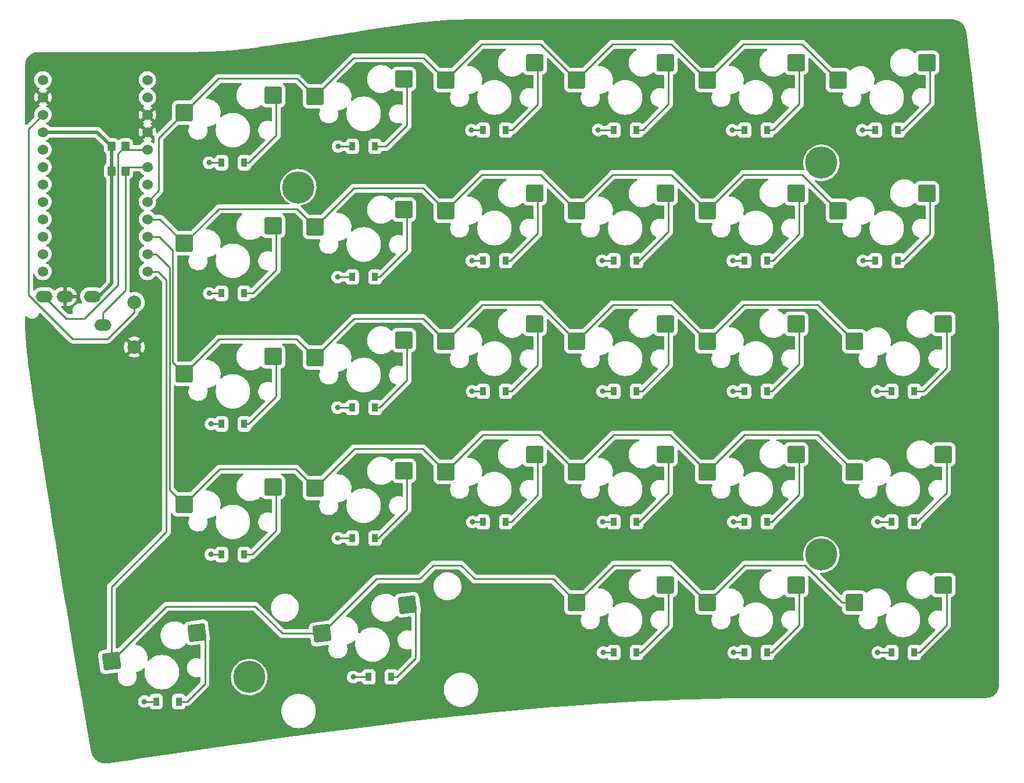
<source format=gbr>
%TF.GenerationSoftware,KiCad,Pcbnew,(6.0.4)*%
%TF.CreationDate,2022-10-11T17:37:43-05:00*%
%TF.ProjectId,GummyKey_Right,47756d6d-794b-4657-995f-52696768742e,rev?*%
%TF.SameCoordinates,Original*%
%TF.FileFunction,Copper,L2,Bot*%
%TF.FilePolarity,Positive*%
%FSLAX46Y46*%
G04 Gerber Fmt 4.6, Leading zero omitted, Abs format (unit mm)*
G04 Created by KiCad (PCBNEW (6.0.4)) date 2022-10-11 17:37:43*
%MOMM*%
%LPD*%
G01*
G04 APERTURE LIST*
G04 Aperture macros list*
%AMRoundRect*
0 Rectangle with rounded corners*
0 $1 Rounding radius*
0 $2 $3 $4 $5 $6 $7 $8 $9 X,Y pos of 4 corners*
0 Add a 4 corners polygon primitive as box body*
4,1,4,$2,$3,$4,$5,$6,$7,$8,$9,$2,$3,0*
0 Add four circle primitives for the rounded corners*
1,1,$1+$1,$2,$3*
1,1,$1+$1,$4,$5*
1,1,$1+$1,$6,$7*
1,1,$1+$1,$8,$9*
0 Add four rect primitives between the rounded corners*
20,1,$1+$1,$2,$3,$4,$5,0*
20,1,$1+$1,$4,$5,$6,$7,0*
20,1,$1+$1,$6,$7,$8,$9,0*
20,1,$1+$1,$8,$9,$2,$3,0*%
G04 Aperture macros list end*
%TA.AperFunction,ComponentPad*%
%ADD10C,4.700000*%
%TD*%
%TA.AperFunction,SMDPad,CuDef*%
%ADD11RoundRect,0.250000X-1.025000X-1.000000X1.025000X-1.000000X1.025000X1.000000X-1.025000X1.000000X0*%
%TD*%
%TA.AperFunction,ComponentPad*%
%ADD12C,1.524000*%
%TD*%
%TA.AperFunction,ComponentPad*%
%ADD13C,2.000000*%
%TD*%
%TA.AperFunction,SMDPad,CuDef*%
%ADD14RoundRect,0.250000X-0.885705X-1.125234X1.146757X-0.857656X0.885705X1.125234X-1.146757X0.857656X0*%
%TD*%
%TA.AperFunction,ComponentPad*%
%ADD15O,2.500000X1.700000*%
%TD*%
%TA.AperFunction,SMDPad,CuDef*%
%ADD16R,0.900000X1.200000*%
%TD*%
%TA.AperFunction,SMDPad,CuDef*%
%ADD17RoundRect,0.250000X-0.350000X-0.450000X0.350000X-0.450000X0.350000X0.450000X-0.350000X0.450000X0*%
%TD*%
%TA.AperFunction,ViaPad*%
%ADD18C,0.800000*%
%TD*%
%TA.AperFunction,Conductor*%
%ADD19C,0.250000*%
%TD*%
%TA.AperFunction,Conductor*%
%ADD20C,0.500000*%
%TD*%
G04 APERTURE END LIST*
D10*
%TO.P,TH3,*%
%TO.N,*%
X107156250Y-139303125D03*
%TD*%
%TO.P,TH3,*%
%TO.N,*%
X114300000Y-67865625D03*
%TD*%
%TO.P,TH3,*%
%TO.N,*%
X190500000Y-64293750D03*
%TD*%
%TO.P,TH3,*%
%TO.N,*%
X190500000Y-121443750D03*
%TD*%
D11*
%TO.P,K14,1,1*%
%TO.N,/ROW2*%
X173890000Y-90328750D03*
%TO.P,K14,2,2*%
%TO.N,Net-(D14-Pad2)*%
X186817000Y-87788750D03*
%TD*%
%TO.P,K10,1,1*%
%TO.N,/ROW1*%
X135790000Y-71278750D03*
%TO.P,K10,2,2*%
%TO.N,Net-(D10-Pad2)*%
X148717000Y-68738750D03*
%TD*%
%TO.P,K8,1,1*%
%TO.N,/ROW1*%
X173890000Y-71278750D03*
%TO.P,K8,2,2*%
%TO.N,Net-(D8-Pad2)*%
X186817000Y-68738750D03*
%TD*%
%TO.P,K24,1,1*%
%TO.N,/ROW3*%
X97690000Y-114141250D03*
%TO.P,K24,2,2*%
%TO.N,Net-(D24-Pad2)*%
X110617000Y-111601250D03*
%TD*%
%TO.P,K5,1,1*%
%TO.N,/ROW0*%
X116740000Y-54610000D03*
%TO.P,K5,2,2*%
%TO.N,Net-(D5-Pad2)*%
X129667000Y-52070000D03*
%TD*%
%TO.P,K9,1,1*%
%TO.N,/ROW1*%
X154840000Y-71278750D03*
%TO.P,K9,2,2*%
%TO.N,Net-(D9-Pad2)*%
X167767000Y-68738750D03*
%TD*%
%TO.P,K16,1,1*%
%TO.N,/ROW2*%
X135790000Y-90328750D03*
%TO.P,K16,2,2*%
%TO.N,Net-(D16-Pad2)*%
X148717000Y-87788750D03*
%TD*%
%TO.P,K2,1,1*%
%TO.N,/ROW0*%
X173890000Y-52228750D03*
%TO.P,K2,2,2*%
%TO.N,Net-(D2-Pad2)*%
X186817000Y-49688750D03*
%TD*%
D12*
%TO.P,U1,1,TX(PD3)*%
%TO.N,unconnected-(U1-Pad1)*%
X92323900Y-52197000D03*
%TO.P,U1,2,RX(PD2)*%
%TO.N,unconnected-(U1-Pad2)*%
X92323900Y-54737000D03*
%TO.P,U1,3,GND*%
%TO.N,GND*%
X92323900Y-57277000D03*
%TO.P,U1,4,GND*%
X92323900Y-59817000D03*
%TO.P,U1,5,SDA(PD1)*%
%TO.N,/SDA*%
X92323900Y-62357000D03*
%TO.P,U1,6,SCL(PD0)*%
%TO.N,/SCL*%
X92323900Y-64897000D03*
%TO.P,U1,7,D4(PD4)*%
%TO.N,unconnected-(U1-Pad7)*%
X92323900Y-67437000D03*
%TO.P,U1,8,D5(PC6)*%
%TO.N,/ROW0*%
X92323900Y-69977000D03*
%TO.P,U1,9,D6(PD7)*%
%TO.N,/ROW1*%
X92323900Y-72517000D03*
%TO.P,U1,10,D7(PE6)*%
%TO.N,/ROW2*%
X92323900Y-75057000D03*
%TO.P,U1,11,D8(PB4)*%
%TO.N,/ROW3*%
X92323900Y-77597000D03*
%TO.P,U1,12,D9(PB5)*%
%TO.N,/ROW4*%
X92323900Y-80137000D03*
%TO.P,U1,13,D10(PB6)*%
%TO.N,unconnected-(U1-Pad13)*%
X77103900Y-80137000D03*
%TO.P,U1,14,D16(PB2)*%
%TO.N,/COL5*%
X77103900Y-77597000D03*
%TO.P,U1,15,D14(PB3)*%
%TO.N,/COL4*%
X77103900Y-75057000D03*
%TO.P,U1,16,D15(PB1)*%
%TO.N,/COL3*%
X77103900Y-72517000D03*
%TO.P,U1,17,A0(PF7)*%
%TO.N,/COL2*%
X77103900Y-69977000D03*
%TO.P,U1,18,A1(PF6)*%
%TO.N,/COL1*%
X77103900Y-67437000D03*
%TO.P,U1,19,A2(PF5)*%
%TO.N,/COL0*%
X77103900Y-64897000D03*
%TO.P,U1,20,A3(PF4)*%
%TO.N,unconnected-(U1-Pad20)*%
X77103900Y-62357000D03*
%TO.P,U1,21,VCC*%
%TO.N,VCC*%
X77103900Y-59817000D03*
%TO.P,U1,22,RST*%
%TO.N,/RESET*%
X77103900Y-57277000D03*
%TO.P,U1,23,GND*%
%TO.N,GND*%
X77103900Y-54737000D03*
%TO.P,U1,24,RAW*%
%TO.N,unconnected-(U1-Pad24)*%
X77103900Y-52197000D03*
%TD*%
D11*
%TO.P,K11,1,1*%
%TO.N,/ROW1*%
X116740000Y-73660000D03*
%TO.P,K11,2,2*%
%TO.N,Net-(D11-Pad2)*%
X129667000Y-71120000D03*
%TD*%
%TO.P,K26,1,1*%
%TO.N,/ROW4*%
X173890000Y-128428750D03*
%TO.P,K26,2,2*%
%TO.N,Net-(D26-Pad2)*%
X186817000Y-125888750D03*
%TD*%
%TO.P,K21,1,1*%
%TO.N,/ROW3*%
X154840000Y-109378750D03*
%TO.P,K21,2,2*%
%TO.N,Net-(D21-Pad2)*%
X167767000Y-106838750D03*
%TD*%
%TO.P,K22,1,1*%
%TO.N,/ROW3*%
X135790000Y-109378750D03*
%TO.P,K22,2,2*%
%TO.N,Net-(D22-Pad2)*%
X148717000Y-106838750D03*
%TD*%
%TO.P,K4,1,1*%
%TO.N,/ROW0*%
X135790000Y-52228750D03*
%TO.P,K4,2,2*%
%TO.N,Net-(D4-Pad2)*%
X148717000Y-49688750D03*
%TD*%
%TO.P,K18,1,1*%
%TO.N,/ROW2*%
X97690000Y-95091250D03*
%TO.P,K18,2,2*%
%TO.N,Net-(D18-Pad2)*%
X110617000Y-92551250D03*
%TD*%
%TO.P,K7,1,1*%
%TO.N,/ROW1*%
X192940000Y-71278750D03*
%TO.P,K7,2,2*%
%TO.N,Net-(D7-Pad2)*%
X205867000Y-68738750D03*
%TD*%
%TO.P,K3,1,1*%
%TO.N,/ROW0*%
X154840000Y-52228750D03*
%TO.P,K3,2,2*%
%TO.N,Net-(D3-Pad2)*%
X167767000Y-49688750D03*
%TD*%
%TO.P,K23,1,1*%
%TO.N,/ROW3*%
X116740000Y-111760000D03*
%TO.P,K23,2,2*%
%TO.N,Net-(D23-Pad2)*%
X129667000Y-109220000D03*
%TD*%
D13*
%TO.P,SW1,1,1*%
%TO.N,/RESET*%
X90418750Y-84656250D03*
%TO.P,SW1,2,2*%
%TO.N,GND*%
X90418750Y-91156250D03*
%TD*%
D11*
%TO.P,K6,1,1*%
%TO.N,/ROW0*%
X97690000Y-56991250D03*
%TO.P,K6,2,2*%
%TO.N,Net-(D6-Pad2)*%
X110617000Y-54451250D03*
%TD*%
%TO.P,K19,1,1*%
%TO.N,/ROW3*%
X195321250Y-109378750D03*
%TO.P,K19,2,2*%
%TO.N,Net-(D19-Pad2)*%
X208248250Y-106838750D03*
%TD*%
%TO.P,K1,1,1*%
%TO.N,/ROW0*%
X192940000Y-52228750D03*
%TO.P,K1,2,2*%
%TO.N,Net-(D1-Pad2)*%
X205867000Y-49688750D03*
%TD*%
%TO.P,K15,1,1*%
%TO.N,/ROW2*%
X154840000Y-90328750D03*
%TO.P,K15,2,2*%
%TO.N,Net-(D15-Pad2)*%
X167767000Y-87788750D03*
%TD*%
D14*
%TO.P,K28,1,1*%
%TO.N,/ROW4*%
X117756497Y-132960848D03*
%TO.P,K28,2,2*%
%TO.N,Net-(D28-Pad2)*%
X130241368Y-128755266D03*
%TD*%
D11*
%TO.P,K20,1,1*%
%TO.N,/ROW3*%
X173890000Y-109378750D03*
%TO.P,K20,2,2*%
%TO.N,Net-(D20-Pad2)*%
X186817000Y-106838750D03*
%TD*%
%TO.P,K25,1,1*%
%TO.N,/ROW4*%
X195321250Y-128428750D03*
%TO.P,K25,2,2*%
%TO.N,Net-(D25-Pad2)*%
X208248250Y-125888750D03*
%TD*%
%TO.P,K27,1,1*%
%TO.N,/ROW4*%
X154840000Y-128428750D03*
%TO.P,K27,2,2*%
%TO.N,Net-(D27-Pad2)*%
X167767000Y-125888750D03*
%TD*%
%TO.P,K13,1,1*%
%TO.N,/ROW2*%
X195321250Y-90328750D03*
%TO.P,K13,2,2*%
%TO.N,Net-(D13-Pad2)*%
X208248250Y-87788750D03*
%TD*%
D14*
%TO.P,K29,1,1*%
%TO.N,/ROW4*%
X87065082Y-137001450D03*
%TO.P,K29,2,2*%
%TO.N,Net-(D29-Pad2)*%
X99549953Y-132795868D03*
%TD*%
D11*
%TO.P,K12,1,1*%
%TO.N,/ROW1*%
X97690000Y-76041250D03*
%TO.P,K12,2,2*%
%TO.N,Net-(D12-Pad2)*%
X110617000Y-73501250D03*
%TD*%
D15*
%TO.P,J1,1*%
%TO.N,VCC*%
X84300000Y-83800000D03*
%TO.P,J1,2*%
%TO.N,GND*%
X80300000Y-83800000D03*
%TO.P,J1,3*%
%TO.N,/SDA*%
X77300000Y-83800000D03*
%TO.P,J1,4*%
%TO.N,/SCL*%
X85800000Y-88000000D03*
%TD*%
D11*
%TO.P,K17,1,1*%
%TO.N,/ROW2*%
X116740000Y-92710000D03*
%TO.P,K17,2,2*%
%TO.N,Net-(D17-Pad2)*%
X129667000Y-90170000D03*
%TD*%
D16*
%TO.P,D16,1,K*%
%TO.N,/COL3*%
X141225000Y-97631250D03*
%TO.P,D16,2,A*%
%TO.N,Net-(D16-Pad2)*%
X144525000Y-97631250D03*
%TD*%
%TO.P,D14,1,K*%
%TO.N,/COL1*%
X179325000Y-97631250D03*
%TO.P,D14,2,A*%
%TO.N,Net-(D14-Pad2)*%
X182625000Y-97631250D03*
%TD*%
%TO.P,D12,1,K*%
%TO.N,/COL5*%
X103125000Y-83343750D03*
%TO.P,D12,2,A*%
%TO.N,Net-(D12-Pad2)*%
X106425000Y-83343750D03*
%TD*%
%TO.P,D4,1,K*%
%TO.N,/COL3*%
X141225000Y-59531250D03*
%TO.P,D4,2,A*%
%TO.N,Net-(D4-Pad2)*%
X144525000Y-59531250D03*
%TD*%
%TO.P,D27,1,K*%
%TO.N,/COL2*%
X160275000Y-135731250D03*
%TO.P,D27,2,A*%
%TO.N,Net-(D27-Pad2)*%
X163575000Y-135731250D03*
%TD*%
D17*
%TO.P,R1,1*%
%TO.N,VCC*%
X87106250Y-61912500D03*
%TO.P,R1,2*%
%TO.N,/SDA*%
X89106250Y-61912500D03*
%TD*%
D16*
%TO.P,D24,1,K*%
%TO.N,/COL5*%
X103125000Y-121443750D03*
%TO.P,D24,2,A*%
%TO.N,Net-(D24-Pad2)*%
X106425000Y-121443750D03*
%TD*%
%TO.P,D29,1,K*%
%TO.N,/COL5*%
X93600000Y-142875000D03*
%TO.P,D29,2,A*%
%TO.N,Net-(D29-Pad2)*%
X96900000Y-142875000D03*
%TD*%
%TO.P,D10,1,K*%
%TO.N,/COL3*%
X141225000Y-78581250D03*
%TO.P,D10,2,A*%
%TO.N,Net-(D10-Pad2)*%
X144525000Y-78581250D03*
%TD*%
%TO.P,D13,1,K*%
%TO.N,/COL0*%
X200756250Y-97631250D03*
%TO.P,D13,2,A*%
%TO.N,Net-(D13-Pad2)*%
X204056250Y-97631250D03*
%TD*%
%TO.P,D22,1,K*%
%TO.N,/COL3*%
X141225000Y-116681250D03*
%TO.P,D22,2,A*%
%TO.N,Net-(D22-Pad2)*%
X144525000Y-116681250D03*
%TD*%
%TO.P,D25,1,K*%
%TO.N,/COL0*%
X200756250Y-135731250D03*
%TO.P,D25,2,A*%
%TO.N,Net-(D25-Pad2)*%
X204056250Y-135731250D03*
%TD*%
%TO.P,D15,1,K*%
%TO.N,/COL2*%
X160275000Y-97631250D03*
%TO.P,D15,2,A*%
%TO.N,Net-(D15-Pad2)*%
X163575000Y-97631250D03*
%TD*%
%TO.P,D5,1,K*%
%TO.N,/COL4*%
X122175000Y-61912500D03*
%TO.P,D5,2,A*%
%TO.N,Net-(D5-Pad2)*%
X125475000Y-61912500D03*
%TD*%
%TO.P,D7,1,K*%
%TO.N,/COL0*%
X198375000Y-78581250D03*
%TO.P,D7,2,A*%
%TO.N,Net-(D7-Pad2)*%
X201675000Y-78581250D03*
%TD*%
%TO.P,D28,1,K*%
%TO.N,/COL4*%
X124556250Y-139303125D03*
%TO.P,D28,2,A*%
%TO.N,Net-(D28-Pad2)*%
X127856250Y-139303125D03*
%TD*%
%TO.P,D1,1,K*%
%TO.N,/COL0*%
X198375000Y-59531250D03*
%TO.P,D1,2,A*%
%TO.N,Net-(D1-Pad2)*%
X201675000Y-59531250D03*
%TD*%
%TO.P,D23,1,K*%
%TO.N,/COL4*%
X122175000Y-119062500D03*
%TO.P,D23,2,A*%
%TO.N,Net-(D23-Pad2)*%
X125475000Y-119062500D03*
%TD*%
%TO.P,D9,1,K*%
%TO.N,/COL2*%
X160275000Y-78581250D03*
%TO.P,D9,2,A*%
%TO.N,Net-(D9-Pad2)*%
X163575000Y-78581250D03*
%TD*%
%TO.P,D20,1,K*%
%TO.N,/COL1*%
X179325000Y-116681250D03*
%TO.P,D20,2,A*%
%TO.N,Net-(D20-Pad2)*%
X182625000Y-116681250D03*
%TD*%
D17*
%TO.P,R2,1*%
%TO.N,VCC*%
X87106250Y-65484375D03*
%TO.P,R2,2*%
%TO.N,/SCL*%
X89106250Y-65484375D03*
%TD*%
D16*
%TO.P,D11,1,K*%
%TO.N,/COL4*%
X122175000Y-80962500D03*
%TO.P,D11,2,A*%
%TO.N,Net-(D11-Pad2)*%
X125475000Y-80962500D03*
%TD*%
%TO.P,D17,1,K*%
%TO.N,/COL4*%
X122175000Y-100012500D03*
%TO.P,D17,2,A*%
%TO.N,Net-(D17-Pad2)*%
X125475000Y-100012500D03*
%TD*%
%TO.P,D26,1,K*%
%TO.N,/COL1*%
X179325000Y-135731250D03*
%TO.P,D26,2,A*%
%TO.N,Net-(D26-Pad2)*%
X182625000Y-135731250D03*
%TD*%
%TO.P,D21,1,K*%
%TO.N,/COL2*%
X160275000Y-116681250D03*
%TO.P,D21,2,A*%
%TO.N,Net-(D21-Pad2)*%
X163575000Y-116681250D03*
%TD*%
%TO.P,D3,1,K*%
%TO.N,/COL2*%
X160275000Y-59531250D03*
%TO.P,D3,2,A*%
%TO.N,Net-(D3-Pad2)*%
X163575000Y-59531250D03*
%TD*%
%TO.P,D18,1,K*%
%TO.N,/COL5*%
X103125000Y-102393750D03*
%TO.P,D18,2,A*%
%TO.N,Net-(D18-Pad2)*%
X106425000Y-102393750D03*
%TD*%
%TO.P,D8,1,K*%
%TO.N,/COL1*%
X179325000Y-78581250D03*
%TO.P,D8,2,A*%
%TO.N,Net-(D8-Pad2)*%
X182625000Y-78581250D03*
%TD*%
%TO.P,D19,1,K*%
%TO.N,/COL0*%
X200756250Y-116681250D03*
%TO.P,D19,2,A*%
%TO.N,Net-(D19-Pad2)*%
X204056250Y-116681250D03*
%TD*%
%TO.P,D6,1,K*%
%TO.N,/COL5*%
X103125000Y-64293750D03*
%TO.P,D6,2,A*%
%TO.N,Net-(D6-Pad2)*%
X106425000Y-64293750D03*
%TD*%
%TO.P,D2,1,K*%
%TO.N,/COL1*%
X179325000Y-59531250D03*
%TO.P,D2,2,A*%
%TO.N,Net-(D2-Pad2)*%
X182625000Y-59531250D03*
%TD*%
D18*
%TO.N,GND*%
X214312500Y-88106250D03*
X190500000Y-83343750D03*
X171450000Y-83343750D03*
X152400000Y-83343750D03*
X133350000Y-85725000D03*
X114300000Y-88106250D03*
X135731250Y-46434375D03*
X207168750Y-46434375D03*
X211931250Y-138112500D03*
X152400000Y-140493750D03*
X88106250Y-147637500D03*
X78581250Y-91678125D03*
%TO.N,/COL0*%
X196468750Y-59531250D03*
X196581250Y-78581250D03*
X198631250Y-97631250D03*
X198681250Y-116681250D03*
X198731250Y-135731250D03*
%TO.N,/COL1*%
X177731250Y-135731250D03*
X177681250Y-116681250D03*
X177631250Y-97631250D03*
%TO.N,/COL2*%
X158000000Y-59500000D03*
%TO.N,/COL1*%
X177531250Y-59531250D03*
X177581250Y-78581250D03*
%TO.N,/COL2*%
X158581250Y-78581250D03*
X158631250Y-97631250D03*
X158681250Y-116681250D03*
X158731250Y-135731250D03*
%TO.N,/COL3*%
X139681250Y-116681250D03*
X139631250Y-97631250D03*
X139581250Y-78581250D03*
X139531250Y-59531250D03*
%TO.N,/COL4*%
X122303125Y-139303125D03*
X120062500Y-119062500D03*
X120012500Y-100012500D03*
X120037500Y-80962500D03*
X120087500Y-61912500D03*
%TO.N,/COL5*%
X101293750Y-64293750D03*
X101343750Y-83343750D03*
X101606250Y-102393750D03*
X101556250Y-121443750D03*
X91875000Y-142875000D03*
%TD*%
D19*
%TO.N,/ROW4*%
X134000000Y-123000000D02*
X138000000Y-123000000D01*
X132000000Y-125000000D02*
X134000000Y-123000000D01*
X140000000Y-125000000D02*
X151411250Y-125000000D01*
X138000000Y-123000000D02*
X140000000Y-125000000D01*
X125717345Y-125000000D02*
X132000000Y-125000000D01*
X108000000Y-129000000D02*
X95066532Y-129000000D01*
X111960848Y-132960848D02*
X108000000Y-129000000D01*
X117756497Y-132960848D02*
X111960848Y-132960848D01*
X188132498Y-123000000D02*
X193561248Y-128428750D01*
X179318750Y-123000000D02*
X188132498Y-123000000D01*
X193561248Y-128428750D02*
X195321250Y-128428750D01*
%TO.N,/COL2*%
X158031250Y-59531250D02*
X158000000Y-59500000D01*
X160275000Y-59531250D02*
X158031250Y-59531250D01*
%TO.N,/COL1*%
X179325000Y-59531250D02*
X177531250Y-59531250D01*
%TO.N,/COL0*%
X200756250Y-135731250D02*
X198731250Y-135731250D01*
%TO.N,/COL1*%
X179325000Y-135731250D02*
X177731250Y-135731250D01*
%TO.N,/COL2*%
X160275000Y-135731250D02*
X158731250Y-135731250D01*
%TO.N,/COL4*%
X124556250Y-139303125D02*
X122303125Y-139303125D01*
%TO.N,/COL5*%
X93600000Y-142875000D02*
X91875000Y-142875000D01*
%TO.N,/COL0*%
X200756250Y-116681250D02*
X198681250Y-116681250D01*
%TO.N,/COL1*%
X179325000Y-116681250D02*
X177681250Y-116681250D01*
%TO.N,/COL2*%
X160275000Y-116681250D02*
X158681250Y-116681250D01*
%TO.N,/COL3*%
X141225000Y-116681250D02*
X139681250Y-116681250D01*
%TO.N,/COL4*%
X122175000Y-119062500D02*
X120062500Y-119062500D01*
%TO.N,/COL5*%
X103125000Y-121443750D02*
X101556250Y-121443750D01*
%TO.N,/COL0*%
X200756250Y-97631250D02*
X198631250Y-97631250D01*
%TO.N,/COL1*%
X179325000Y-97631250D02*
X177631250Y-97631250D01*
%TO.N,/COL2*%
X160275000Y-97631250D02*
X158631250Y-97631250D01*
%TO.N,/COL3*%
X141225000Y-97631250D02*
X139631250Y-97631250D01*
%TO.N,/COL4*%
X122175000Y-100012500D02*
X120012500Y-100012500D01*
%TO.N,/COL5*%
X103125000Y-102393750D02*
X101606250Y-102393750D01*
%TO.N,/COL0*%
X198375000Y-78581250D02*
X196581250Y-78581250D01*
%TO.N,/COL1*%
X179325000Y-78581250D02*
X177581250Y-78581250D01*
%TO.N,/COL2*%
X160275000Y-78581250D02*
X158581250Y-78581250D01*
%TO.N,/COL3*%
X141225000Y-78581250D02*
X139581250Y-78581250D01*
%TO.N,/COL4*%
X122175000Y-80962500D02*
X120037500Y-80962500D01*
%TO.N,/COL5*%
X103125000Y-83343750D02*
X101343750Y-83343750D01*
%TO.N,/COL0*%
X198375000Y-59531250D02*
X196468750Y-59531250D01*
%TO.N,/COL3*%
X141225000Y-59531250D02*
X139531250Y-59531250D01*
%TO.N,/COL4*%
X122175000Y-61912500D02*
X120087500Y-61912500D01*
%TO.N,/COL5*%
X103125000Y-64293750D02*
X101293750Y-64293750D01*
%TO.N,/RESET*%
X90418750Y-86070463D02*
X90418750Y-84656250D01*
X86489213Y-90000000D02*
X90418750Y-86070463D01*
X81438978Y-90000000D02*
X86489213Y-90000000D01*
X75000000Y-83561022D02*
X81438978Y-90000000D01*
X75000000Y-59380900D02*
X75000000Y-83561022D01*
X77103900Y-57277000D02*
X75000000Y-59380900D01*
%TO.N,/SCL*%
X85800000Y-86200000D02*
X85800000Y-88000000D01*
X89106250Y-82893750D02*
X85800000Y-86200000D01*
X89106250Y-65484375D02*
X89106250Y-82893750D01*
%TO.N,/SDA*%
X80500000Y-87000000D02*
X77300000Y-83800000D01*
X83161022Y-87000000D02*
X80500000Y-87000000D01*
X88030770Y-62969230D02*
X88030770Y-82130252D01*
X89087500Y-61912500D02*
X88030770Y-62969230D01*
X89106250Y-61912500D02*
X89087500Y-61912500D01*
X88030770Y-82130252D02*
X83161022Y-87000000D01*
D20*
%TO.N,VCC*%
X85200000Y-83800000D02*
X84300000Y-83800000D01*
X87106250Y-81893750D02*
X85200000Y-83800000D01*
X87106250Y-65484375D02*
X87106250Y-81893750D01*
X87106250Y-61912500D02*
X87106250Y-65484375D01*
X85010750Y-59817000D02*
X87106250Y-61912500D01*
X77103900Y-59817000D02*
X85010750Y-59817000D01*
D19*
%TO.N,/SCL*%
X89693625Y-64897000D02*
X92323900Y-64897000D01*
X89106250Y-65484375D02*
X89693625Y-64897000D01*
%TO.N,/SDA*%
X89550750Y-62357000D02*
X92323900Y-62357000D01*
X89106250Y-61912500D02*
X89550750Y-62357000D01*
%TO.N,/ROW4*%
X173890000Y-128428750D02*
X179318750Y-123000000D01*
X168461250Y-123000000D02*
X173890000Y-128428750D01*
X160268750Y-123000000D02*
X168461250Y-123000000D01*
X154840000Y-128428750D02*
X160268750Y-123000000D01*
X117756497Y-132960848D02*
X125717345Y-125000000D01*
X151411250Y-125000000D02*
X154840000Y-128428750D01*
X87065082Y-137001450D02*
X95066532Y-129000000D01*
X87065082Y-126136838D02*
X87065082Y-137001450D01*
X95100960Y-118100960D02*
X87065082Y-126136838D01*
X95100960Y-81374960D02*
X95100960Y-118100960D01*
%TO.N,/ROW3*%
X189942500Y-104000000D02*
X195321250Y-109378750D01*
X179268750Y-104000000D02*
X189942500Y-104000000D01*
X173890000Y-109378750D02*
X179268750Y-104000000D01*
X168511250Y-104000000D02*
X173890000Y-109378750D01*
X160218750Y-104000000D02*
X168511250Y-104000000D01*
X154840000Y-109378750D02*
X160218750Y-104000000D01*
X149461250Y-104000000D02*
X154840000Y-109378750D01*
X141168750Y-104000000D02*
X149461250Y-104000000D01*
X135790000Y-109378750D02*
X141168750Y-104000000D01*
X122500000Y-106000000D02*
X132411250Y-106000000D01*
X132411250Y-106000000D02*
X135790000Y-109378750D01*
X116740000Y-111760000D02*
X122500000Y-106000000D01*
X113980000Y-109000000D02*
X116740000Y-111760000D01*
X102831250Y-109000000D02*
X113980000Y-109000000D01*
X97690000Y-114141250D02*
X102831250Y-109000000D01*
%TO.N,/ROW2*%
X179218750Y-85000000D02*
X189992500Y-85000000D01*
X189992500Y-85000000D02*
X195321250Y-90328750D01*
X173890000Y-90328750D02*
X179218750Y-85000000D01*
X168561250Y-85000000D02*
X173890000Y-90328750D01*
X160168750Y-85000000D02*
X168561250Y-85000000D01*
X154840000Y-90328750D02*
X160168750Y-85000000D01*
X135790000Y-90328750D02*
X141118750Y-85000000D01*
X141118750Y-85000000D02*
X149511250Y-85000000D01*
X149511250Y-85000000D02*
X154840000Y-90328750D01*
X132461250Y-87000000D02*
X135790000Y-90328750D01*
X122450000Y-87000000D02*
X132461250Y-87000000D01*
X116740000Y-92710000D02*
X122450000Y-87000000D01*
X102781250Y-90000000D02*
X114030000Y-90000000D01*
X97690000Y-95091250D02*
X102781250Y-90000000D01*
X114030000Y-90000000D02*
X116740000Y-92710000D01*
%TO.N,/ROW1*%
X187661250Y-66000000D02*
X192940000Y-71278750D01*
X179168750Y-66000000D02*
X187661250Y-66000000D01*
X173890000Y-71278750D02*
X179168750Y-66000000D01*
X168611250Y-66000000D02*
X173890000Y-71278750D01*
X160118750Y-66000000D02*
X168611250Y-66000000D01*
X154840000Y-71278750D02*
X160118750Y-66000000D01*
X149561250Y-66000000D02*
X154840000Y-71278750D01*
X141068750Y-66000000D02*
X149561250Y-66000000D01*
X135790000Y-71278750D02*
X141068750Y-66000000D01*
X132511250Y-68000000D02*
X135790000Y-71278750D01*
X122400000Y-68000000D02*
X132511250Y-68000000D01*
X116740000Y-73660000D02*
X122400000Y-68000000D01*
X114080000Y-71000000D02*
X116740000Y-73660000D01*
X102731250Y-71000000D02*
X114080000Y-71000000D01*
X97690000Y-76041250D02*
X102731250Y-71000000D01*
%TO.N,/ROW0*%
X187711250Y-47000000D02*
X192940000Y-52228750D01*
X179118750Y-47000000D02*
X187711250Y-47000000D01*
X173890000Y-52228750D02*
X179118750Y-47000000D01*
X168661250Y-47000000D02*
X173890000Y-52228750D01*
X160068750Y-47000000D02*
X168661250Y-47000000D01*
X154840000Y-52228750D02*
X160068750Y-47000000D01*
X149611250Y-47000000D02*
X154840000Y-52228750D01*
X141018750Y-47000000D02*
X149611250Y-47000000D01*
X135790000Y-52228750D02*
X141018750Y-47000000D01*
X122350000Y-49000000D02*
X132561250Y-49000000D01*
X132561250Y-49000000D02*
X135790000Y-52228750D01*
X116740000Y-54610000D02*
X122350000Y-49000000D01*
X114130000Y-52000000D02*
X116740000Y-54610000D01*
X102681250Y-52000000D02*
X114130000Y-52000000D01*
X97690000Y-56991250D02*
X102681250Y-52000000D01*
%TO.N,/ROW4*%
X93863000Y-80137000D02*
X95100960Y-81374960D01*
X92323900Y-80137000D02*
X93863000Y-80137000D01*
%TO.N,/ROW3*%
X95550480Y-112001730D02*
X97690000Y-114141250D01*
X93597000Y-77597000D02*
X95550480Y-79550480D01*
X92323900Y-77597000D02*
X93597000Y-77597000D01*
X95550480Y-79550480D02*
X95550480Y-112001730D01*
%TO.N,/ROW2*%
X96000000Y-77000000D02*
X94057000Y-75057000D01*
X96000000Y-93401250D02*
X96000000Y-77000000D01*
X97690000Y-95091250D02*
X96000000Y-93401250D01*
X94057000Y-75057000D02*
X92323900Y-75057000D01*
%TO.N,/ROW1*%
X94165750Y-72517000D02*
X92323900Y-72517000D01*
X97690000Y-76041250D02*
X94165750Y-72517000D01*
%TO.N,/ROW0*%
X94000000Y-60681250D02*
X94000000Y-68300900D01*
X97690000Y-56991250D02*
X94000000Y-60681250D01*
X94000000Y-68300900D02*
X92323900Y-69977000D01*
%TO.N,Net-(D29-Pad2)*%
X100707066Y-133952981D02*
X99549953Y-132795868D01*
X100707066Y-140292934D02*
X100707066Y-133952981D01*
X96900000Y-142875000D02*
X98125000Y-142875000D01*
X98125000Y-142875000D02*
X100707066Y-140292934D01*
%TO.N,Net-(D28-Pad2)*%
X131398481Y-136601519D02*
X128696875Y-139303125D01*
X131398481Y-129912379D02*
X131398481Y-136601519D01*
X130241368Y-128755266D02*
X131398481Y-129912379D01*
X128696875Y-139303125D02*
X127856250Y-139303125D01*
%TO.N,Net-(D27-Pad2)*%
X168254521Y-131745479D02*
X164268750Y-135731250D01*
X168254521Y-126376271D02*
X168254521Y-131745479D01*
X167767000Y-125888750D02*
X168254521Y-126376271D01*
X164268750Y-135731250D02*
X163575000Y-135731250D01*
%TO.N,Net-(D26-Pad2)*%
X187304521Y-131695479D02*
X183268750Y-135731250D01*
X187304521Y-126376271D02*
X187304521Y-131695479D01*
X186817000Y-125888750D02*
X187304521Y-126376271D01*
X183268750Y-135731250D02*
X182625000Y-135731250D01*
%TO.N,Net-(D25-Pad2)*%
X204756250Y-135731250D02*
X204056250Y-135731250D01*
X208735771Y-131751729D02*
X204756250Y-135731250D01*
X208248250Y-125888750D02*
X208735771Y-126376271D01*
X208735771Y-126376271D02*
X208735771Y-131751729D01*
%TO.N,Net-(D24-Pad2)*%
X107556250Y-121443750D02*
X106425000Y-121443750D01*
X111104521Y-112088771D02*
X111104521Y-117895479D01*
X110617000Y-111601250D02*
X111104521Y-112088771D01*
X111104521Y-117895479D02*
X107556250Y-121443750D01*
%TO.N,Net-(D23-Pad2)*%
X125937500Y-119062500D02*
X125475000Y-119062500D01*
X130154521Y-114845479D02*
X125937500Y-119062500D01*
X130154521Y-109707521D02*
X130154521Y-114845479D01*
X129667000Y-109220000D02*
X130154521Y-109707521D01*
%TO.N,Net-(D22-Pad2)*%
X145318750Y-116681250D02*
X144525000Y-116681250D01*
X149204521Y-107326271D02*
X149204521Y-112795479D01*
X149204521Y-112795479D02*
X145318750Y-116681250D01*
X148717000Y-106838750D02*
X149204521Y-107326271D01*
%TO.N,Net-(D19-Pad2)*%
X208735771Y-112436321D02*
X204490841Y-116681250D01*
X208735771Y-107326271D02*
X208735771Y-112436321D01*
X204490841Y-116681250D02*
X204056250Y-116681250D01*
X208248250Y-106838750D02*
X208735771Y-107326271D01*
%TO.N,Net-(D21-Pad2)*%
X164009591Y-116681250D02*
X163575000Y-116681250D01*
X168254521Y-107326271D02*
X168254521Y-112436320D01*
X168254521Y-112436320D02*
X164009591Y-116681250D01*
X167767000Y-106838750D02*
X168254521Y-107326271D01*
%TO.N,Net-(D20-Pad2)*%
X187304521Y-112695479D02*
X183318750Y-116681250D01*
X187304521Y-107326271D02*
X187304521Y-112695479D01*
X186817000Y-106838750D02*
X187304521Y-107326271D01*
X183318750Y-116681250D02*
X182625000Y-116681250D01*
%TO.N,Net-(D13-Pad2)*%
X205368750Y-97631250D02*
X204056250Y-97631250D01*
X208735771Y-94264229D02*
X205368750Y-97631250D01*
X208735771Y-88276271D02*
X208735771Y-94264229D01*
X208248250Y-87788750D02*
X208735771Y-88276271D01*
%TO.N,Net-(D14-Pad2)*%
X183325000Y-97631250D02*
X182625000Y-97631250D01*
X187304521Y-93651729D02*
X183325000Y-97631250D01*
X187304521Y-88276271D02*
X187304521Y-93651729D01*
X186817000Y-87788750D02*
X187304521Y-88276271D01*
%TO.N,Net-(D15-Pad2)*%
X164368750Y-97631250D02*
X163575000Y-97631250D01*
X168254521Y-88276271D02*
X168254521Y-93745479D01*
X168254521Y-93745479D02*
X164368750Y-97631250D01*
X167767000Y-87788750D02*
X168254521Y-88276271D01*
%TO.N,Net-(D16-Pad2)*%
X149204521Y-88276271D02*
X149204521Y-93795479D01*
X149204521Y-93795479D02*
X145368750Y-97631250D01*
X145368750Y-97631250D02*
X144525000Y-97631250D01*
X148717000Y-87788750D02*
X149204521Y-88276271D01*
%TO.N,Net-(D17-Pad2)*%
X130154521Y-96032979D02*
X126175000Y-100012500D01*
X130154521Y-90657521D02*
X130154521Y-96032979D01*
X129667000Y-90170000D02*
X130154521Y-90657521D01*
X126175000Y-100012500D02*
X125475000Y-100012500D01*
%TO.N,Net-(D18-Pad2)*%
X107125000Y-102393750D02*
X106425000Y-102393750D01*
X111104521Y-93038771D02*
X111104521Y-98414229D01*
X111104521Y-98414229D02*
X107125000Y-102393750D01*
X110617000Y-92551250D02*
X111104521Y-93038771D01*
%TO.N,Net-(D7-Pad2)*%
X202418750Y-78581250D02*
X201675000Y-78581250D01*
X206354521Y-74645479D02*
X202418750Y-78581250D01*
X206354521Y-69226271D02*
X206354521Y-74645479D01*
X205867000Y-68738750D02*
X206354521Y-69226271D01*
%TO.N,Net-(D8-Pad2)*%
X183418750Y-78581250D02*
X182625000Y-78581250D01*
X187304521Y-74695479D02*
X183418750Y-78581250D01*
X187304521Y-69226271D02*
X187304521Y-74695479D01*
X186817000Y-68738750D02*
X187304521Y-69226271D01*
%TO.N,Net-(D9-Pad2)*%
X164009591Y-78581250D02*
X163575000Y-78581250D01*
X168254521Y-74336320D02*
X164009591Y-78581250D01*
X168254521Y-69226271D02*
X168254521Y-74336320D01*
X167767000Y-68738750D02*
X168254521Y-69226271D01*
%TO.N,Net-(D10-Pad2)*%
X145225000Y-78581250D02*
X144525000Y-78581250D01*
X149204521Y-74601729D02*
X145225000Y-78581250D01*
X148717000Y-68738750D02*
X149204521Y-69226271D01*
X149204521Y-69226271D02*
X149204521Y-74601729D01*
%TO.N,Net-(D11-Pad2)*%
X126175000Y-80962500D02*
X125475000Y-80962500D01*
X130154521Y-71607521D02*
X130154521Y-76982979D01*
X129667000Y-71120000D02*
X130154521Y-71607521D01*
X130154521Y-76982979D02*
X126175000Y-80962500D01*
%TO.N,Net-(D12-Pad2)*%
X111104521Y-79895479D02*
X107656250Y-83343750D01*
X111104521Y-73988771D02*
X111104521Y-79895479D01*
X110617000Y-73501250D02*
X111104521Y-73988771D01*
X107656250Y-83343750D02*
X106425000Y-83343750D01*
%TO.N,Net-(D6-Pad2)*%
X107125000Y-64293750D02*
X106425000Y-64293750D01*
X111104521Y-60314229D02*
X107125000Y-64293750D01*
X110617000Y-54451250D02*
X111104521Y-54938771D01*
X111104521Y-54938771D02*
X111104521Y-60314229D01*
%TO.N,Net-(D5-Pad2)*%
X127087500Y-61912500D02*
X125475000Y-61912500D01*
X130154521Y-58845479D02*
X127087500Y-61912500D01*
X130154521Y-52557521D02*
X130154521Y-58845479D01*
X129667000Y-52070000D02*
X130154521Y-52557521D01*
%TO.N,Net-(D4-Pad2)*%
X149204521Y-50176271D02*
X149204521Y-55795479D01*
X149204521Y-55795479D02*
X145468750Y-59531250D01*
X148717000Y-49688750D02*
X149204521Y-50176271D01*
X145468750Y-59531250D02*
X144525000Y-59531250D01*
%TO.N,Net-(D3-Pad2)*%
X164468750Y-59531250D02*
X163575000Y-59531250D01*
X168254521Y-55745479D02*
X164468750Y-59531250D01*
X167767000Y-49688750D02*
X168254521Y-50176271D01*
X168254521Y-50176271D02*
X168254521Y-55745479D01*
%TO.N,Net-(D2-Pad2)*%
X183468750Y-59531250D02*
X182625000Y-59531250D01*
X187304521Y-55695479D02*
X183468750Y-59531250D01*
X187304521Y-50176271D02*
X187304521Y-55695479D01*
X186817000Y-49688750D02*
X187304521Y-50176271D01*
%TO.N,Net-(D1-Pad2)*%
X206354521Y-55551729D02*
X202375000Y-59531250D01*
X206354521Y-50176271D02*
X206354521Y-55551729D01*
X205867000Y-49688750D02*
X206354521Y-50176271D01*
X202375000Y-59531250D02*
X201675000Y-59531250D01*
%TD*%
%TA.AperFunction,Conductor*%
%TO.N,GND*%
G36*
X209689704Y-43372313D02*
G01*
X209689754Y-43371716D01*
X209698697Y-43372459D01*
X209707450Y-43374464D01*
X209723932Y-43373485D01*
X209748436Y-43374422D01*
X209904654Y-43395747D01*
X209971084Y-43404815D01*
X209987114Y-43408076D01*
X210229504Y-43474017D01*
X210244970Y-43479324D01*
X210476774Y-43576119D01*
X210491411Y-43583380D01*
X210708727Y-43709399D01*
X210722312Y-43718505D01*
X210921450Y-43871608D01*
X210933747Y-43882402D01*
X211111369Y-44060021D01*
X211122161Y-44072315D01*
X211258914Y-44250177D01*
X211275269Y-44271449D01*
X211284376Y-44285036D01*
X211333812Y-44370282D01*
X211410396Y-44502342D01*
X211417666Y-44516995D01*
X211514463Y-44748793D01*
X211519767Y-44764247D01*
X211528214Y-44795293D01*
X211585716Y-45006644D01*
X211588977Y-45022677D01*
X211618374Y-45237988D01*
X211619007Y-45262378D01*
X211619151Y-45264841D01*
X211618400Y-45273790D01*
X211620190Y-45282586D01*
X211620190Y-45282589D01*
X211628177Y-45321839D01*
X211629738Y-45331366D01*
X211779530Y-46532114D01*
X212059404Y-48775619D01*
X212462361Y-52020069D01*
X212464904Y-52040546D01*
X212464891Y-52040625D01*
X212464913Y-52040622D01*
X212844447Y-55111776D01*
X212844434Y-55111778D01*
X212844457Y-55111859D01*
X213198423Y-57992385D01*
X213526883Y-60682600D01*
X213528301Y-60694217D01*
X213528282Y-60694330D01*
X213528314Y-60694326D01*
X213829197Y-63176781D01*
X213834313Y-63218994D01*
X213834328Y-63219119D01*
X214117949Y-65578797D01*
X214117927Y-65578800D01*
X214117966Y-65578937D01*
X214372869Y-67720070D01*
X214379531Y-67776030D01*
X214379550Y-67776190D01*
X214619703Y-69815675D01*
X214620367Y-69821315D01*
X214841010Y-71718928D01*
X215042499Y-73477276D01*
X215225674Y-75103045D01*
X215391395Y-76603110D01*
X215540366Y-77982855D01*
X215540446Y-77983600D01*
X215540484Y-77983956D01*
X215673878Y-79253164D01*
X215673920Y-79253571D01*
X215735656Y-79859902D01*
X215792452Y-80417713D01*
X215897063Y-81484429D01*
X215988513Y-82459508D01*
X215988569Y-82460110D01*
X216059189Y-83254356D01*
X216067787Y-83351059D01*
X216067838Y-83351651D01*
X216135552Y-84163648D01*
X216135699Y-84165416D01*
X216135751Y-84166066D01*
X216191852Y-84892961D01*
X216193143Y-84909694D01*
X216193197Y-84910422D01*
X216217652Y-85258553D01*
X216240980Y-85590641D01*
X216241044Y-85591596D01*
X216248280Y-85707158D01*
X216279965Y-86213159D01*
X216280127Y-86215752D01*
X216280181Y-86216686D01*
X216309984Y-86764968D01*
X216311436Y-86791677D01*
X216311490Y-86792753D01*
X216318092Y-86937441D01*
X216335797Y-87325480D01*
X216335843Y-87326607D01*
X216354094Y-87824408D01*
X216354130Y-87825521D01*
X216357345Y-87941105D01*
X216367199Y-88295403D01*
X216367203Y-88295556D01*
X216367226Y-88296510D01*
X216373815Y-88634331D01*
X216375999Y-88746319D01*
X216376014Y-88747219D01*
X216376829Y-88814072D01*
X216381342Y-89183982D01*
X216381348Y-89184717D01*
X216382605Y-89382046D01*
X216384003Y-89601502D01*
X216384088Y-89614920D01*
X216384091Y-89615427D01*
X216385104Y-90047540D01*
X216385104Y-90047793D01*
X216385120Y-90096597D01*
X216385243Y-90465292D01*
X216385250Y-90487872D01*
X216385250Y-140444380D01*
X216383749Y-140463768D01*
X216381478Y-140478354D01*
X216380059Y-140487463D01*
X216381223Y-140496366D01*
X216382189Y-140503754D01*
X216382982Y-140528331D01*
X216369764Y-140729941D01*
X216367613Y-140746281D01*
X216323040Y-140970351D01*
X216318775Y-140986266D01*
X216301152Y-141038182D01*
X216245339Y-141202596D01*
X216239032Y-141217823D01*
X216137987Y-141422721D01*
X216129746Y-141436994D01*
X216002825Y-141626946D01*
X215992800Y-141640012D01*
X215842157Y-141811790D01*
X215830514Y-141823433D01*
X215658750Y-141974069D01*
X215645675Y-141984102D01*
X215590293Y-142021109D01*
X215455720Y-142111032D01*
X215441459Y-142119265D01*
X215364368Y-142157285D01*
X215236558Y-142220317D01*
X215221332Y-142226624D01*
X215005005Y-142300064D01*
X214989086Y-142304330D01*
X214765025Y-142348907D01*
X214748685Y-142351059D01*
X214661828Y-142356756D01*
X214554461Y-142363797D01*
X214530328Y-142362723D01*
X214527626Y-142362690D01*
X214518754Y-142361309D01*
X214509855Y-142362473D01*
X214509853Y-142362473D01*
X214487203Y-142365436D01*
X214470861Y-142366500D01*
X184786175Y-142366500D01*
X184785664Y-142366481D01*
X184785088Y-142366393D01*
X184746260Y-142366500D01*
X184710362Y-142366500D01*
X184709780Y-142366583D01*
X184709279Y-142366602D01*
X184387664Y-142367488D01*
X182226840Y-142373443D01*
X182225753Y-142373407D01*
X182224565Y-142373232D01*
X182221323Y-142373259D01*
X182221312Y-142373259D01*
X182187177Y-142373548D01*
X182186678Y-142373552D01*
X182185964Y-142373556D01*
X182184859Y-142373559D01*
X182154539Y-142373642D01*
X182154534Y-142373642D01*
X182151328Y-142373651D01*
X182150147Y-142373823D01*
X182149045Y-142373869D01*
X181595990Y-142378534D01*
X179682344Y-142394676D01*
X179681225Y-142394645D01*
X179679993Y-142394471D01*
X179676634Y-142394519D01*
X179676629Y-142394519D01*
X179642426Y-142395009D01*
X179641686Y-142395018D01*
X179623041Y-142395176D01*
X179606868Y-142395312D01*
X179605638Y-142395498D01*
X179604476Y-142395553D01*
X177474448Y-142426077D01*
X177148969Y-142430741D01*
X177147779Y-142430716D01*
X177146512Y-142430545D01*
X177143070Y-142430615D01*
X177143058Y-142430615D01*
X177108780Y-142431315D01*
X177108015Y-142431328D01*
X177079546Y-142431736D01*
X177073488Y-142431823D01*
X177072227Y-142432022D01*
X177071036Y-142432085D01*
X174621783Y-142482082D01*
X174620576Y-142482064D01*
X174619272Y-142481896D01*
X174600751Y-142482390D01*
X174581702Y-142482897D01*
X174580918Y-142482916D01*
X174549840Y-142483550D01*
X174549827Y-142483551D01*
X174546335Y-142483622D01*
X174545044Y-142483834D01*
X174543811Y-142483907D01*
X173810632Y-142503444D01*
X172095986Y-142549134D01*
X172094753Y-142549123D01*
X172093424Y-142548961D01*
X172089818Y-142549080D01*
X172089816Y-142549080D01*
X172055848Y-142550201D01*
X172055048Y-142550225D01*
X172024122Y-142551049D01*
X172020557Y-142551144D01*
X172019239Y-142551369D01*
X172018003Y-142551450D01*
X170233427Y-142610337D01*
X169566724Y-142632336D01*
X169565456Y-142632333D01*
X169564114Y-142632178D01*
X169560486Y-142632321D01*
X169560478Y-142632321D01*
X169526483Y-142633661D01*
X169525679Y-142633690D01*
X169501548Y-142634487D01*
X169491301Y-142634825D01*
X169489971Y-142635060D01*
X169488711Y-142635151D01*
X167029110Y-142732125D01*
X167027844Y-142732130D01*
X167026492Y-142731983D01*
X167022856Y-142732150D01*
X167022824Y-142732150D01*
X166988847Y-142733710D01*
X166988123Y-142733741D01*
X166953716Y-142735098D01*
X166952382Y-142735343D01*
X166951101Y-142735443D01*
X164478340Y-142848940D01*
X164477057Y-142848953D01*
X164475708Y-142848815D01*
X164472062Y-142849006D01*
X164472055Y-142849006D01*
X164438041Y-142850787D01*
X164437233Y-142850826D01*
X164426032Y-142851341D01*
X164402955Y-142852400D01*
X164401621Y-142852654D01*
X164400361Y-142852761D01*
X162650073Y-142944431D01*
X161909515Y-142983217D01*
X161908262Y-142983238D01*
X161906911Y-142983109D01*
X161869276Y-142985323D01*
X161868485Y-142985367D01*
X161834163Y-142987164D01*
X161832845Y-142987424D01*
X161831583Y-142987539D01*
X159547858Y-143121861D01*
X159317811Y-143135392D01*
X159316581Y-143135421D01*
X159315248Y-143135301D01*
X159311663Y-143135535D01*
X159311650Y-143135535D01*
X159277815Y-143137741D01*
X159277018Y-143137791D01*
X159258294Y-143138892D01*
X159242491Y-143139822D01*
X159241181Y-143140089D01*
X159239931Y-143140211D01*
X158381770Y-143196157D01*
X156698381Y-143305901D01*
X156697175Y-143305937D01*
X156695869Y-143305828D01*
X156692347Y-143306080D01*
X156692337Y-143306080D01*
X156670448Y-143307645D01*
X156658432Y-143308504D01*
X156657754Y-143308550D01*
X156623088Y-143310810D01*
X156621797Y-143311081D01*
X156620568Y-143311209D01*
X155291050Y-143406226D01*
X154046391Y-143495178D01*
X154045198Y-143495221D01*
X154043916Y-143495122D01*
X154026523Y-143496472D01*
X154006350Y-143498037D01*
X154005586Y-143498094D01*
X153989415Y-143499250D01*
X153971099Y-143500559D01*
X153969839Y-143500833D01*
X153968655Y-143500963D01*
X153238633Y-143557621D01*
X151356949Y-143703660D01*
X151355783Y-143703709D01*
X151354535Y-143703620D01*
X151316717Y-143706782D01*
X151316078Y-143706833D01*
X151307663Y-143707486D01*
X151285017Y-143709243D01*
X151285010Y-143709244D01*
X151281670Y-143709503D01*
X151280452Y-143709775D01*
X151279302Y-143709909D01*
X148625178Y-143931783D01*
X148624078Y-143931836D01*
X148622869Y-143931757D01*
X148585348Y-143935111D01*
X148584747Y-143935164D01*
X148576387Y-143935863D01*
X148553204Y-143937800D01*
X148553192Y-143937802D01*
X148549944Y-143938073D01*
X148548765Y-143938344D01*
X148547643Y-143938481D01*
X145846279Y-144179978D01*
X145845222Y-144180034D01*
X145844058Y-144179965D01*
X145840891Y-144180266D01*
X145840889Y-144180266D01*
X145825507Y-144181727D01*
X145806514Y-144183532D01*
X145805854Y-144183593D01*
X145771065Y-144186703D01*
X145769925Y-144186972D01*
X145768846Y-144187110D01*
X144975848Y-144262443D01*
X143015383Y-144448680D01*
X143014358Y-144448740D01*
X143013239Y-144448679D01*
X142975365Y-144452480D01*
X142974931Y-144452523D01*
X142959500Y-144453989D01*
X142943220Y-144455535D01*
X142943214Y-144455536D01*
X142940170Y-144455825D01*
X142939078Y-144456089D01*
X142938057Y-144456225D01*
X140127583Y-144738325D01*
X140126623Y-144738387D01*
X140125551Y-144738334D01*
X140087741Y-144742323D01*
X140087413Y-144742357D01*
X140075790Y-144743524D01*
X140055324Y-144745578D01*
X140055314Y-144745579D01*
X140052399Y-144745872D01*
X140051353Y-144746131D01*
X140050381Y-144746266D01*
X137178074Y-145049343D01*
X137177149Y-145049407D01*
X137176128Y-145049362D01*
X137173322Y-145049672D01*
X137173319Y-145049672D01*
X137138157Y-145053554D01*
X137137553Y-145053619D01*
X137131213Y-145054288D01*
X137102889Y-145057277D01*
X137101894Y-145057528D01*
X137100994Y-145057658D01*
X134264200Y-145370882D01*
X134161935Y-145382174D01*
X134161073Y-145382238D01*
X134160103Y-145382199D01*
X134122046Y-145386578D01*
X134121750Y-145386611D01*
X134113625Y-145387508D01*
X134089432Y-145390179D01*
X134089418Y-145390181D01*
X134086774Y-145390473D01*
X134085839Y-145390714D01*
X134084967Y-145390844D01*
X131074348Y-145737246D01*
X131073522Y-145737311D01*
X131072609Y-145737278D01*
X131034333Y-145741850D01*
X131034185Y-145741867D01*
X131025922Y-145742818D01*
X131001702Y-145745604D01*
X131001686Y-145745606D01*
X130999187Y-145745894D01*
X130998301Y-145746127D01*
X130997504Y-145746249D01*
X129036748Y-145980457D01*
X127910402Y-146114997D01*
X127909637Y-146115060D01*
X127908774Y-146115033D01*
X127906383Y-146115329D01*
X127906377Y-146115329D01*
X127870587Y-146119752D01*
X127870078Y-146119814D01*
X127837617Y-146123691D01*
X127837611Y-146123692D01*
X127835258Y-146123973D01*
X127834430Y-146124195D01*
X127833674Y-146124314D01*
X124665243Y-146515861D01*
X124664536Y-146515922D01*
X124663730Y-146515900D01*
X124661490Y-146516185D01*
X124661484Y-146516186D01*
X124625728Y-146520743D01*
X124625253Y-146520803D01*
X124592345Y-146524870D01*
X124590120Y-146525145D01*
X124589345Y-146525355D01*
X124588630Y-146525471D01*
X122673169Y-146769596D01*
X121334003Y-146940272D01*
X121333361Y-146940330D01*
X121332605Y-146940312D01*
X121298767Y-146944747D01*
X121294649Y-146945287D01*
X121294203Y-146945345D01*
X121258901Y-146949844D01*
X121258173Y-146950044D01*
X121257510Y-146950154D01*
X119918343Y-147125675D01*
X117911827Y-147388663D01*
X117911222Y-147388720D01*
X117910523Y-147388705D01*
X117876806Y-147393238D01*
X117872693Y-147393791D01*
X117872277Y-147393847D01*
X117838692Y-147398248D01*
X117838680Y-147398250D01*
X117836727Y-147398506D01*
X117836050Y-147398695D01*
X117835439Y-147398799D01*
X114393826Y-147861469D01*
X114393263Y-147861524D01*
X114392615Y-147861512D01*
X114354184Y-147866798D01*
X114318728Y-147871565D01*
X114318098Y-147871743D01*
X114317552Y-147871837D01*
X113768702Y-147947336D01*
X110775122Y-148359128D01*
X110774610Y-148359179D01*
X110774003Y-148359170D01*
X110772307Y-148359408D01*
X110772299Y-148359409D01*
X110735175Y-148364623D01*
X110734825Y-148364671D01*
X110715791Y-148367290D01*
X110700028Y-148369458D01*
X110699455Y-148369622D01*
X110698948Y-148369711D01*
X107050845Y-148882072D01*
X107050363Y-148882122D01*
X107049814Y-148882115D01*
X107048254Y-148882338D01*
X107048247Y-148882339D01*
X107011586Y-148887586D01*
X107011258Y-148887633D01*
X106975754Y-148892619D01*
X106975226Y-148892772D01*
X106974743Y-148892858D01*
X105073451Y-149164945D01*
X103216115Y-149430741D01*
X103215687Y-149430786D01*
X103215174Y-149430781D01*
X103213724Y-149430992D01*
X103213715Y-149430993D01*
X103176422Y-149436421D01*
X103176125Y-149436464D01*
X103164083Y-149438187D01*
X103141032Y-149441486D01*
X103140543Y-149441629D01*
X103140137Y-149441703D01*
X99266060Y-150005565D01*
X99265672Y-150005606D01*
X99265206Y-150005603D01*
X99263885Y-150005798D01*
X99263878Y-150005799D01*
X99226617Y-150011306D01*
X99226343Y-150011346D01*
X99192310Y-150016299D01*
X99192306Y-150016300D01*
X99190985Y-150016492D01*
X99190538Y-150016623D01*
X99190151Y-150016694D01*
X95195823Y-150606981D01*
X95195456Y-150607021D01*
X95195036Y-150607019D01*
X95156479Y-150612795D01*
X95120740Y-150618077D01*
X95120335Y-150618198D01*
X95119968Y-150618266D01*
X92835695Y-150960486D01*
X91000507Y-151235426D01*
X91000169Y-151235464D01*
X90999788Y-151235462D01*
X90961081Y-151241332D01*
X90960860Y-151241365D01*
X90929927Y-151246000D01*
X90925420Y-151246675D01*
X90925053Y-151246784D01*
X90924726Y-151246846D01*
X90235667Y-151351351D01*
X86687714Y-151889444D01*
X86667258Y-151890859D01*
X86654961Y-151890706D01*
X86654957Y-151890706D01*
X86645981Y-151890595D01*
X86629293Y-151895251D01*
X86605698Y-151899467D01*
X86371963Y-151918574D01*
X86356729Y-151918895D01*
X86095131Y-151908573D01*
X86079970Y-151907053D01*
X85821525Y-151865228D01*
X85806659Y-151861889D01*
X85555157Y-151789176D01*
X85540802Y-151784067D01*
X85299909Y-151681526D01*
X85286276Y-151674721D01*
X85189271Y-151618735D01*
X85059532Y-151543857D01*
X85046819Y-151535457D01*
X84837524Y-151378177D01*
X84825919Y-151368304D01*
X84731527Y-151277606D01*
X84637132Y-151186906D01*
X84626806Y-151175706D01*
X84461301Y-150972852D01*
X84452401Y-150960486D01*
X84327746Y-150763130D01*
X84312590Y-150739136D01*
X84305249Y-150725788D01*
X84254232Y-150618077D01*
X84193181Y-150489183D01*
X84187504Y-150475047D01*
X84104814Y-150226644D01*
X84100884Y-150211922D01*
X84055676Y-149989298D01*
X84053169Y-149962379D01*
X84053170Y-149962335D01*
X84053170Y-149962332D01*
X84053301Y-149953361D01*
X84042247Y-149913400D01*
X84039498Y-149901096D01*
X83100676Y-144424634D01*
X111847729Y-144424634D01*
X111887193Y-144737026D01*
X111965499Y-145042009D01*
X111966952Y-145045678D01*
X111966952Y-145045679D01*
X111970096Y-145053619D01*
X112081413Y-145334773D01*
X112083315Y-145338232D01*
X112083316Y-145338235D01*
X112111873Y-145390179D01*
X112233105Y-145610700D01*
X112418184Y-145865440D01*
X112633731Y-146094974D01*
X112876347Y-146295683D01*
X113142205Y-146464402D01*
X113145784Y-146466086D01*
X113145791Y-146466090D01*
X113423523Y-146596780D01*
X113423527Y-146596782D01*
X113427113Y-146598469D01*
X113726577Y-146695771D01*
X114035875Y-146754773D01*
X114129429Y-146760659D01*
X114269487Y-146769471D01*
X114269503Y-146769472D01*
X114271482Y-146769596D01*
X114428776Y-146769596D01*
X114430755Y-146769472D01*
X114430771Y-146769471D01*
X114570829Y-146760659D01*
X114664383Y-146754773D01*
X114973681Y-146695771D01*
X115273145Y-146598469D01*
X115276731Y-146596782D01*
X115276735Y-146596780D01*
X115554467Y-146466090D01*
X115554474Y-146466086D01*
X115558053Y-146464402D01*
X115823911Y-146295683D01*
X116066527Y-146094974D01*
X116282074Y-145865440D01*
X116467153Y-145610700D01*
X116588386Y-145390179D01*
X116616942Y-145338235D01*
X116616943Y-145338232D01*
X116618845Y-145334773D01*
X116730162Y-145053619D01*
X116733306Y-145045679D01*
X116733306Y-145045678D01*
X116734759Y-145042009D01*
X116813065Y-144737026D01*
X116852529Y-144424634D01*
X116852529Y-144109758D01*
X116813065Y-143797366D01*
X116734759Y-143492383D01*
X116618845Y-143199619D01*
X116586151Y-143140149D01*
X116469062Y-142927164D01*
X116469060Y-142927161D01*
X116467153Y-142923692D01*
X116282074Y-142668952D01*
X116066527Y-142439418D01*
X115823911Y-142238709D01*
X115558053Y-142069990D01*
X115554474Y-142068306D01*
X115554467Y-142068302D01*
X115276735Y-141937612D01*
X115276731Y-141937610D01*
X115273145Y-141935923D01*
X115267812Y-141934190D01*
X115133000Y-141890387D01*
X114973681Y-141838621D01*
X114664383Y-141779619D01*
X114570829Y-141773733D01*
X114430771Y-141764921D01*
X114430755Y-141764920D01*
X114428776Y-141764796D01*
X114271482Y-141764796D01*
X114269503Y-141764920D01*
X114269487Y-141764921D01*
X114129429Y-141773733D01*
X114035875Y-141779619D01*
X113726577Y-141838621D01*
X113567258Y-141890387D01*
X113432447Y-141934190D01*
X113427113Y-141935923D01*
X113423527Y-141937610D01*
X113423523Y-141937612D01*
X113145791Y-142068302D01*
X113145784Y-142068306D01*
X113142205Y-142069990D01*
X112876347Y-142238709D01*
X112633731Y-142439418D01*
X112418184Y-142668952D01*
X112233105Y-142923692D01*
X112231198Y-142927161D01*
X112231196Y-142927164D01*
X112114107Y-143140149D01*
X112081413Y-143199619D01*
X111965499Y-143492383D01*
X111887193Y-143797366D01*
X111847729Y-144109758D01*
X111847729Y-144424634D01*
X83100676Y-144424634D01*
X82835025Y-142875000D01*
X90961496Y-142875000D01*
X90962186Y-142881565D01*
X90973094Y-142985345D01*
X90981458Y-143064928D01*
X91040473Y-143246556D01*
X91135960Y-143411944D01*
X91140378Y-143416851D01*
X91140379Y-143416852D01*
X91259325Y-143548955D01*
X91263747Y-143553866D01*
X91297102Y-143578100D01*
X91380343Y-143638578D01*
X91418248Y-143666118D01*
X91424276Y-143668802D01*
X91424278Y-143668803D01*
X91524214Y-143713297D01*
X91592712Y-143743794D01*
X91686112Y-143763647D01*
X91773056Y-143782128D01*
X91773061Y-143782128D01*
X91779513Y-143783500D01*
X91970487Y-143783500D01*
X91976939Y-143782128D01*
X91976944Y-143782128D01*
X92063888Y-143763647D01*
X92157288Y-143743794D01*
X92225786Y-143713297D01*
X92325722Y-143668803D01*
X92325724Y-143668802D01*
X92331752Y-143666118D01*
X92369658Y-143638578D01*
X92470379Y-143565399D01*
X92537246Y-143541541D01*
X92606398Y-143557621D01*
X92655878Y-143608535D01*
X92662422Y-143623106D01*
X92694936Y-143709836D01*
X92699385Y-143721705D01*
X92786739Y-143838261D01*
X92903295Y-143925615D01*
X93039684Y-143976745D01*
X93101866Y-143983500D01*
X94098134Y-143983500D01*
X94160316Y-143976745D01*
X94296705Y-143925615D01*
X94413261Y-143838261D01*
X94500615Y-143721705D01*
X94551745Y-143585316D01*
X94558500Y-143523134D01*
X94558500Y-142226866D01*
X94551745Y-142164684D01*
X94500615Y-142028295D01*
X94413261Y-141911739D01*
X94296705Y-141824385D01*
X94160316Y-141773255D01*
X94098134Y-141766500D01*
X93101866Y-141766500D01*
X93039684Y-141773255D01*
X92903295Y-141824385D01*
X92786739Y-141911739D01*
X92699385Y-142028295D01*
X92665372Y-142119026D01*
X92662422Y-142126894D01*
X92619781Y-142183659D01*
X92553219Y-142208359D01*
X92483871Y-142193152D01*
X92470379Y-142184601D01*
X92469083Y-142183659D01*
X92331752Y-142083882D01*
X92325724Y-142081198D01*
X92325722Y-142081197D01*
X92163319Y-142008891D01*
X92163318Y-142008891D01*
X92157288Y-142006206D01*
X92063887Y-141986353D01*
X91976944Y-141967872D01*
X91976939Y-141967872D01*
X91970487Y-141966500D01*
X91779513Y-141966500D01*
X91773061Y-141967872D01*
X91773056Y-141967872D01*
X91686113Y-141986353D01*
X91592712Y-142006206D01*
X91586682Y-142008891D01*
X91586681Y-142008891D01*
X91424278Y-142081197D01*
X91424276Y-142081198D01*
X91418248Y-142083882D01*
X91263747Y-142196134D01*
X91259326Y-142201044D01*
X91259325Y-142201045D01*
X91167778Y-142302719D01*
X91135960Y-142338056D01*
X91081683Y-142432067D01*
X91043926Y-142497464D01*
X91040473Y-142503444D01*
X90981458Y-142685072D01*
X90980768Y-142691633D01*
X90980768Y-142691635D01*
X90976164Y-142735443D01*
X90961496Y-142875000D01*
X82835025Y-142875000D01*
X82145369Y-138852009D01*
X80473469Y-129099254D01*
X80473317Y-129098347D01*
X80461223Y-129024416D01*
X80283808Y-127939923D01*
X79932912Y-125794983D01*
X79932897Y-125794894D01*
X79425739Y-122680807D01*
X79425752Y-122680805D01*
X79425723Y-122680710D01*
X79404846Y-122551881D01*
X78951625Y-119755222D01*
X78951639Y-119755112D01*
X78951608Y-119755117D01*
X78508947Y-117008745D01*
X78508963Y-117008742D01*
X78508928Y-117008628D01*
X78503400Y-116974121D01*
X78096832Y-114436507D01*
X77714007Y-112031140D01*
X77707420Y-111989440D01*
X77359745Y-109788717D01*
X77359720Y-109788559D01*
X77356102Y-109765466D01*
X77032652Y-107701120D01*
X77032676Y-107700938D01*
X77032625Y-107700946D01*
X76731681Y-105762383D01*
X76731651Y-105762188D01*
X76707924Y-105607747D01*
X76455882Y-103967225D01*
X76401300Y-103607747D01*
X76204112Y-102309083D01*
X76204075Y-102308838D01*
X76189325Y-102210385D01*
X75975142Y-100780834D01*
X75862736Y-100019065D01*
X75768045Y-99377346D01*
X75767999Y-99377034D01*
X75581651Y-98091882D01*
X75581600Y-98091528D01*
X75414871Y-96918241D01*
X75414815Y-96917838D01*
X75404567Y-96844010D01*
X75266703Y-95850842D01*
X75135971Y-94882862D01*
X75091894Y-94545784D01*
X75021691Y-94008912D01*
X75021613Y-94008307D01*
X74946979Y-93415242D01*
X74922627Y-93221727D01*
X74922553Y-93221130D01*
X74909610Y-93113438D01*
X74873711Y-92814761D01*
X74837785Y-92515849D01*
X74837692Y-92515047D01*
X74823352Y-92388920D01*
X89550910Y-92388920D01*
X89556637Y-92396570D01*
X89727792Y-92501455D01*
X89736587Y-92505937D01*
X89946738Y-92592984D01*
X89956123Y-92596033D01*
X90177304Y-92649135D01*
X90187051Y-92650678D01*
X90413820Y-92668525D01*
X90423680Y-92668525D01*
X90650449Y-92650678D01*
X90660196Y-92649135D01*
X90881377Y-92596033D01*
X90890762Y-92592984D01*
X91100913Y-92505937D01*
X91109708Y-92501455D01*
X91277195Y-92398818D01*
X91286657Y-92388360D01*
X91282874Y-92379584D01*
X90431562Y-91528272D01*
X90417618Y-91520658D01*
X90415785Y-91520789D01*
X90409170Y-91525040D01*
X89557670Y-92376540D01*
X89550910Y-92388920D01*
X74823352Y-92388920D01*
X74766070Y-91885117D01*
X74765968Y-91884195D01*
X74727810Y-91525040D01*
X74706347Y-91323023D01*
X74706246Y-91322037D01*
X74701144Y-91269814D01*
X74690530Y-91161180D01*
X88906475Y-91161180D01*
X88924322Y-91387949D01*
X88925865Y-91397696D01*
X88978967Y-91618877D01*
X88982016Y-91628262D01*
X89069063Y-91838413D01*
X89073545Y-91847208D01*
X89176182Y-92014695D01*
X89186640Y-92024157D01*
X89195416Y-92020374D01*
X90046728Y-91169062D01*
X90053106Y-91157382D01*
X90783158Y-91157382D01*
X90783289Y-91159215D01*
X90787540Y-91165830D01*
X91639040Y-92017330D01*
X91651420Y-92024090D01*
X91659070Y-92018363D01*
X91763955Y-91847208D01*
X91768437Y-91838413D01*
X91855484Y-91628262D01*
X91858533Y-91618877D01*
X91911635Y-91397696D01*
X91913178Y-91387949D01*
X91931025Y-91161180D01*
X91931025Y-91151320D01*
X91913178Y-90924551D01*
X91911635Y-90914804D01*
X91858533Y-90693623D01*
X91855484Y-90684238D01*
X91768437Y-90474087D01*
X91763955Y-90465292D01*
X91661318Y-90297805D01*
X91650860Y-90288343D01*
X91642084Y-90292126D01*
X90790772Y-91143438D01*
X90783158Y-91157382D01*
X90053106Y-91157382D01*
X90054342Y-91155118D01*
X90054211Y-91153285D01*
X90049960Y-91146670D01*
X89198460Y-90295170D01*
X89186080Y-90288410D01*
X89178430Y-90294137D01*
X89073545Y-90465292D01*
X89069063Y-90474087D01*
X88982016Y-90684238D01*
X88978967Y-90693623D01*
X88925865Y-90914804D01*
X88924322Y-90924551D01*
X88906475Y-91151320D01*
X88906475Y-91161180D01*
X74690530Y-91161180D01*
X74657580Y-90823953D01*
X74657468Y-90822750D01*
X74647295Y-90707158D01*
X74618604Y-90381163D01*
X74618498Y-90379873D01*
X74588345Y-89988758D01*
X74588243Y-89987321D01*
X74584098Y-89923580D01*
X74569499Y-89699123D01*
X74565689Y-89640536D01*
X74565593Y-89638911D01*
X74549490Y-89329659D01*
X74549414Y-89327979D01*
X74538655Y-89049913D01*
X74538603Y-89048278D01*
X74532082Y-88794566D01*
X74532053Y-88793120D01*
X74528890Y-88570578D01*
X74528691Y-88556540D01*
X74528680Y-88555471D01*
X74527432Y-88329218D01*
X74527430Y-88328625D01*
X74527250Y-88106516D01*
X74527250Y-86798397D01*
X74547252Y-86730276D01*
X74600908Y-86683783D01*
X74671182Y-86673679D01*
X74740381Y-86707379D01*
X74809850Y-86773881D01*
X74987548Y-86888620D01*
X75047646Y-86912840D01*
X75178168Y-86965442D01*
X75178171Y-86965443D01*
X75183737Y-86967686D01*
X75391337Y-87008228D01*
X75396899Y-87008500D01*
X75552846Y-87008500D01*
X75710566Y-86993452D01*
X75913534Y-86933908D01*
X75997111Y-86890863D01*
X76096249Y-86839804D01*
X76096252Y-86839802D01*
X76101580Y-86837058D01*
X76267920Y-86706396D01*
X76271852Y-86701865D01*
X76271855Y-86701862D01*
X76402621Y-86551167D01*
X76406552Y-86546637D01*
X76409552Y-86541451D01*
X76409555Y-86541447D01*
X76509467Y-86368742D01*
X76512473Y-86363546D01*
X76548111Y-86260920D01*
X76589352Y-86203131D01*
X76655290Y-86176812D01*
X76724990Y-86190320D01*
X76756233Y-86213159D01*
X78849333Y-88306260D01*
X80935326Y-90392253D01*
X80942866Y-90400539D01*
X80946978Y-90407018D01*
X80952755Y-90412443D01*
X80996629Y-90453643D01*
X80999471Y-90456398D01*
X81019208Y-90476135D01*
X81022405Y-90478615D01*
X81031425Y-90486318D01*
X81063657Y-90516586D01*
X81070603Y-90520405D01*
X81070606Y-90520407D01*
X81081412Y-90526348D01*
X81097931Y-90537199D01*
X81113937Y-90549614D01*
X81121206Y-90552759D01*
X81121210Y-90552762D01*
X81154515Y-90567174D01*
X81165165Y-90572391D01*
X81203918Y-90593695D01*
X81211593Y-90595666D01*
X81211594Y-90595666D01*
X81223540Y-90598733D01*
X81242245Y-90605137D01*
X81260833Y-90613181D01*
X81268656Y-90614420D01*
X81268666Y-90614423D01*
X81304502Y-90620099D01*
X81316122Y-90622505D01*
X81347937Y-90630673D01*
X81358948Y-90633500D01*
X81379202Y-90633500D01*
X81398912Y-90635051D01*
X81418921Y-90638220D01*
X81426813Y-90637474D01*
X81438397Y-90636379D01*
X81462940Y-90634059D01*
X81474797Y-90633500D01*
X86410446Y-90633500D01*
X86421629Y-90634027D01*
X86429122Y-90635702D01*
X86437048Y-90635453D01*
X86437049Y-90635453D01*
X86497199Y-90633562D01*
X86501158Y-90633500D01*
X86529069Y-90633500D01*
X86533004Y-90633003D01*
X86533069Y-90632995D01*
X86544906Y-90632062D01*
X86577164Y-90631048D01*
X86581183Y-90630922D01*
X86589102Y-90630673D01*
X86608556Y-90625021D01*
X86627913Y-90621013D01*
X86640143Y-90619468D01*
X86640144Y-90619468D01*
X86648010Y-90618474D01*
X86655381Y-90615555D01*
X86655383Y-90615555D01*
X86689125Y-90602196D01*
X86700355Y-90598351D01*
X86735196Y-90588229D01*
X86735197Y-90588229D01*
X86742806Y-90586018D01*
X86749625Y-90581985D01*
X86749630Y-90581983D01*
X86760241Y-90575707D01*
X86777989Y-90567012D01*
X86796830Y-90559552D01*
X86832600Y-90533564D01*
X86842520Y-90527048D01*
X86873748Y-90508580D01*
X86873751Y-90508578D01*
X86880575Y-90504542D01*
X86894896Y-90490221D01*
X86909930Y-90477380D01*
X86911644Y-90476135D01*
X86926320Y-90465472D01*
X86954511Y-90431395D01*
X86962501Y-90422616D01*
X87460977Y-89924140D01*
X89550843Y-89924140D01*
X89554626Y-89932916D01*
X90405938Y-90784228D01*
X90419882Y-90791842D01*
X90421715Y-90791711D01*
X90428330Y-90787460D01*
X91279830Y-89935960D01*
X91286590Y-89923580D01*
X91280863Y-89915930D01*
X91109708Y-89811045D01*
X91100913Y-89806563D01*
X90890762Y-89719516D01*
X90881377Y-89716467D01*
X90660196Y-89663365D01*
X90650449Y-89661822D01*
X90423680Y-89643975D01*
X90413820Y-89643975D01*
X90187051Y-89661822D01*
X90177304Y-89663365D01*
X89956123Y-89716467D01*
X89946738Y-89719516D01*
X89736587Y-89806563D01*
X89727792Y-89811045D01*
X89560305Y-89913682D01*
X89550843Y-89924140D01*
X87460977Y-89924140D01*
X90810997Y-86574120D01*
X90819287Y-86566576D01*
X90825768Y-86562463D01*
X90840630Y-86546637D01*
X90872408Y-86512796D01*
X90875163Y-86509954D01*
X90894885Y-86490232D01*
X90897362Y-86487039D01*
X90905067Y-86478018D01*
X90910951Y-86471752D01*
X90935336Y-86445784D01*
X90939873Y-86437531D01*
X90945096Y-86428031D01*
X90955952Y-86411504D01*
X90963507Y-86401765D01*
X90963508Y-86401763D01*
X90968364Y-86395503D01*
X90985924Y-86354923D01*
X90991141Y-86344275D01*
X91008625Y-86312472D01*
X91008626Y-86312470D01*
X91012445Y-86305523D01*
X91017483Y-86285900D01*
X91023887Y-86267197D01*
X91028783Y-86255883D01*
X91028783Y-86255882D01*
X91031931Y-86248608D01*
X91033170Y-86240785D01*
X91033173Y-86240775D01*
X91038849Y-86204939D01*
X91041255Y-86193319D01*
X91050278Y-86158174D01*
X91050278Y-86158173D01*
X91052250Y-86150493D01*
X91052250Y-86130239D01*
X91053801Y-86110528D01*
X91056970Y-86090520D01*
X91059214Y-86090875D01*
X91077759Y-86034363D01*
X91115724Y-85998355D01*
X91194358Y-85950168D01*
X91308166Y-85880426D01*
X91488719Y-85726219D01*
X91642926Y-85545666D01*
X91645505Y-85541458D01*
X91645509Y-85541452D01*
X91764404Y-85347433D01*
X91766990Y-85343213D01*
X91806084Y-85248833D01*
X91855961Y-85128417D01*
X91855962Y-85128415D01*
X91857855Y-85123844D01*
X91896484Y-84962942D01*
X91912130Y-84897774D01*
X91912131Y-84897768D01*
X91913285Y-84892961D01*
X91931915Y-84656250D01*
X91913285Y-84419539D01*
X91908899Y-84401267D01*
X91876092Y-84264619D01*
X91857855Y-84188656D01*
X91855961Y-84184083D01*
X91768885Y-83973861D01*
X91768883Y-83973857D01*
X91766990Y-83969287D01*
X91709196Y-83874976D01*
X91645509Y-83771048D01*
X91645505Y-83771042D01*
X91642926Y-83766834D01*
X91488719Y-83586281D01*
X91308166Y-83432074D01*
X91303958Y-83429495D01*
X91303952Y-83429491D01*
X91109933Y-83310596D01*
X91105713Y-83308010D01*
X91101143Y-83306117D01*
X91101139Y-83306115D01*
X90890917Y-83219039D01*
X90890915Y-83219038D01*
X90886344Y-83217145D01*
X90806141Y-83197890D01*
X90660274Y-83162870D01*
X90660268Y-83162869D01*
X90655461Y-83161715D01*
X90418750Y-83143085D01*
X90182039Y-83161715D01*
X90177232Y-83162869D01*
X90177226Y-83162870D01*
X90031359Y-83197890D01*
X89951156Y-83217145D01*
X89946581Y-83219040D01*
X89946578Y-83219041D01*
X89879640Y-83246767D01*
X89809051Y-83254356D01*
X89745564Y-83222576D01*
X89709337Y-83161518D01*
X89711871Y-83090567D01*
X89715782Y-83080327D01*
X89719431Y-83071895D01*
X89720670Y-83064072D01*
X89720673Y-83064062D01*
X89726349Y-83028226D01*
X89728755Y-83016606D01*
X89737778Y-82981461D01*
X89737778Y-82981460D01*
X89739750Y-82973780D01*
X89739750Y-82953526D01*
X89741301Y-82933815D01*
X89743230Y-82921636D01*
X89744470Y-82913807D01*
X89740309Y-82869788D01*
X89739750Y-82857931D01*
X89739750Y-66721156D01*
X89759752Y-66653035D01*
X89799447Y-66614012D01*
X89924370Y-66536707D01*
X89930598Y-66532853D01*
X90055555Y-66407678D01*
X90112575Y-66315175D01*
X90144525Y-66263343D01*
X90144526Y-66263341D01*
X90148365Y-66257113D01*
X90204047Y-66089236D01*
X90214750Y-65984775D01*
X90214750Y-65656500D01*
X90234752Y-65588379D01*
X90288408Y-65541886D01*
X90340750Y-65530500D01*
X91150896Y-65530500D01*
X91219017Y-65550502D01*
X91254109Y-65584229D01*
X91326558Y-65687696D01*
X91346923Y-65716781D01*
X91504119Y-65873977D01*
X91508627Y-65877134D01*
X91508630Y-65877136D01*
X91584395Y-65930187D01*
X91686223Y-66001488D01*
X91691205Y-66003811D01*
X91691210Y-66003814D01*
X91796273Y-66052805D01*
X91849558Y-66099722D01*
X91869019Y-66167999D01*
X91848477Y-66235959D01*
X91796273Y-66281195D01*
X91691211Y-66330186D01*
X91691206Y-66330189D01*
X91686224Y-66332512D01*
X91681717Y-66335668D01*
X91681715Y-66335669D01*
X91508630Y-66456864D01*
X91508627Y-66456866D01*
X91504119Y-66460023D01*
X91346923Y-66617219D01*
X91343766Y-66621727D01*
X91343764Y-66621730D01*
X91233467Y-66779251D01*
X91219412Y-66799324D01*
X91217089Y-66804306D01*
X91217086Y-66804311D01*
X91129927Y-66991224D01*
X91125460Y-67000804D01*
X91124038Y-67006112D01*
X91124037Y-67006114D01*
X91113028Y-67047200D01*
X91067922Y-67215537D01*
X91048547Y-67437000D01*
X91067922Y-67658463D01*
X91077985Y-67696019D01*
X91119040Y-67849235D01*
X91125460Y-67873196D01*
X91127782Y-67878177D01*
X91127783Y-67878178D01*
X91217086Y-68069689D01*
X91217089Y-68069694D01*
X91219412Y-68074676D01*
X91222568Y-68079183D01*
X91222569Y-68079185D01*
X91337612Y-68243483D01*
X91346923Y-68256781D01*
X91504119Y-68413977D01*
X91508627Y-68417134D01*
X91508630Y-68417136D01*
X91526308Y-68429514D01*
X91686223Y-68541488D01*
X91691205Y-68543811D01*
X91691210Y-68543814D01*
X91796273Y-68592805D01*
X91849558Y-68639722D01*
X91869019Y-68707999D01*
X91848477Y-68775959D01*
X91796273Y-68821195D01*
X91691211Y-68870186D01*
X91691206Y-68870189D01*
X91686224Y-68872512D01*
X91681717Y-68875668D01*
X91681715Y-68875669D01*
X91508630Y-68996864D01*
X91508627Y-68996866D01*
X91504119Y-69000023D01*
X91346923Y-69157219D01*
X91343766Y-69161727D01*
X91343764Y-69161730D01*
X91233467Y-69319251D01*
X91219412Y-69339324D01*
X91217089Y-69344306D01*
X91217086Y-69344311D01*
X91129044Y-69533118D01*
X91125460Y-69540804D01*
X91124038Y-69546112D01*
X91124037Y-69546114D01*
X91077377Y-69720252D01*
X91067922Y-69755537D01*
X91048547Y-69977000D01*
X91067922Y-70198463D01*
X91091692Y-70287173D01*
X91121335Y-70397800D01*
X91125460Y-70413196D01*
X91127782Y-70418177D01*
X91127783Y-70418178D01*
X91217086Y-70609689D01*
X91217089Y-70609694D01*
X91219412Y-70614676D01*
X91222568Y-70619183D01*
X91222569Y-70619185D01*
X91336169Y-70781422D01*
X91346923Y-70796781D01*
X91504119Y-70953977D01*
X91508627Y-70957134D01*
X91508630Y-70957136D01*
X91584395Y-71010187D01*
X91686223Y-71081488D01*
X91691205Y-71083811D01*
X91691210Y-71083814D01*
X91796273Y-71132805D01*
X91849558Y-71179722D01*
X91869019Y-71247999D01*
X91848477Y-71315959D01*
X91796273Y-71361195D01*
X91691211Y-71410186D01*
X91691206Y-71410189D01*
X91686224Y-71412512D01*
X91681717Y-71415668D01*
X91681715Y-71415669D01*
X91508630Y-71536864D01*
X91508627Y-71536866D01*
X91504119Y-71540023D01*
X91346923Y-71697219D01*
X91343766Y-71701727D01*
X91343764Y-71701730D01*
X91228209Y-71866760D01*
X91219412Y-71879324D01*
X91217089Y-71884306D01*
X91217086Y-71884311D01*
X91148833Y-72030680D01*
X91125460Y-72080804D01*
X91067922Y-72295537D01*
X91048547Y-72517000D01*
X91067922Y-72738463D01*
X91125460Y-72953196D01*
X91127782Y-72958177D01*
X91127783Y-72958178D01*
X91217086Y-73149689D01*
X91217089Y-73149694D01*
X91219412Y-73154676D01*
X91222568Y-73159183D01*
X91222569Y-73159185D01*
X91339548Y-73326248D01*
X91346923Y-73336781D01*
X91504119Y-73493977D01*
X91508627Y-73497134D01*
X91508630Y-73497136D01*
X91584395Y-73550187D01*
X91686223Y-73621488D01*
X91691205Y-73623811D01*
X91691210Y-73623814D01*
X91796273Y-73672805D01*
X91849558Y-73719722D01*
X91869019Y-73787999D01*
X91848477Y-73855959D01*
X91796273Y-73901195D01*
X91691211Y-73950186D01*
X91691206Y-73950189D01*
X91686224Y-73952512D01*
X91681717Y-73955668D01*
X91681715Y-73955669D01*
X91508630Y-74076864D01*
X91508627Y-74076866D01*
X91504119Y-74080023D01*
X91346923Y-74237219D01*
X91343766Y-74241727D01*
X91343764Y-74241730D01*
X91254109Y-74369771D01*
X91219412Y-74419324D01*
X91217089Y-74424306D01*
X91217086Y-74424311D01*
X91130436Y-74610132D01*
X91125460Y-74620804D01*
X91124038Y-74626112D01*
X91124037Y-74626114D01*
X91119836Y-74641794D01*
X91067922Y-74835537D01*
X91048547Y-75057000D01*
X91067922Y-75278463D01*
X91125460Y-75493196D01*
X91127782Y-75498177D01*
X91127783Y-75498178D01*
X91217086Y-75689689D01*
X91217089Y-75689694D01*
X91219412Y-75694676D01*
X91222568Y-75699183D01*
X91222569Y-75699185D01*
X91329699Y-75852182D01*
X91346923Y-75876781D01*
X91504119Y-76033977D01*
X91508627Y-76037134D01*
X91508630Y-76037136D01*
X91559492Y-76072750D01*
X91686223Y-76161488D01*
X91691205Y-76163811D01*
X91691210Y-76163814D01*
X91796273Y-76212805D01*
X91849558Y-76259722D01*
X91869019Y-76327999D01*
X91848477Y-76395959D01*
X91796273Y-76441195D01*
X91691211Y-76490186D01*
X91691206Y-76490189D01*
X91686224Y-76492512D01*
X91681717Y-76495668D01*
X91681715Y-76495669D01*
X91508630Y-76616864D01*
X91508627Y-76616866D01*
X91504119Y-76620023D01*
X91346923Y-76777219D01*
X91343766Y-76781727D01*
X91343764Y-76781730D01*
X91238769Y-76931679D01*
X91219412Y-76959324D01*
X91217089Y-76964306D01*
X91217086Y-76964311D01*
X91148833Y-77110680D01*
X91125460Y-77160804D01*
X91124038Y-77166112D01*
X91124037Y-77166114D01*
X91115249Y-77198910D01*
X91067922Y-77375537D01*
X91048547Y-77597000D01*
X91067922Y-77818463D01*
X91125460Y-78033196D01*
X91127782Y-78038177D01*
X91127783Y-78038178D01*
X91217086Y-78229689D01*
X91217089Y-78229694D01*
X91219412Y-78234676D01*
X91222568Y-78239183D01*
X91222569Y-78239185D01*
X91343764Y-78412269D01*
X91346923Y-78416781D01*
X91504119Y-78573977D01*
X91508627Y-78577134D01*
X91508630Y-78577136D01*
X91584395Y-78630187D01*
X91686223Y-78701488D01*
X91691205Y-78703811D01*
X91691210Y-78703814D01*
X91796273Y-78752805D01*
X91849558Y-78799722D01*
X91869019Y-78867999D01*
X91848477Y-78935959D01*
X91796273Y-78981195D01*
X91691211Y-79030186D01*
X91691206Y-79030189D01*
X91686224Y-79032512D01*
X91681717Y-79035668D01*
X91681715Y-79035669D01*
X91508630Y-79156864D01*
X91508627Y-79156866D01*
X91504119Y-79160023D01*
X91346923Y-79317219D01*
X91343766Y-79321727D01*
X91343764Y-79321730D01*
X91275272Y-79419547D01*
X91219412Y-79499324D01*
X91217089Y-79504306D01*
X91217086Y-79504311D01*
X91127783Y-79695822D01*
X91125460Y-79700804D01*
X91067922Y-79915537D01*
X91048547Y-80137000D01*
X91067922Y-80358463D01*
X91125460Y-80573196D01*
X91127782Y-80578177D01*
X91127783Y-80578178D01*
X91217086Y-80769689D01*
X91217089Y-80769694D01*
X91219412Y-80774676D01*
X91222568Y-80779183D01*
X91222569Y-80779185D01*
X91319913Y-80918206D01*
X91346923Y-80956781D01*
X91504119Y-81113977D01*
X91508627Y-81117134D01*
X91508630Y-81117136D01*
X91567998Y-81158706D01*
X91686223Y-81241488D01*
X91691205Y-81243811D01*
X91691210Y-81243814D01*
X91882722Y-81333117D01*
X91887704Y-81335440D01*
X91893012Y-81336862D01*
X91893014Y-81336863D01*
X91903897Y-81339779D01*
X92102437Y-81392978D01*
X92323900Y-81412353D01*
X92545363Y-81392978D01*
X92743903Y-81339779D01*
X92754786Y-81336863D01*
X92754788Y-81336862D01*
X92760096Y-81335440D01*
X92765078Y-81333117D01*
X92956590Y-81243814D01*
X92956595Y-81243811D01*
X92961577Y-81241488D01*
X93079802Y-81158706D01*
X93139170Y-81117136D01*
X93139173Y-81117134D01*
X93143681Y-81113977D01*
X93300877Y-80956781D01*
X93327888Y-80918206D01*
X93393691Y-80824229D01*
X93449148Y-80779901D01*
X93496904Y-80770500D01*
X93548405Y-80770500D01*
X93616526Y-80790502D01*
X93637501Y-80807405D01*
X94430556Y-81600461D01*
X94464581Y-81662773D01*
X94467460Y-81689556D01*
X94467460Y-117786366D01*
X94447458Y-117854487D01*
X94430555Y-117875461D01*
X86672829Y-125633186D01*
X86664543Y-125640726D01*
X86658064Y-125644838D01*
X86652639Y-125650615D01*
X86611439Y-125694489D01*
X86608684Y-125697331D01*
X86588947Y-125717068D01*
X86586467Y-125720265D01*
X86578764Y-125729285D01*
X86548496Y-125761517D01*
X86544677Y-125768463D01*
X86544675Y-125768466D01*
X86538734Y-125779272D01*
X86527883Y-125795791D01*
X86515468Y-125811797D01*
X86512323Y-125819066D01*
X86512320Y-125819070D01*
X86497908Y-125852375D01*
X86492691Y-125863025D01*
X86471387Y-125901778D01*
X86469416Y-125909453D01*
X86469416Y-125909454D01*
X86466349Y-125921400D01*
X86459945Y-125940104D01*
X86451901Y-125958693D01*
X86450662Y-125966516D01*
X86450659Y-125966526D01*
X86444983Y-126002362D01*
X86442577Y-126013982D01*
X86431582Y-126056808D01*
X86431582Y-126077062D01*
X86430031Y-126096772D01*
X86426862Y-126116781D01*
X86427608Y-126124673D01*
X86431023Y-126160799D01*
X86431582Y-126172657D01*
X86431582Y-135200679D01*
X86411580Y-135268800D01*
X86357924Y-135315293D01*
X86322028Y-135325601D01*
X85772586Y-135397936D01*
X85772582Y-135397937D01*
X85769352Y-135398362D01*
X85665923Y-135423047D01*
X85659725Y-135426063D01*
X85659723Y-135426064D01*
X85513472Y-135497238D01*
X85513469Y-135497240D01*
X85506885Y-135500444D01*
X85488368Y-135515573D01*
X85444887Y-135551099D01*
X85369918Y-135612351D01*
X85262369Y-135752766D01*
X85259377Y-135759439D01*
X85197408Y-135897647D01*
X85190005Y-135914157D01*
X85156712Y-136087865D01*
X85159735Y-136192830D01*
X85160154Y-136196010D01*
X85160154Y-136196014D01*
X85414493Y-138127903D01*
X85433945Y-138275657D01*
X85458630Y-138379086D01*
X85461646Y-138385284D01*
X85461647Y-138385286D01*
X85525206Y-138515888D01*
X85536027Y-138538124D01*
X85566551Y-138575484D01*
X85637995Y-138662926D01*
X85647934Y-138675091D01*
X85788348Y-138782641D01*
X85795031Y-138785638D01*
X85795032Y-138785638D01*
X85874275Y-138821168D01*
X85949739Y-138855004D01*
X85956927Y-138856382D01*
X85956928Y-138856382D01*
X86105489Y-138884855D01*
X86123448Y-138888297D01*
X86228413Y-138885274D01*
X86231593Y-138884855D01*
X86231597Y-138884855D01*
X87934067Y-138660720D01*
X88004215Y-138671659D01*
X88057314Y-138718787D01*
X88076504Y-138787141D01*
X88070846Y-138823006D01*
X88050573Y-138888297D01*
X88028354Y-138959855D01*
X88027653Y-138965144D01*
X88000263Y-139171796D01*
X87997504Y-139192608D01*
X88006313Y-139427231D01*
X88007408Y-139432449D01*
X88032259Y-139550886D01*
X88054527Y-139657016D01*
X88140767Y-139875392D01*
X88143536Y-139879955D01*
X88227544Y-140018395D01*
X88262569Y-140076115D01*
X88416450Y-140253447D01*
X88420582Y-140256835D01*
X88593881Y-140398932D01*
X88593887Y-140398936D01*
X88598009Y-140402316D01*
X88602645Y-140404955D01*
X88602648Y-140404957D01*
X88713873Y-140468270D01*
X88802055Y-140518466D01*
X89022754Y-140598576D01*
X89028003Y-140599525D01*
X89028006Y-140599526D01*
X89109080Y-140614186D01*
X89253795Y-140640355D01*
X89257934Y-140640550D01*
X89257941Y-140640551D01*
X89276905Y-140641445D01*
X89276914Y-140641445D01*
X89278394Y-140641515D01*
X89443415Y-140641515D01*
X89524764Y-140634612D01*
X89613102Y-140627117D01*
X89613106Y-140627116D01*
X89618413Y-140626666D01*
X89623568Y-140625328D01*
X89623574Y-140625327D01*
X89801288Y-140579201D01*
X89845671Y-140567682D01*
X89850537Y-140565490D01*
X89850540Y-140565489D01*
X90054882Y-140473439D01*
X90054885Y-140473438D01*
X90059743Y-140471249D01*
X90254506Y-140340127D01*
X90424392Y-140178064D01*
X90564543Y-139989694D01*
X90568460Y-139981991D01*
X90668534Y-139785159D01*
X90668534Y-139785158D01*
X90670952Y-139780403D01*
X90740576Y-139556175D01*
X90757667Y-139427231D01*
X90770726Y-139328705D01*
X90770726Y-139328702D01*
X90771426Y-139323422D01*
X90771088Y-139314405D01*
X90766572Y-139194142D01*
X90762617Y-139088799D01*
X90739872Y-138980396D01*
X90715500Y-138864241D01*
X90715499Y-138864238D01*
X90714403Y-138859014D01*
X90662871Y-138728525D01*
X90656454Y-138657821D01*
X90689282Y-138594870D01*
X90753867Y-138559000D01*
X90869631Y-138534393D01*
X90869643Y-138534390D01*
X90873941Y-138533476D01*
X90878070Y-138531973D01*
X90878074Y-138531972D01*
X91137038Y-138437717D01*
X91137042Y-138437715D01*
X91141183Y-138436208D01*
X91145073Y-138434140D01*
X91145079Y-138434137D01*
X91388394Y-138304764D01*
X91388400Y-138304760D01*
X91392286Y-138302694D01*
X91395846Y-138300107D01*
X91395850Y-138300105D01*
X91618802Y-138138122D01*
X91618805Y-138138119D01*
X91622365Y-138135533D01*
X91652013Y-138106902D01*
X91738835Y-138023059D01*
X91801731Y-137990127D01*
X91872448Y-137996427D01*
X91928533Y-138039959D01*
X91952179Y-138106902D01*
X91951368Y-138129483D01*
X91912505Y-138437121D01*
X91912505Y-138752763D01*
X91952065Y-139065917D01*
X92030562Y-139371644D01*
X92032015Y-139375313D01*
X92032015Y-139375314D01*
X92101029Y-139549622D01*
X92146758Y-139665121D01*
X92148664Y-139668589D01*
X92148665Y-139668590D01*
X92283096Y-139913117D01*
X92298821Y-139941721D01*
X92401593Y-140083175D01*
X92473207Y-140181743D01*
X92484351Y-140197082D01*
X92621182Y-140342792D01*
X92685821Y-140411625D01*
X92700423Y-140427175D01*
X92703474Y-140429699D01*
X92703475Y-140429700D01*
X92762570Y-140478588D01*
X92943630Y-140628374D01*
X93210136Y-140797504D01*
X93213715Y-140799188D01*
X93213722Y-140799192D01*
X93492149Y-140930209D01*
X93492153Y-140930211D01*
X93495739Y-140931898D01*
X93795933Y-141029437D01*
X94105985Y-141088583D01*
X94342167Y-141103442D01*
X94499843Y-141103442D01*
X94736025Y-141088583D01*
X95046077Y-141029437D01*
X95346271Y-140931898D01*
X95349857Y-140930211D01*
X95349861Y-140930209D01*
X95628288Y-140799192D01*
X95628295Y-140799188D01*
X95631874Y-140797504D01*
X95898380Y-140628374D01*
X96079440Y-140478588D01*
X96138535Y-140429700D01*
X96138536Y-140429699D01*
X96141587Y-140427175D01*
X96156190Y-140411625D01*
X96220828Y-140342792D01*
X96357659Y-140197082D01*
X96368804Y-140181743D01*
X96440417Y-140083175D01*
X96543189Y-139941721D01*
X96558915Y-139913117D01*
X96693345Y-139668590D01*
X96693346Y-139668589D01*
X96695252Y-139665121D01*
X96740982Y-139549622D01*
X96809995Y-139375314D01*
X96809995Y-139375313D01*
X96811448Y-139371644D01*
X96889945Y-139065917D01*
X96929505Y-138752763D01*
X96929505Y-138437121D01*
X96889945Y-138123967D01*
X96811448Y-137818240D01*
X96736370Y-137628614D01*
X96696707Y-137528437D01*
X96696705Y-137528432D01*
X96695252Y-137524763D01*
X96584457Y-137323229D01*
X96545098Y-137251635D01*
X96545096Y-137251632D01*
X96543189Y-137248163D01*
X96397208Y-137047237D01*
X96359987Y-136996006D01*
X96359986Y-136996004D01*
X96357659Y-136992802D01*
X96141587Y-136762709D01*
X96109296Y-136735995D01*
X95999444Y-136645118D01*
X95898380Y-136561510D01*
X95631874Y-136392380D01*
X95628295Y-136390696D01*
X95628288Y-136390692D01*
X95349861Y-136259675D01*
X95349857Y-136259673D01*
X95346271Y-136257986D01*
X95046077Y-136160447D01*
X94736025Y-136101301D01*
X94499843Y-136086442D01*
X94342167Y-136086442D01*
X94105985Y-136101301D01*
X93795933Y-136160447D01*
X93495739Y-136257986D01*
X93492153Y-136259673D01*
X93492149Y-136259675D01*
X93213722Y-136390692D01*
X93213715Y-136390696D01*
X93210136Y-136392380D01*
X92943630Y-136561510D01*
X92842566Y-136645118D01*
X92732715Y-136735995D01*
X92700423Y-136762709D01*
X92697709Y-136765599D01*
X92697708Y-136765600D01*
X92547413Y-136925648D01*
X92486200Y-136961613D01*
X92415260Y-136958775D01*
X92357116Y-136918035D01*
X92330228Y-136852327D01*
X92330253Y-136826224D01*
X92332237Y-136807353D01*
X92337762Y-136754778D01*
X92348829Y-136649487D01*
X92348829Y-136649484D01*
X92349288Y-136645118D01*
X92349053Y-136638378D01*
X92339517Y-136365296D01*
X92339516Y-136365290D01*
X92339363Y-136360899D01*
X92330859Y-136312666D01*
X92299211Y-136133184D01*
X92289979Y-136080827D01*
X92288624Y-136076656D01*
X92288622Y-136076649D01*
X92203458Y-135814543D01*
X92202097Y-135810354D01*
X92174010Y-135752766D01*
X92144271Y-135691793D01*
X92077427Y-135554744D01*
X92074972Y-135551105D01*
X92074969Y-135551099D01*
X91960436Y-135381297D01*
X91918397Y-135318972D01*
X91915085Y-135315293D01*
X91865490Y-135260213D01*
X91728101Y-135107627D01*
X91510244Y-134924823D01*
X91269066Y-134774118D01*
X91009260Y-134658446D01*
X90735885Y-134580056D01*
X90676196Y-134571667D01*
X90611523Y-134542381D01*
X90572949Y-134482777D01*
X90572723Y-134411781D01*
X90604637Y-134357799D01*
X91806712Y-133155725D01*
X94238978Y-133155725D01*
X94239131Y-133160113D01*
X94239131Y-133160119D01*
X94248702Y-133434179D01*
X94248903Y-133439944D01*
X94249665Y-133444267D01*
X94249666Y-133444274D01*
X94273929Y-133581875D01*
X94298287Y-133720016D01*
X94299642Y-133724187D01*
X94299644Y-133724194D01*
X94348961Y-133875975D01*
X94386169Y-133990489D01*
X94388097Y-133994442D01*
X94388099Y-133994447D01*
X94437109Y-134094931D01*
X94510839Y-134246099D01*
X94513294Y-134249738D01*
X94513297Y-134249744D01*
X94546974Y-134299672D01*
X94669869Y-134481871D01*
X94672813Y-134485140D01*
X94672814Y-134485142D01*
X94698084Y-134513207D01*
X94860165Y-134693216D01*
X95078022Y-134876020D01*
X95319200Y-135026725D01*
X95579006Y-135142397D01*
X95852381Y-135220787D01*
X95856735Y-135221399D01*
X95856740Y-135221400D01*
X96026972Y-135245324D01*
X96134006Y-135260366D01*
X96347220Y-135260366D01*
X96349406Y-135260213D01*
X96349410Y-135260213D01*
X96555517Y-135245801D01*
X96555522Y-135245800D01*
X96559902Y-135245494D01*
X96838079Y-135186365D01*
X96842208Y-135184862D01*
X96842212Y-135184861D01*
X97101176Y-135090606D01*
X97101180Y-135090604D01*
X97105321Y-135089097D01*
X97109211Y-135087029D01*
X97109217Y-135087026D01*
X97352532Y-134957653D01*
X97352538Y-134957649D01*
X97356424Y-134955583D01*
X97359984Y-134952996D01*
X97359988Y-134952994D01*
X97582940Y-134791011D01*
X97582943Y-134791008D01*
X97586503Y-134788422D01*
X97592735Y-134782404D01*
X97787912Y-134593923D01*
X97787916Y-134593919D01*
X97791077Y-134590866D01*
X97801865Y-134577059D01*
X97909500Y-134439292D01*
X97967201Y-134397927D01*
X98038106Y-134394324D01*
X98099703Y-134429627D01*
X98106357Y-134437139D01*
X98132805Y-134469509D01*
X98273219Y-134577059D01*
X98279902Y-134580056D01*
X98279903Y-134580056D01*
X98393651Y-134631057D01*
X98434610Y-134649422D01*
X98441798Y-134650800D01*
X98441799Y-134650800D01*
X98584683Y-134678185D01*
X98608319Y-134682715D01*
X98713284Y-134679692D01*
X98716464Y-134679273D01*
X98716468Y-134679273D01*
X99187812Y-134617219D01*
X99931121Y-134519360D01*
X100001268Y-134530299D01*
X100054367Y-134577427D01*
X100073566Y-134644282D01*
X100073566Y-136503838D01*
X100053564Y-136571959D01*
X99999908Y-136618452D01*
X99929634Y-136628556D01*
X99904575Y-136622277D01*
X99843323Y-136600044D01*
X99819256Y-136591308D01*
X99814007Y-136590359D01*
X99814004Y-136590358D01*
X99732930Y-136575698D01*
X99588215Y-136549529D01*
X99584076Y-136549334D01*
X99584069Y-136549333D01*
X99565105Y-136548439D01*
X99565096Y-136548439D01*
X99563616Y-136548369D01*
X99398595Y-136548369D01*
X99317246Y-136555272D01*
X99228908Y-136562767D01*
X99228904Y-136562768D01*
X99223597Y-136563218D01*
X99218442Y-136564556D01*
X99218436Y-136564557D01*
X99040722Y-136610683D01*
X98996339Y-136622202D01*
X98991473Y-136624394D01*
X98991470Y-136624395D01*
X98787128Y-136716445D01*
X98787125Y-136716446D01*
X98782267Y-136718635D01*
X98587504Y-136849757D01*
X98583647Y-136853436D01*
X98583645Y-136853438D01*
X98549530Y-136885982D01*
X98417618Y-137011820D01*
X98414436Y-137016097D01*
X98414435Y-137016098D01*
X98390528Y-137048230D01*
X98277467Y-137200190D01*
X98275051Y-137204941D01*
X98275049Y-137204945D01*
X98216276Y-137320543D01*
X98171058Y-137409481D01*
X98101434Y-137633709D01*
X98100733Y-137638998D01*
X98076976Y-137818240D01*
X98070584Y-137866462D01*
X98079393Y-138101085D01*
X98084194Y-138123967D01*
X98121801Y-138303197D01*
X98127607Y-138330870D01*
X98213847Y-138549246D01*
X98216616Y-138553809D01*
X98322638Y-138728527D01*
X98335649Y-138749969D01*
X98489530Y-138927301D01*
X98493662Y-138930689D01*
X98666961Y-139072786D01*
X98666967Y-139072790D01*
X98671089Y-139076170D01*
X98675725Y-139078809D01*
X98675728Y-139078811D01*
X98748338Y-139120143D01*
X98875135Y-139192320D01*
X99095834Y-139272430D01*
X99101083Y-139273379D01*
X99101086Y-139273380D01*
X99182160Y-139288040D01*
X99326875Y-139314209D01*
X99331014Y-139314404D01*
X99331021Y-139314405D01*
X99349985Y-139315299D01*
X99349994Y-139315299D01*
X99351474Y-139315369D01*
X99516495Y-139315369D01*
X99597844Y-139308466D01*
X99686182Y-139300971D01*
X99686186Y-139300970D01*
X99691493Y-139300520D01*
X99696648Y-139299182D01*
X99696654Y-139299181D01*
X99915912Y-139242273D01*
X99986873Y-139244520D01*
X100045354Y-139284775D01*
X100072789Y-139350257D01*
X100073566Y-139364232D01*
X100073566Y-139978340D01*
X100053564Y-140046461D01*
X100036661Y-140067435D01*
X98014030Y-142090065D01*
X97951718Y-142124091D01*
X97880902Y-142119026D01*
X97824067Y-142076479D01*
X97806954Y-142045203D01*
X97805228Y-142040601D01*
X97800615Y-142028295D01*
X97713261Y-141911739D01*
X97596705Y-141824385D01*
X97460316Y-141773255D01*
X97398134Y-141766500D01*
X96401866Y-141766500D01*
X96339684Y-141773255D01*
X96203295Y-141824385D01*
X96086739Y-141911739D01*
X95999385Y-142028295D01*
X95948255Y-142164684D01*
X95941500Y-142226866D01*
X95941500Y-143523134D01*
X95948255Y-143585316D01*
X95999385Y-143721705D01*
X96086739Y-143838261D01*
X96203295Y-143925615D01*
X96339684Y-143976745D01*
X96401866Y-143983500D01*
X97398134Y-143983500D01*
X97460316Y-143976745D01*
X97596705Y-143925615D01*
X97713261Y-143838261D01*
X97800615Y-143721705D01*
X97849888Y-143590270D01*
X97892530Y-143533506D01*
X97959091Y-143508806D01*
X97967870Y-143508500D01*
X98046233Y-143508500D01*
X98057416Y-143509027D01*
X98064909Y-143510702D01*
X98072835Y-143510453D01*
X98072836Y-143510453D01*
X98132986Y-143508562D01*
X98136945Y-143508500D01*
X98164856Y-143508500D01*
X98168791Y-143508003D01*
X98168856Y-143507995D01*
X98180693Y-143507062D01*
X98212951Y-143506048D01*
X98216970Y-143505922D01*
X98224889Y-143505673D01*
X98244343Y-143500021D01*
X98263700Y-143496013D01*
X98275930Y-143494468D01*
X98275931Y-143494468D01*
X98283797Y-143493474D01*
X98291168Y-143490555D01*
X98291170Y-143490555D01*
X98324912Y-143477196D01*
X98336142Y-143473351D01*
X98370983Y-143463229D01*
X98370984Y-143463229D01*
X98378593Y-143461018D01*
X98385412Y-143456985D01*
X98385417Y-143456983D01*
X98396028Y-143450707D01*
X98413776Y-143442012D01*
X98432617Y-143434552D01*
X98468387Y-143408564D01*
X98478307Y-143402048D01*
X98509535Y-143383580D01*
X98509538Y-143383578D01*
X98516362Y-143379542D01*
X98530683Y-143365221D01*
X98545717Y-143352380D01*
X98551803Y-143347958D01*
X98562107Y-143340472D01*
X98590298Y-143306395D01*
X98598288Y-143297616D01*
X101099319Y-140796586D01*
X101107605Y-140789046D01*
X101114084Y-140784934D01*
X101160710Y-140735282D01*
X101163464Y-140732441D01*
X101183201Y-140712704D01*
X101185681Y-140709507D01*
X101193386Y-140700485D01*
X101218225Y-140674034D01*
X101223652Y-140668255D01*
X101227471Y-140661309D01*
X101227473Y-140661306D01*
X101233414Y-140650500D01*
X101244265Y-140633981D01*
X101249939Y-140626666D01*
X101256680Y-140617975D01*
X101259825Y-140610706D01*
X101259828Y-140610702D01*
X101274240Y-140577397D01*
X101279457Y-140566747D01*
X101300761Y-140527994D01*
X101303515Y-140517270D01*
X101305799Y-140508372D01*
X101312203Y-140489668D01*
X101317099Y-140478354D01*
X101317099Y-140478353D01*
X101320247Y-140471079D01*
X101321486Y-140463256D01*
X101321489Y-140463246D01*
X101327165Y-140427410D01*
X101329571Y-140415790D01*
X101338594Y-140380645D01*
X101338594Y-140380644D01*
X101340566Y-140372964D01*
X101340566Y-140352710D01*
X101342117Y-140332999D01*
X101344046Y-140320820D01*
X101345286Y-140312991D01*
X101341125Y-140268972D01*
X101340566Y-140257115D01*
X101340566Y-139275319D01*
X104501051Y-139275319D01*
X104503446Y-139323422D01*
X104515033Y-139556175D01*
X104516941Y-139594507D01*
X104517582Y-139598238D01*
X104517583Y-139598246D01*
X104569973Y-139903135D01*
X104571062Y-139909475D01*
X104572150Y-139913114D01*
X104572151Y-139913117D01*
X104656117Y-140193878D01*
X104662631Y-140215660D01*
X104664144Y-140219131D01*
X104664146Y-140219137D01*
X104751511Y-140419584D01*
X104790320Y-140508626D01*
X104792243Y-140511898D01*
X104792245Y-140511901D01*
X104797193Y-140520318D01*
X104952281Y-140784131D01*
X104954582Y-140787146D01*
X105143867Y-141035169D01*
X105143872Y-141035174D01*
X105146167Y-141038182D01*
X105195508Y-141088832D01*
X105321166Y-141217823D01*
X105369170Y-141267101D01*
X105437658Y-141322265D01*
X105615106Y-141465193D01*
X105615111Y-141465197D01*
X105618059Y-141467571D01*
X105889229Y-141636688D01*
X106178752Y-141772002D01*
X106182362Y-141773185D01*
X106182366Y-141773187D01*
X106354974Y-141829771D01*
X106482435Y-141871555D01*
X106795878Y-141933902D01*
X106799650Y-141934189D01*
X106799658Y-141934190D01*
X107110765Y-141957855D01*
X107110770Y-141957855D01*
X107114542Y-141958142D01*
X107433809Y-141943924D01*
X107437547Y-141943302D01*
X107437555Y-141943301D01*
X107745322Y-141892074D01*
X107745330Y-141892072D01*
X107749056Y-141891452D01*
X108055716Y-141801488D01*
X108349347Y-141675334D01*
X108352625Y-141673430D01*
X108352631Y-141673427D01*
X108513376Y-141580058D01*
X108625695Y-141514818D01*
X108880759Y-141322265D01*
X108895360Y-141308190D01*
X135519467Y-141308190D01*
X135558931Y-141620582D01*
X135637237Y-141925565D01*
X135753151Y-142218329D01*
X135755053Y-142221788D01*
X135755054Y-142221791D01*
X135899154Y-142483907D01*
X135904843Y-142494256D01*
X136006886Y-142634706D01*
X136079825Y-142735098D01*
X136089922Y-142748996D01*
X136305469Y-142978530D01*
X136548085Y-143179239D01*
X136813943Y-143347958D01*
X136817522Y-143349642D01*
X136817529Y-143349646D01*
X137095261Y-143480336D01*
X137095265Y-143480338D01*
X137098851Y-143482025D01*
X137102623Y-143483251D01*
X137102624Y-143483251D01*
X137214855Y-143519717D01*
X137398315Y-143579327D01*
X137707613Y-143638329D01*
X137801167Y-143644215D01*
X137941225Y-143653027D01*
X137941241Y-143653028D01*
X137943220Y-143653152D01*
X138100514Y-143653152D01*
X138102493Y-143653028D01*
X138102509Y-143653027D01*
X138242567Y-143644215D01*
X138336121Y-143638329D01*
X138645419Y-143579327D01*
X138828879Y-143519717D01*
X138941110Y-143483251D01*
X138941111Y-143483251D01*
X138944883Y-143482025D01*
X138948469Y-143480338D01*
X138948473Y-143480336D01*
X139226205Y-143349646D01*
X139226212Y-143349642D01*
X139229791Y-143347958D01*
X139495649Y-143179239D01*
X139738265Y-142978530D01*
X139953812Y-142748996D01*
X139963910Y-142735098D01*
X140036848Y-142634706D01*
X140138891Y-142494256D01*
X140144581Y-142483907D01*
X140288680Y-142221791D01*
X140288681Y-142221788D01*
X140290583Y-142218329D01*
X140406497Y-141925565D01*
X140484803Y-141620582D01*
X140524267Y-141308190D01*
X140524267Y-140993314D01*
X140484803Y-140680922D01*
X140406497Y-140375939D01*
X140290583Y-140083175D01*
X140286702Y-140076115D01*
X140140800Y-139810720D01*
X140140798Y-139810717D01*
X140138891Y-139807248D01*
X139984326Y-139594507D01*
X139956140Y-139555712D01*
X139956139Y-139555710D01*
X139953812Y-139552508D01*
X139738265Y-139322974D01*
X139495649Y-139122265D01*
X139272100Y-138980396D01*
X139233138Y-138955670D01*
X139233137Y-138955670D01*
X139229791Y-138953546D01*
X139226212Y-138951862D01*
X139226205Y-138951858D01*
X138948473Y-138821168D01*
X138948469Y-138821166D01*
X138944883Y-138819479D01*
X138645419Y-138722177D01*
X138336121Y-138663175D01*
X138242567Y-138657289D01*
X138102509Y-138648477D01*
X138102493Y-138648476D01*
X138100514Y-138648352D01*
X137943220Y-138648352D01*
X137941241Y-138648476D01*
X137941225Y-138648477D01*
X137801167Y-138657289D01*
X137707613Y-138663175D01*
X137398315Y-138722177D01*
X137098851Y-138819479D01*
X137095265Y-138821166D01*
X137095261Y-138821168D01*
X136817529Y-138951858D01*
X136817522Y-138951862D01*
X136813943Y-138953546D01*
X136810597Y-138955670D01*
X136810596Y-138955670D01*
X136771634Y-138980396D01*
X136548085Y-139122265D01*
X136305469Y-139322974D01*
X136089922Y-139552508D01*
X136087595Y-139555710D01*
X136087594Y-139555712D01*
X136059408Y-139594507D01*
X135904843Y-139807248D01*
X135902936Y-139810717D01*
X135902934Y-139810720D01*
X135757032Y-140076115D01*
X135753151Y-140083175D01*
X135637237Y-140375939D01*
X135558931Y-140680922D01*
X135519467Y-140993314D01*
X135519467Y-141308190D01*
X108895360Y-141308190D01*
X109110842Y-141100464D01*
X109121121Y-141087839D01*
X109310215Y-140855572D01*
X109312612Y-140852628D01*
X109390022Y-140729941D01*
X109481125Y-140585552D01*
X109481126Y-140585549D01*
X109483147Y-140582347D01*
X109619975Y-140293536D01*
X109631429Y-140259206D01*
X109670724Y-140141422D01*
X109721116Y-139990379D01*
X109722038Y-139985870D01*
X109737650Y-139909475D01*
X109785104Y-139677266D01*
X109811013Y-139358734D01*
X109811595Y-139303125D01*
X121389621Y-139303125D01*
X121390311Y-139309690D01*
X121402105Y-139421899D01*
X121409583Y-139493053D01*
X121468598Y-139674681D01*
X121564085Y-139840069D01*
X121568503Y-139844976D01*
X121568504Y-139844977D01*
X121661124Y-139947842D01*
X121691872Y-139981991D01*
X121735159Y-140013441D01*
X121836195Y-140086848D01*
X121846373Y-140094243D01*
X121852401Y-140096927D01*
X121852403Y-140096928D01*
X121952339Y-140141422D01*
X122020837Y-140171919D01*
X122114238Y-140191772D01*
X122201181Y-140210253D01*
X122201186Y-140210253D01*
X122207638Y-140211625D01*
X122398612Y-140211625D01*
X122405064Y-140210253D01*
X122405069Y-140210253D01*
X122492012Y-140191772D01*
X122585413Y-140171919D01*
X122653911Y-140141422D01*
X122753847Y-140096928D01*
X122753849Y-140096927D01*
X122759877Y-140094243D01*
X122770056Y-140086848D01*
X122907931Y-139986675D01*
X122914378Y-139981991D01*
X122918793Y-139977088D01*
X122923705Y-139972665D01*
X122924830Y-139973914D01*
X122978139Y-139941074D01*
X123011325Y-139936625D01*
X123488380Y-139936625D01*
X123556501Y-139956627D01*
X123602994Y-140010283D01*
X123606362Y-140018395D01*
X123655635Y-140149830D01*
X123742989Y-140266386D01*
X123859545Y-140353740D01*
X123995934Y-140404870D01*
X124058116Y-140411625D01*
X125054384Y-140411625D01*
X125116566Y-140404870D01*
X125252955Y-140353740D01*
X125369511Y-140266386D01*
X125456865Y-140149830D01*
X125507995Y-140013441D01*
X125514750Y-139951259D01*
X125514750Y-138654991D01*
X125507995Y-138592809D01*
X125456865Y-138456420D01*
X125369511Y-138339864D01*
X125252955Y-138252510D01*
X125116566Y-138201380D01*
X125054384Y-138194625D01*
X124058116Y-138194625D01*
X123995934Y-138201380D01*
X123859545Y-138252510D01*
X123742989Y-138339864D01*
X123655635Y-138456420D01*
X123652483Y-138464828D01*
X123606362Y-138587855D01*
X123563720Y-138644619D01*
X123497159Y-138669319D01*
X123488380Y-138669625D01*
X123011325Y-138669625D01*
X122943204Y-138649623D01*
X122923978Y-138633282D01*
X122923705Y-138633585D01*
X122918793Y-138629162D01*
X122914378Y-138624259D01*
X122804293Y-138544277D01*
X122765219Y-138515888D01*
X122765218Y-138515887D01*
X122759877Y-138512007D01*
X122753849Y-138509323D01*
X122753847Y-138509322D01*
X122591444Y-138437016D01*
X122591443Y-138437016D01*
X122585413Y-138434331D01*
X122492013Y-138414478D01*
X122405069Y-138395997D01*
X122405064Y-138395997D01*
X122398612Y-138394625D01*
X122207638Y-138394625D01*
X122201186Y-138395997D01*
X122201181Y-138395997D01*
X122114237Y-138414478D01*
X122020837Y-138434331D01*
X122014807Y-138437016D01*
X122014806Y-138437016D01*
X121852403Y-138509322D01*
X121852401Y-138509323D01*
X121846373Y-138512007D01*
X121841032Y-138515887D01*
X121841031Y-138515888D01*
X121815561Y-138534393D01*
X121691872Y-138624259D01*
X121687451Y-138629169D01*
X121687450Y-138629170D01*
X121576167Y-138752763D01*
X121564085Y-138766181D01*
X121468598Y-138931569D01*
X121409583Y-139113197D01*
X121408893Y-139119758D01*
X121408893Y-139119760D01*
X121392942Y-139271530D01*
X121389621Y-139303125D01*
X109811595Y-139303125D01*
X109811358Y-139299181D01*
X109792591Y-138987898D01*
X109792591Y-138987894D01*
X109792363Y-138984120D01*
X109791683Y-138980396D01*
X109735627Y-138673458D01*
X109735626Y-138673454D01*
X109734947Y-138669736D01*
X109732833Y-138662926D01*
X109671321Y-138464828D01*
X109640177Y-138364527D01*
X109509426Y-138072914D01*
X109344589Y-137799121D01*
X109342262Y-137796137D01*
X109342257Y-137796130D01*
X109150390Y-137550109D01*
X109150388Y-137550106D01*
X109148054Y-137547114D01*
X108922666Y-137320543D01*
X108774702Y-137203898D01*
X108674669Y-137125038D01*
X108674662Y-137125033D01*
X108671691Y-137122691D01*
X108642933Y-137105171D01*
X108549465Y-137048230D01*
X108398765Y-136956422D01*
X108107841Y-136824147D01*
X107803132Y-136727780D01*
X107626215Y-136694511D01*
X107492777Y-136669418D01*
X107492772Y-136669417D01*
X107489053Y-136668718D01*
X107170153Y-136647816D01*
X107166374Y-136648024D01*
X107166372Y-136648024D01*
X107069464Y-136653357D01*
X106851052Y-136665378D01*
X106847325Y-136666039D01*
X106847321Y-136666039D01*
X106593574Y-136711009D01*
X106536372Y-136721147D01*
X106532747Y-136722252D01*
X106532742Y-136722253D01*
X106294906Y-136794741D01*
X106230671Y-136814318D01*
X105938377Y-136943540D01*
X105862243Y-136988835D01*
X105695996Y-137087742D01*
X105663725Y-137106941D01*
X105660724Y-137109257D01*
X105660720Y-137109259D01*
X105476174Y-137251635D01*
X105410692Y-137302154D01*
X105407994Y-137304810D01*
X105242645Y-137467582D01*
X105182944Y-137526352D01*
X104983780Y-137776288D01*
X104816085Y-138048340D01*
X104682288Y-138338568D01*
X104584328Y-138642768D01*
X104583609Y-138646484D01*
X104583607Y-138646492D01*
X104524341Y-138952815D01*
X104523622Y-138956533D01*
X104523355Y-138960309D01*
X104523354Y-138960314D01*
X104501384Y-139270609D01*
X104501051Y-139275319D01*
X101340566Y-139275319D01*
X101340566Y-134097901D01*
X101354978Y-134045588D01*
X101352666Y-134044552D01*
X101422036Y-133889839D01*
X101422037Y-133889837D01*
X101425030Y-133883161D01*
X101458323Y-133709453D01*
X101455300Y-133604488D01*
X101454587Y-133599068D01*
X101181516Y-131524896D01*
X101181516Y-131524894D01*
X101181090Y-131521661D01*
X101156405Y-131418232D01*
X101153388Y-131412032D01*
X101082214Y-131265781D01*
X101082212Y-131265778D01*
X101079008Y-131259194D01*
X100986331Y-131145763D01*
X100971734Y-131127897D01*
X100971732Y-131127895D01*
X100967101Y-131122227D01*
X100826687Y-131014677D01*
X100665296Y-130942314D01*
X100658108Y-130940936D01*
X100658107Y-130940936D01*
X100498339Y-130910315D01*
X100498338Y-130910315D01*
X100491587Y-130909021D01*
X100386622Y-130912044D01*
X100383442Y-130912463D01*
X100383438Y-130912463D01*
X98257457Y-131192354D01*
X98257453Y-131192355D01*
X98254223Y-131192780D01*
X98150794Y-131217465D01*
X98144596Y-131220481D01*
X98144594Y-131220482D01*
X97998343Y-131291656D01*
X97998340Y-131291658D01*
X97991756Y-131294862D01*
X97986081Y-131299498D01*
X97986082Y-131299498D01*
X97896462Y-131372721D01*
X97854789Y-131406769D01*
X97850339Y-131412579D01*
X97850337Y-131412581D01*
X97794070Y-131486043D01*
X97747240Y-131547184D01*
X97744248Y-131553857D01*
X97730924Y-131583573D01*
X97684802Y-131637548D01*
X97616821Y-131658019D01*
X97548564Y-131638487D01*
X97534961Y-131628543D01*
X97477761Y-131580547D01*
X97477758Y-131580545D01*
X97474382Y-131577712D01*
X97233204Y-131427007D01*
X96973398Y-131311335D01*
X96700023Y-131232945D01*
X96695669Y-131232333D01*
X96695664Y-131232332D01*
X96502596Y-131205199D01*
X96418398Y-131193366D01*
X96205184Y-131193366D01*
X96202998Y-131193519D01*
X96202994Y-131193519D01*
X95996887Y-131207931D01*
X95996882Y-131207932D01*
X95992502Y-131208238D01*
X95714325Y-131267367D01*
X95710196Y-131268870D01*
X95710192Y-131268871D01*
X95451228Y-131363126D01*
X95451224Y-131363128D01*
X95447083Y-131364635D01*
X95443193Y-131366703D01*
X95443187Y-131366706D01*
X95199872Y-131496079D01*
X95199866Y-131496083D01*
X95195980Y-131498149D01*
X95192420Y-131500736D01*
X95192416Y-131500738D01*
X94969464Y-131662721D01*
X94965901Y-131665310D01*
X94962737Y-131668366D01*
X94962734Y-131668368D01*
X94764492Y-131859809D01*
X94764488Y-131859813D01*
X94761327Y-131862866D01*
X94758620Y-131866331D01*
X94758618Y-131866333D01*
X94703032Y-131937480D01*
X94586237Y-132086970D01*
X94573347Y-132109297D01*
X94447455Y-132327348D01*
X94444041Y-132333261D01*
X94442391Y-132337345D01*
X94442388Y-132337351D01*
X94391528Y-132463236D01*
X94337506Y-132596945D01*
X94268705Y-132872890D01*
X94268246Y-132877258D01*
X94268245Y-132877263D01*
X94255381Y-132999657D01*
X94238978Y-133155725D01*
X91806712Y-133155725D01*
X92875467Y-132086970D01*
X95292032Y-129670405D01*
X95354344Y-129636379D01*
X95381127Y-129633500D01*
X107685406Y-129633500D01*
X107753527Y-129653502D01*
X107774501Y-129670405D01*
X109618237Y-131514142D01*
X111457196Y-133353101D01*
X111464736Y-133361387D01*
X111468848Y-133367866D01*
X111474625Y-133373291D01*
X111518499Y-133414491D01*
X111521341Y-133417246D01*
X111541078Y-133436983D01*
X111544275Y-133439463D01*
X111553295Y-133447166D01*
X111585527Y-133477434D01*
X111592473Y-133481253D01*
X111592476Y-133481255D01*
X111603282Y-133487196D01*
X111619801Y-133498047D01*
X111635807Y-133510462D01*
X111643076Y-133513607D01*
X111643080Y-133513610D01*
X111676385Y-133528022D01*
X111687035Y-133533239D01*
X111725788Y-133554543D01*
X111733463Y-133556514D01*
X111733464Y-133556514D01*
X111745410Y-133559581D01*
X111764115Y-133565985D01*
X111782703Y-133574029D01*
X111790526Y-133575268D01*
X111790536Y-133575271D01*
X111826372Y-133580947D01*
X111837992Y-133583353D01*
X111873137Y-133592376D01*
X111880818Y-133594348D01*
X111901072Y-133594348D01*
X111920782Y-133595899D01*
X111940791Y-133599068D01*
X111948683Y-133598322D01*
X111984809Y-133594907D01*
X111996667Y-133594348D01*
X115930510Y-133594348D01*
X115998631Y-133614350D01*
X116045124Y-133668006D01*
X116055432Y-133703902D01*
X116105908Y-134087301D01*
X116125360Y-134235055D01*
X116150045Y-134338484D01*
X116153061Y-134344682D01*
X116153062Y-134344684D01*
X116215976Y-134473961D01*
X116227442Y-134497522D01*
X116254222Y-134530299D01*
X116329758Y-134622750D01*
X116339349Y-134634489D01*
X116479763Y-134742039D01*
X116486446Y-134745036D01*
X116486447Y-134745036D01*
X116576391Y-134785364D01*
X116641154Y-134814402D01*
X116648342Y-134815780D01*
X116648343Y-134815780D01*
X116796904Y-134844253D01*
X116814863Y-134847695D01*
X116919828Y-134844672D01*
X116923008Y-134844253D01*
X116923012Y-134844253D01*
X118625482Y-134620118D01*
X118695630Y-134631057D01*
X118748729Y-134678185D01*
X118767919Y-134746539D01*
X118762261Y-134782404D01*
X118741988Y-134847695D01*
X118719769Y-134919253D01*
X118717002Y-134940132D01*
X118689931Y-135144374D01*
X118688919Y-135152006D01*
X118689119Y-135157335D01*
X118689119Y-135157336D01*
X118690209Y-135186365D01*
X118697728Y-135386629D01*
X118700190Y-135398362D01*
X118723674Y-135510284D01*
X118745942Y-135616414D01*
X118832182Y-135834790D01*
X118834951Y-135839353D01*
X118872432Y-135901119D01*
X118953984Y-136035513D01*
X119107865Y-136212845D01*
X119111997Y-136216233D01*
X119285296Y-136358330D01*
X119285302Y-136358334D01*
X119289424Y-136361714D01*
X119294060Y-136364353D01*
X119294063Y-136364355D01*
X119442702Y-136448965D01*
X119493470Y-136477864D01*
X119714169Y-136557974D01*
X119719418Y-136558923D01*
X119719421Y-136558924D01*
X119778174Y-136569548D01*
X119945210Y-136599753D01*
X119949349Y-136599948D01*
X119949356Y-136599949D01*
X119968320Y-136600843D01*
X119968329Y-136600843D01*
X119969809Y-136600913D01*
X120134830Y-136600913D01*
X120226566Y-136593129D01*
X120304517Y-136586515D01*
X120304521Y-136586514D01*
X120309828Y-136586064D01*
X120314983Y-136584726D01*
X120314989Y-136584725D01*
X120531915Y-136528422D01*
X120531914Y-136528422D01*
X120537086Y-136527080D01*
X120541952Y-136524888D01*
X120541955Y-136524887D01*
X120746297Y-136432837D01*
X120746300Y-136432836D01*
X120751158Y-136430647D01*
X120945921Y-136299525D01*
X120961307Y-136284848D01*
X121041204Y-136208630D01*
X121115807Y-136137462D01*
X121142712Y-136101301D01*
X121252772Y-135953374D01*
X121255958Y-135949092D01*
X121266959Y-135927456D01*
X121359949Y-135744557D01*
X121359949Y-135744556D01*
X121362367Y-135739801D01*
X121431991Y-135515573D01*
X121449082Y-135386629D01*
X121462141Y-135288103D01*
X121462141Y-135288100D01*
X121462841Y-135282820D01*
X121462503Y-135273803D01*
X121457987Y-135153540D01*
X121454032Y-135048197D01*
X121428145Y-134924823D01*
X121406915Y-134823639D01*
X121406914Y-134823636D01*
X121405818Y-134818412D01*
X121354286Y-134687923D01*
X121347869Y-134617219D01*
X121380697Y-134554268D01*
X121445282Y-134518398D01*
X121561046Y-134493791D01*
X121561058Y-134493788D01*
X121565356Y-134492874D01*
X121569485Y-134491371D01*
X121569489Y-134491370D01*
X121828453Y-134397115D01*
X121828457Y-134397113D01*
X121832598Y-134395606D01*
X121836488Y-134393538D01*
X121836494Y-134393535D01*
X122079809Y-134264162D01*
X122079815Y-134264158D01*
X122083701Y-134262092D01*
X122087261Y-134259505D01*
X122087265Y-134259503D01*
X122310217Y-134097520D01*
X122310220Y-134097517D01*
X122313780Y-134094931D01*
X122343428Y-134066300D01*
X122430250Y-133982457D01*
X122493146Y-133949525D01*
X122563863Y-133955825D01*
X122619948Y-133999357D01*
X122643594Y-134066300D01*
X122642783Y-134088881D01*
X122603920Y-134396519D01*
X122603920Y-134712161D01*
X122643480Y-135025315D01*
X122721977Y-135331042D01*
X122723430Y-135334711D01*
X122723430Y-135334712D01*
X122812112Y-135558696D01*
X122838173Y-135624519D01*
X122840079Y-135627987D01*
X122840080Y-135627988D01*
X122956280Y-135839353D01*
X122990236Y-135901119D01*
X123117766Y-136076649D01*
X123164622Y-136141141D01*
X123175766Y-136156480D01*
X123312333Y-136301909D01*
X123385295Y-136379605D01*
X123391838Y-136386573D01*
X123394889Y-136389097D01*
X123394890Y-136389098D01*
X123458313Y-136441566D01*
X123635045Y-136587772D01*
X123901551Y-136756902D01*
X123905130Y-136758586D01*
X123905137Y-136758590D01*
X124183564Y-136889607D01*
X124183568Y-136889609D01*
X124187154Y-136891296D01*
X124190926Y-136892522D01*
X124190927Y-136892522D01*
X124295685Y-136926560D01*
X124487348Y-136988835D01*
X124797400Y-137047981D01*
X125033582Y-137062840D01*
X125191258Y-137062840D01*
X125427440Y-137047981D01*
X125737492Y-136988835D01*
X125929155Y-136926560D01*
X126033913Y-136892522D01*
X126033914Y-136892522D01*
X126037686Y-136891296D01*
X126041272Y-136889609D01*
X126041276Y-136889607D01*
X126319703Y-136758590D01*
X126319710Y-136758586D01*
X126323289Y-136756902D01*
X126589795Y-136587772D01*
X126766527Y-136441566D01*
X126829950Y-136389098D01*
X126829951Y-136389097D01*
X126833002Y-136386573D01*
X126839546Y-136379605D01*
X126912507Y-136301909D01*
X127049074Y-136156480D01*
X127060219Y-136141141D01*
X127107074Y-136076649D01*
X127234604Y-135901119D01*
X127268561Y-135839353D01*
X127384760Y-135627988D01*
X127384761Y-135627987D01*
X127386667Y-135624519D01*
X127412729Y-135558696D01*
X127501410Y-135334712D01*
X127501410Y-135334711D01*
X127502863Y-135331042D01*
X127581360Y-135025315D01*
X127620920Y-134712161D01*
X127620920Y-134396519D01*
X127581360Y-134083365D01*
X127502863Y-133777638D01*
X127434308Y-133604488D01*
X127388122Y-133487835D01*
X127388120Y-133487830D01*
X127386667Y-133484161D01*
X127349103Y-133415832D01*
X127236513Y-133211033D01*
X127236511Y-133211030D01*
X127234604Y-133207561D01*
X127083553Y-132999657D01*
X127051402Y-132955404D01*
X127051401Y-132955402D01*
X127049074Y-132952200D01*
X126833002Y-132722107D01*
X126589795Y-132520908D01*
X126323289Y-132351778D01*
X126319710Y-132350094D01*
X126319703Y-132350090D01*
X126041276Y-132219073D01*
X126041272Y-132219071D01*
X126037686Y-132217384D01*
X125956922Y-132191142D01*
X125896463Y-132171498D01*
X125737492Y-132119845D01*
X125427440Y-132060699D01*
X125191258Y-132045840D01*
X125033582Y-132045840D01*
X124797400Y-132060699D01*
X124487348Y-132119845D01*
X124328377Y-132171498D01*
X124267919Y-132191142D01*
X124187154Y-132217384D01*
X124183568Y-132219071D01*
X124183564Y-132219073D01*
X123905137Y-132350090D01*
X123905130Y-132350094D01*
X123901551Y-132351778D01*
X123635045Y-132520908D01*
X123391838Y-132722107D01*
X123389124Y-132724997D01*
X123389123Y-132724998D01*
X123238828Y-132885046D01*
X123177615Y-132921011D01*
X123106675Y-132918173D01*
X123048531Y-132877433D01*
X123021643Y-132811725D01*
X123021668Y-132785622D01*
X123040244Y-132608885D01*
X123040244Y-132608882D01*
X123040703Y-132604516D01*
X123040439Y-132596945D01*
X123030932Y-132324694D01*
X123030931Y-132324688D01*
X123030778Y-132320297D01*
X123029938Y-132315529D01*
X122998103Y-132134986D01*
X122981394Y-132040225D01*
X122980039Y-132036054D01*
X122980037Y-132036047D01*
X122897878Y-131783190D01*
X122893512Y-131769752D01*
X122886442Y-131755255D01*
X122806177Y-131590690D01*
X122768842Y-131514142D01*
X122766387Y-131510503D01*
X122766384Y-131510497D01*
X122620936Y-131294862D01*
X122609812Y-131278370D01*
X122599494Y-131266910D01*
X122522023Y-131180871D01*
X122419516Y-131067025D01*
X122201659Y-130884221D01*
X121960481Y-130733516D01*
X121700675Y-130617844D01*
X121427300Y-130539454D01*
X121367611Y-130531065D01*
X121302938Y-130501779D01*
X121264364Y-130442175D01*
X121264138Y-130371179D01*
X121296052Y-130317197D01*
X122498126Y-129115123D01*
X124930393Y-129115123D01*
X124930546Y-129119511D01*
X124930546Y-129119517D01*
X124939287Y-129369814D01*
X124940318Y-129399342D01*
X124989702Y-129679414D01*
X124991057Y-129683585D01*
X124991059Y-129683592D01*
X125035710Y-129821012D01*
X125077584Y-129949887D01*
X125079512Y-129953840D01*
X125079514Y-129953845D01*
X125113187Y-130022884D01*
X125202254Y-130205497D01*
X125204709Y-130209136D01*
X125204712Y-130209142D01*
X125260560Y-130291940D01*
X125361284Y-130441269D01*
X125364228Y-130444538D01*
X125364229Y-130444540D01*
X125367061Y-130447685D01*
X125551580Y-130652614D01*
X125769437Y-130835418D01*
X126010615Y-130986123D01*
X126270421Y-131101795D01*
X126543796Y-131180185D01*
X126548150Y-131180797D01*
X126548155Y-131180798D01*
X126713544Y-131204041D01*
X126825421Y-131219764D01*
X127038635Y-131219764D01*
X127040821Y-131219611D01*
X127040825Y-131219611D01*
X127246932Y-131205199D01*
X127246937Y-131205198D01*
X127251317Y-131204892D01*
X127529494Y-131145763D01*
X127533623Y-131144260D01*
X127533627Y-131144259D01*
X127792591Y-131050004D01*
X127792595Y-131050002D01*
X127796736Y-131048495D01*
X127800626Y-131046427D01*
X127800632Y-131046424D01*
X128043947Y-130917051D01*
X128043953Y-130917047D01*
X128047839Y-130914981D01*
X128051399Y-130912394D01*
X128051403Y-130912392D01*
X128274355Y-130750409D01*
X128274358Y-130750406D01*
X128277918Y-130747820D01*
X128281085Y-130744762D01*
X128479327Y-130553321D01*
X128479331Y-130553317D01*
X128482492Y-130550264D01*
X128493280Y-130536457D01*
X128600915Y-130398690D01*
X128658616Y-130357325D01*
X128729521Y-130353722D01*
X128791118Y-130389025D01*
X128797772Y-130396537D01*
X128824220Y-130428907D01*
X128964634Y-130536457D01*
X128971317Y-130539454D01*
X128971318Y-130539454D01*
X128974024Y-130540667D01*
X129126025Y-130608820D01*
X129133213Y-130610198D01*
X129133214Y-130610198D01*
X129281775Y-130638671D01*
X129299734Y-130642113D01*
X129404699Y-130639090D01*
X129407879Y-130638671D01*
X129407883Y-130638671D01*
X129775039Y-130590334D01*
X130622536Y-130478758D01*
X130692683Y-130489697D01*
X130745782Y-130536825D01*
X130764981Y-130603680D01*
X130764981Y-132463236D01*
X130744979Y-132531357D01*
X130691323Y-132577850D01*
X130621049Y-132587954D01*
X130595990Y-132581675D01*
X130551028Y-132565355D01*
X130510671Y-132550706D01*
X130505422Y-132549757D01*
X130505419Y-132549756D01*
X130424345Y-132535096D01*
X130279630Y-132508927D01*
X130275491Y-132508732D01*
X130275484Y-132508731D01*
X130256520Y-132507837D01*
X130256511Y-132507837D01*
X130255031Y-132507767D01*
X130090010Y-132507767D01*
X130008661Y-132514670D01*
X129920323Y-132522165D01*
X129920319Y-132522166D01*
X129915012Y-132522616D01*
X129909857Y-132523954D01*
X129909851Y-132523955D01*
X129741363Y-132567686D01*
X129687754Y-132581600D01*
X129682888Y-132583792D01*
X129682885Y-132583793D01*
X129478543Y-132675843D01*
X129478540Y-132675844D01*
X129473682Y-132678033D01*
X129278919Y-132809155D01*
X129109033Y-132971218D01*
X128968882Y-133159588D01*
X128966466Y-133164339D01*
X128966464Y-133164343D01*
X128894592Y-133305706D01*
X128862473Y-133368879D01*
X128792849Y-133593107D01*
X128792148Y-133598396D01*
X128768391Y-133777638D01*
X128761999Y-133825860D01*
X128770808Y-134060483D01*
X128819022Y-134290268D01*
X128905262Y-134508644D01*
X128908031Y-134513207D01*
X129019833Y-134697450D01*
X129027064Y-134709367D01*
X129180945Y-134886699D01*
X129185077Y-134890087D01*
X129358376Y-135032184D01*
X129358382Y-135032188D01*
X129362504Y-135035568D01*
X129367140Y-135038207D01*
X129367143Y-135038209D01*
X129456541Y-135089097D01*
X129566550Y-135151718D01*
X129787249Y-135231828D01*
X129792498Y-135232777D01*
X129792501Y-135232778D01*
X129857774Y-135244581D01*
X130018290Y-135273607D01*
X130022429Y-135273802D01*
X130022436Y-135273803D01*
X130041400Y-135274697D01*
X130041409Y-135274697D01*
X130042889Y-135274767D01*
X130207910Y-135274767D01*
X130289259Y-135267864D01*
X130377597Y-135260369D01*
X130377601Y-135260368D01*
X130382908Y-135259918D01*
X130388063Y-135258580D01*
X130388069Y-135258579D01*
X130607327Y-135201671D01*
X130678288Y-135203918D01*
X130736769Y-135244173D01*
X130764204Y-135309655D01*
X130764981Y-135323630D01*
X130764981Y-136286925D01*
X130744979Y-136355046D01*
X130728076Y-136376020D01*
X128800899Y-138303197D01*
X128738587Y-138337223D01*
X128667772Y-138332158D01*
X128636239Y-138314928D01*
X128579523Y-138272422D01*
X128552955Y-138252510D01*
X128416566Y-138201380D01*
X128354384Y-138194625D01*
X127358116Y-138194625D01*
X127295934Y-138201380D01*
X127159545Y-138252510D01*
X127042989Y-138339864D01*
X126955635Y-138456420D01*
X126904505Y-138592809D01*
X126897750Y-138654991D01*
X126897750Y-139951259D01*
X126904505Y-140013441D01*
X126955635Y-140149830D01*
X127042989Y-140266386D01*
X127159545Y-140353740D01*
X127295934Y-140404870D01*
X127358116Y-140411625D01*
X128354384Y-140411625D01*
X128416566Y-140404870D01*
X128552955Y-140353740D01*
X128669511Y-140266386D01*
X128756865Y-140149830D01*
X128807995Y-140013441D01*
X128808848Y-140005585D01*
X128810675Y-139997903D01*
X128813921Y-139998675D01*
X128835313Y-139947195D01*
X128886950Y-139909216D01*
X128896788Y-139905321D01*
X128908017Y-139901476D01*
X128942858Y-139891354D01*
X128942859Y-139891354D01*
X128950468Y-139889143D01*
X128957287Y-139885110D01*
X128957292Y-139885108D01*
X128967903Y-139878832D01*
X128985651Y-139870137D01*
X129004492Y-139862677D01*
X129040262Y-139836689D01*
X129050182Y-139830173D01*
X129081410Y-139811705D01*
X129081413Y-139811703D01*
X129088237Y-139807667D01*
X129102558Y-139793346D01*
X129117592Y-139780505D01*
X129133982Y-139768597D01*
X129162173Y-139734520D01*
X129170163Y-139725741D01*
X131790734Y-137105171D01*
X131799020Y-137097631D01*
X131805499Y-137093519D01*
X131852125Y-137043867D01*
X131854879Y-137041026D01*
X131874616Y-137021289D01*
X131877096Y-137018092D01*
X131884801Y-137009070D01*
X131915067Y-136976840D01*
X131918886Y-136969894D01*
X131918888Y-136969891D01*
X131924829Y-136959085D01*
X131935680Y-136942566D01*
X131943239Y-136932820D01*
X131948095Y-136926560D01*
X131951240Y-136919291D01*
X131951243Y-136919287D01*
X131965655Y-136885982D01*
X131970872Y-136875332D01*
X131992176Y-136836579D01*
X131997214Y-136816956D01*
X132003618Y-136798253D01*
X132008514Y-136786939D01*
X132008514Y-136786938D01*
X132011662Y-136779664D01*
X132012901Y-136771841D01*
X132012904Y-136771831D01*
X132018580Y-136735995D01*
X132020986Y-136724375D01*
X132030009Y-136689230D01*
X132030009Y-136689229D01*
X132031981Y-136681549D01*
X132031981Y-136661295D01*
X132033532Y-136641584D01*
X132033823Y-136639750D01*
X132036701Y-136621576D01*
X132032540Y-136577557D01*
X132031981Y-136565700D01*
X132031981Y-135731250D01*
X157817746Y-135731250D01*
X157837708Y-135921178D01*
X157896723Y-136102806D01*
X157992210Y-136268194D01*
X157996628Y-136273101D01*
X157996629Y-136273102D01*
X158104027Y-136392380D01*
X158119997Y-136410116D01*
X158274498Y-136522368D01*
X158280526Y-136525052D01*
X158280528Y-136525053D01*
X158442931Y-136597359D01*
X158448962Y-136600044D01*
X158542363Y-136619897D01*
X158629306Y-136638378D01*
X158629311Y-136638378D01*
X158635763Y-136639750D01*
X158826737Y-136639750D01*
X158833189Y-136638378D01*
X158833194Y-136638378D01*
X158920137Y-136619897D01*
X159013538Y-136600044D01*
X159019569Y-136597359D01*
X159181972Y-136525053D01*
X159181974Y-136525052D01*
X159188002Y-136522368D01*
X159193343Y-136518487D01*
X159195642Y-136517160D01*
X159264637Y-136500421D01*
X159331729Y-136523640D01*
X159369164Y-136565768D01*
X159371233Y-136569547D01*
X159374385Y-136577955D01*
X159379770Y-136585140D01*
X159379771Y-136585142D01*
X159420698Y-136639750D01*
X159461739Y-136694511D01*
X159578295Y-136781865D01*
X159714684Y-136832995D01*
X159776866Y-136839750D01*
X160773134Y-136839750D01*
X160835316Y-136832995D01*
X160971705Y-136781865D01*
X161088261Y-136694511D01*
X161175615Y-136577955D01*
X161226745Y-136441566D01*
X161233500Y-136379384D01*
X161233500Y-135083116D01*
X161226745Y-135020934D01*
X161175615Y-134884545D01*
X161088261Y-134767989D01*
X160971705Y-134680635D01*
X160835316Y-134629505D01*
X160773134Y-134622750D01*
X159776866Y-134622750D01*
X159714684Y-134629505D01*
X159578295Y-134680635D01*
X159461739Y-134767989D01*
X159456358Y-134775169D01*
X159379771Y-134877358D01*
X159379770Y-134877360D01*
X159374385Y-134884545D01*
X159371233Y-134892952D01*
X159369164Y-134896732D01*
X159318905Y-134946877D01*
X159249514Y-134961891D01*
X159195642Y-134945340D01*
X159193343Y-134944013D01*
X159188002Y-134940132D01*
X159181974Y-134937448D01*
X159181972Y-134937447D01*
X159019569Y-134865141D01*
X159019568Y-134865141D01*
X159013538Y-134862456D01*
X158920138Y-134842603D01*
X158833194Y-134824122D01*
X158833189Y-134824122D01*
X158826737Y-134822750D01*
X158635763Y-134822750D01*
X158629311Y-134824122D01*
X158629306Y-134824122D01*
X158542362Y-134842603D01*
X158448962Y-134862456D01*
X158442932Y-134865141D01*
X158442931Y-134865141D01*
X158280528Y-134937447D01*
X158280526Y-134937448D01*
X158274498Y-134940132D01*
X158269157Y-134944012D01*
X158269156Y-134944013D01*
X158239025Y-134965905D01*
X158119997Y-135052384D01*
X158115576Y-135057294D01*
X158115575Y-135057295D01*
X158040562Y-135140606D01*
X157992210Y-135194306D01*
X157896723Y-135359694D01*
X157837708Y-135541322D01*
X157837018Y-135547883D01*
X157837018Y-135547885D01*
X157829632Y-135618163D01*
X157817746Y-135731250D01*
X132031981Y-135731250D01*
X132031981Y-130057299D01*
X132046393Y-130004986D01*
X132044081Y-130003950D01*
X132113451Y-129849237D01*
X132113452Y-129849235D01*
X132116445Y-129842559D01*
X132149738Y-129668851D01*
X132146715Y-129563886D01*
X132125748Y-129404622D01*
X131872931Y-127484294D01*
X131872931Y-127484292D01*
X131872505Y-127481059D01*
X131847820Y-127377630D01*
X131844803Y-127371430D01*
X131773629Y-127225179D01*
X131773627Y-127225176D01*
X131770423Y-127218592D01*
X131711951Y-127147026D01*
X131663149Y-127087295D01*
X131663147Y-127087293D01*
X131658516Y-127081625D01*
X131518102Y-126974075D01*
X131476556Y-126955447D01*
X131363391Y-126904707D01*
X131363390Y-126904707D01*
X131356711Y-126901712D01*
X131349523Y-126900334D01*
X131349522Y-126900334D01*
X131189754Y-126869713D01*
X131189753Y-126869713D01*
X131183002Y-126868419D01*
X131078037Y-126871442D01*
X131074857Y-126871861D01*
X131074853Y-126871861D01*
X128948872Y-127151752D01*
X128948868Y-127151753D01*
X128945638Y-127152178D01*
X128842209Y-127176863D01*
X128836011Y-127179879D01*
X128836009Y-127179880D01*
X128689758Y-127251054D01*
X128689755Y-127251056D01*
X128683171Y-127254260D01*
X128662048Y-127271518D01*
X128556287Y-127357929D01*
X128546204Y-127366167D01*
X128541754Y-127371977D01*
X128541752Y-127371979D01*
X128496747Y-127430737D01*
X128438655Y-127506582D01*
X128435663Y-127513255D01*
X128422339Y-127542971D01*
X128376217Y-127596946D01*
X128308236Y-127617417D01*
X128239979Y-127597885D01*
X128226376Y-127587941D01*
X128169176Y-127539945D01*
X128169173Y-127539943D01*
X128165797Y-127537110D01*
X127924619Y-127386405D01*
X127664813Y-127270733D01*
X127391438Y-127192343D01*
X127387084Y-127191731D01*
X127387079Y-127191730D01*
X127213450Y-127167329D01*
X127109813Y-127152764D01*
X126896599Y-127152764D01*
X126894413Y-127152917D01*
X126894409Y-127152917D01*
X126688302Y-127167329D01*
X126688297Y-127167330D01*
X126683917Y-127167636D01*
X126405740Y-127226765D01*
X126401611Y-127228268D01*
X126401607Y-127228269D01*
X126142643Y-127322524D01*
X126142639Y-127322526D01*
X126138498Y-127324033D01*
X126134608Y-127326101D01*
X126134602Y-127326104D01*
X125891287Y-127455477D01*
X125891281Y-127455481D01*
X125887395Y-127457547D01*
X125883835Y-127460134D01*
X125883831Y-127460136D01*
X125667351Y-127617417D01*
X125657316Y-127624708D01*
X125654152Y-127627764D01*
X125654149Y-127627766D01*
X125455907Y-127819207D01*
X125455903Y-127819211D01*
X125452742Y-127822264D01*
X125450035Y-127825729D01*
X125450033Y-127825731D01*
X125374624Y-127922250D01*
X125277652Y-128046368D01*
X125267225Y-128064428D01*
X125204807Y-128172540D01*
X125135456Y-128292659D01*
X125133806Y-128296743D01*
X125133803Y-128296749D01*
X125073862Y-128445110D01*
X125028921Y-128556343D01*
X125027857Y-128560612D01*
X125027856Y-128560614D01*
X125010415Y-128630568D01*
X124960120Y-128832288D01*
X124959661Y-128836656D01*
X124959660Y-128836661D01*
X124930852Y-129110754D01*
X124930393Y-129115123D01*
X122498126Y-129115123D01*
X125613479Y-125999770D01*
X134000341Y-125999770D01*
X134000494Y-126004158D01*
X134000494Y-126004164D01*
X134006870Y-126186738D01*
X134010261Y-126283849D01*
X134011023Y-126288172D01*
X134011024Y-126288179D01*
X134026377Y-126375248D01*
X134059621Y-126563783D01*
X134060976Y-126567954D01*
X134060978Y-126567961D01*
X134115784Y-126736635D01*
X134147460Y-126834123D01*
X134149388Y-126838076D01*
X134149390Y-126838081D01*
X134165866Y-126871861D01*
X134272068Y-127089607D01*
X134274523Y-127093246D01*
X134274526Y-127093252D01*
X134428560Y-127321617D01*
X134428565Y-127321624D01*
X134431020Y-127325263D01*
X134433964Y-127328532D01*
X134433965Y-127328534D01*
X134618274Y-127533230D01*
X134621222Y-127536504D01*
X134838972Y-127719218D01*
X135080032Y-127869849D01*
X135339710Y-127985465D01*
X135343938Y-127986677D01*
X135343937Y-127986677D01*
X135571019Y-128051792D01*
X135612951Y-128063816D01*
X135617301Y-128064427D01*
X135617304Y-128064428D01*
X135721780Y-128079111D01*
X135894437Y-128103376D01*
X136107539Y-128103376D01*
X136109724Y-128103223D01*
X136109730Y-128103223D01*
X136315738Y-128088818D01*
X136315743Y-128088817D01*
X136320123Y-128088511D01*
X136598164Y-128029411D01*
X136602295Y-128027907D01*
X136602300Y-128027906D01*
X136844030Y-127939923D01*
X136865274Y-127932191D01*
X136986899Y-127867522D01*
X137112362Y-127800813D01*
X137112368Y-127800809D01*
X137116254Y-127798743D01*
X137119814Y-127796157D01*
X137119818Y-127796154D01*
X137342656Y-127634252D01*
X137342659Y-127634250D01*
X137346219Y-127631663D01*
X137349386Y-127628605D01*
X137547531Y-127437259D01*
X137547534Y-127437255D01*
X137550693Y-127434205D01*
X137725696Y-127210211D01*
X137833128Y-127024134D01*
X137865618Y-126967861D01*
X137865621Y-126967856D01*
X137867823Y-126964041D01*
X137869473Y-126959957D01*
X137869476Y-126959951D01*
X137972656Y-126704569D01*
X137972657Y-126704566D01*
X137974305Y-126700487D01*
X138043072Y-126424678D01*
X138045746Y-126399242D01*
X138072326Y-126146351D01*
X138072326Y-126146348D01*
X138072785Y-126141982D01*
X138071383Y-126101828D01*
X138063019Y-125862300D01*
X138063018Y-125862293D01*
X138062865Y-125857903D01*
X138061891Y-125852375D01*
X138029804Y-125670405D01*
X138013505Y-125577969D01*
X138012150Y-125573798D01*
X138012148Y-125573791D01*
X137927027Y-125311818D01*
X137925666Y-125307629D01*
X137801058Y-125052145D01*
X137798603Y-125048506D01*
X137798600Y-125048500D01*
X137644566Y-124820135D01*
X137644561Y-124820128D01*
X137642106Y-124816489D01*
X137560666Y-124726040D01*
X137454852Y-124608522D01*
X137454851Y-124608521D01*
X137451904Y-124605248D01*
X137234154Y-124422534D01*
X136993094Y-124271903D01*
X136733416Y-124156287D01*
X136531820Y-124098480D01*
X136464402Y-124079148D01*
X136464401Y-124079148D01*
X136460175Y-124077936D01*
X136455825Y-124077325D01*
X136455822Y-124077324D01*
X136351346Y-124062641D01*
X136178689Y-124038376D01*
X135965587Y-124038376D01*
X135963402Y-124038529D01*
X135963396Y-124038529D01*
X135757388Y-124052934D01*
X135757383Y-124052935D01*
X135753003Y-124053241D01*
X135474962Y-124112341D01*
X135470831Y-124113845D01*
X135470826Y-124113846D01*
X135389614Y-124143405D01*
X135207852Y-124209561D01*
X135131459Y-124250180D01*
X134960764Y-124340939D01*
X134960758Y-124340943D01*
X134956872Y-124343009D01*
X134953312Y-124345595D01*
X134953308Y-124345598D01*
X134730470Y-124507500D01*
X134726907Y-124510089D01*
X134723743Y-124513145D01*
X134723740Y-124513147D01*
X134525595Y-124704493D01*
X134525592Y-124704497D01*
X134522433Y-124707547D01*
X134347430Y-124931541D01*
X134312914Y-124991325D01*
X134212858Y-125164626D01*
X134205303Y-125177711D01*
X134203653Y-125181795D01*
X134203650Y-125181801D01*
X134100470Y-125437183D01*
X134098821Y-125441265D01*
X134097757Y-125445534D01*
X134097756Y-125445536D01*
X134071022Y-125552762D01*
X134030054Y-125717074D01*
X134029595Y-125721444D01*
X134029594Y-125721448D01*
X134006612Y-125940104D01*
X134000341Y-125999770D01*
X125613479Y-125999770D01*
X125942844Y-125670405D01*
X126005156Y-125636379D01*
X126031939Y-125633500D01*
X131921233Y-125633500D01*
X131932416Y-125634027D01*
X131939909Y-125635702D01*
X131947835Y-125635453D01*
X131947836Y-125635453D01*
X132007986Y-125633562D01*
X132011945Y-125633500D01*
X132039856Y-125633500D01*
X132043791Y-125633003D01*
X132043856Y-125632995D01*
X132055693Y-125632062D01*
X132087951Y-125631048D01*
X132091970Y-125630922D01*
X132099889Y-125630673D01*
X132119343Y-125625021D01*
X132138700Y-125621013D01*
X132150930Y-125619468D01*
X132150931Y-125619468D01*
X132158797Y-125618474D01*
X132166168Y-125615555D01*
X132166170Y-125615555D01*
X132199912Y-125602196D01*
X132211142Y-125598351D01*
X132245983Y-125588229D01*
X132245984Y-125588229D01*
X132253593Y-125586018D01*
X132260412Y-125581985D01*
X132260417Y-125581983D01*
X132271028Y-125575707D01*
X132288776Y-125567012D01*
X132307617Y-125559552D01*
X132343387Y-125533564D01*
X132353307Y-125527048D01*
X132384535Y-125508580D01*
X132384538Y-125508578D01*
X132391362Y-125504542D01*
X132405683Y-125490221D01*
X132420717Y-125477380D01*
X132430694Y-125470131D01*
X132437107Y-125465472D01*
X132465298Y-125431395D01*
X132473288Y-125422616D01*
X134225500Y-123670405D01*
X134287812Y-123636379D01*
X134314595Y-123633500D01*
X137685406Y-123633500D01*
X137753527Y-123653502D01*
X137774501Y-123670405D01*
X138638623Y-124534528D01*
X139496348Y-125392253D01*
X139503888Y-125400539D01*
X139508000Y-125407018D01*
X139513777Y-125412443D01*
X139557651Y-125453643D01*
X139560493Y-125456398D01*
X139580230Y-125476135D01*
X139583427Y-125478615D01*
X139592447Y-125486318D01*
X139624679Y-125516586D01*
X139631625Y-125520405D01*
X139631628Y-125520407D01*
X139642434Y-125526348D01*
X139658953Y-125537199D01*
X139674959Y-125549614D01*
X139682228Y-125552759D01*
X139682232Y-125552762D01*
X139715537Y-125567174D01*
X139726187Y-125572391D01*
X139764940Y-125593695D01*
X139772615Y-125595666D01*
X139772616Y-125595666D01*
X139784562Y-125598733D01*
X139803267Y-125605137D01*
X139821855Y-125613181D01*
X139829678Y-125614420D01*
X139829688Y-125614423D01*
X139865524Y-125620099D01*
X139877144Y-125622505D01*
X139908959Y-125630673D01*
X139919970Y-125633500D01*
X139940224Y-125633500D01*
X139959934Y-125635051D01*
X139979943Y-125638220D01*
X139987835Y-125637474D01*
X140006580Y-125635702D01*
X140023962Y-125634059D01*
X140035819Y-125633500D01*
X151096656Y-125633500D01*
X151164777Y-125653502D01*
X151185751Y-125670405D01*
X153019595Y-127504250D01*
X153053621Y-127566562D01*
X153056500Y-127593345D01*
X153056500Y-129479150D01*
X153056837Y-129482396D01*
X153056837Y-129482400D01*
X153065786Y-129568646D01*
X153067474Y-129584916D01*
X153069655Y-129591452D01*
X153069655Y-129591454D01*
X153083683Y-129633500D01*
X153123450Y-129752696D01*
X153216522Y-129903098D01*
X153221704Y-129908271D01*
X153263393Y-129949887D01*
X153341697Y-130028055D01*
X153347927Y-130031895D01*
X153347928Y-130031896D01*
X153367508Y-130043965D01*
X153492262Y-130120865D01*
X153572005Y-130147314D01*
X153653611Y-130174382D01*
X153653613Y-130174382D01*
X153660139Y-130176547D01*
X153666975Y-130177247D01*
X153666978Y-130177248D01*
X153710031Y-130181659D01*
X153764600Y-130187250D01*
X155484840Y-130187250D01*
X155552961Y-130207252D01*
X155599454Y-130260908D01*
X155609558Y-130331182D01*
X155597157Y-130370355D01*
X155558513Y-130446362D01*
X155488889Y-130670590D01*
X155488188Y-130675879D01*
X155460199Y-130887049D01*
X155458039Y-130903343D01*
X155466848Y-131137966D01*
X155478260Y-131192354D01*
X155513125Y-131358517D01*
X155515062Y-131367751D01*
X155601302Y-131586127D01*
X155604071Y-131590690D01*
X155718714Y-131779615D01*
X155723104Y-131786850D01*
X155876985Y-131964182D01*
X155881117Y-131967570D01*
X156054416Y-132109667D01*
X156054422Y-132109671D01*
X156058544Y-132113051D01*
X156063180Y-132115690D01*
X156063183Y-132115692D01*
X156174408Y-132179005D01*
X156262590Y-132229201D01*
X156483289Y-132309311D01*
X156488538Y-132310260D01*
X156488541Y-132310261D01*
X156535382Y-132318731D01*
X156714330Y-132351090D01*
X156718469Y-132351285D01*
X156718476Y-132351286D01*
X156737440Y-132352180D01*
X156737449Y-132352180D01*
X156738929Y-132352250D01*
X156903950Y-132352250D01*
X156985299Y-132345347D01*
X157073637Y-132337852D01*
X157073641Y-132337851D01*
X157078948Y-132337401D01*
X157084103Y-132336063D01*
X157084109Y-132336062D01*
X157301035Y-132279759D01*
X157301034Y-132279759D01*
X157306206Y-132278417D01*
X157311072Y-132276225D01*
X157311075Y-132276224D01*
X157515417Y-132184174D01*
X157515420Y-132184173D01*
X157520278Y-132181984D01*
X157535854Y-132171498D01*
X157585865Y-132137828D01*
X157715041Y-132050862D01*
X157720174Y-132045966D01*
X157805905Y-131964182D01*
X157884927Y-131888799D01*
X157895503Y-131874585D01*
X157991580Y-131745452D01*
X158025078Y-131700429D01*
X158042934Y-131665310D01*
X158129069Y-131495894D01*
X158129069Y-131495893D01*
X158131487Y-131491138D01*
X158201111Y-131266910D01*
X158210859Y-131193366D01*
X158231261Y-131039440D01*
X158231261Y-131039437D01*
X158231961Y-131034157D01*
X158223152Y-130799534D01*
X158182555Y-130606051D01*
X158188142Y-130535275D01*
X158231107Y-130478754D01*
X158297081Y-130454484D01*
X158394315Y-130447685D01*
X158394320Y-130447684D01*
X158398700Y-130447378D01*
X158676877Y-130388249D01*
X158681006Y-130386746D01*
X158681010Y-130386745D01*
X158939974Y-130292490D01*
X158939978Y-130292488D01*
X158944119Y-130290981D01*
X158948009Y-130288913D01*
X158948015Y-130288910D01*
X159191330Y-130159537D01*
X159191336Y-130159533D01*
X159195222Y-130157467D01*
X159198788Y-130154876D01*
X159198793Y-130154873D01*
X159340741Y-130051743D01*
X159407608Y-130027884D01*
X159476760Y-130043965D01*
X159526240Y-130094879D01*
X159540339Y-130164462D01*
X159534949Y-130191057D01*
X159534557Y-130192048D01*
X159456060Y-130497775D01*
X159416500Y-130810929D01*
X159416500Y-131126571D01*
X159456060Y-131439725D01*
X159534557Y-131745452D01*
X159536010Y-131749121D01*
X159536010Y-131749122D01*
X159647199Y-132029952D01*
X159650753Y-132038929D01*
X159652659Y-132042397D01*
X159652660Y-132042398D01*
X159800237Y-132310837D01*
X159802816Y-132315529D01*
X159942485Y-132507767D01*
X159975005Y-132552527D01*
X159988346Y-132570890D01*
X160204418Y-132800983D01*
X160447625Y-133002182D01*
X160714131Y-133171312D01*
X160717710Y-133172996D01*
X160717717Y-133173000D01*
X160996144Y-133304017D01*
X160996148Y-133304019D01*
X160999734Y-133305706D01*
X161299928Y-133403245D01*
X161609980Y-133462391D01*
X161846162Y-133477250D01*
X162003838Y-133477250D01*
X162240020Y-133462391D01*
X162550072Y-133403245D01*
X162850266Y-133305706D01*
X162853852Y-133304019D01*
X162853856Y-133304017D01*
X163132283Y-133173000D01*
X163132290Y-133172996D01*
X163135869Y-133171312D01*
X163402375Y-133002182D01*
X163645582Y-132800983D01*
X163861654Y-132570890D01*
X163874996Y-132552527D01*
X163907515Y-132507767D01*
X164047184Y-132315529D01*
X164049764Y-132310837D01*
X164197340Y-132042398D01*
X164197341Y-132042397D01*
X164199247Y-132038929D01*
X164202802Y-132029952D01*
X164313990Y-131749122D01*
X164313990Y-131749121D01*
X164315443Y-131745452D01*
X164393940Y-131439725D01*
X164433500Y-131126571D01*
X164433500Y-130810929D01*
X164393940Y-130497775D01*
X164315443Y-130192048D01*
X164313543Y-130187250D01*
X164200702Y-129902245D01*
X164200700Y-129902240D01*
X164199247Y-129898571D01*
X164197340Y-129895102D01*
X164049093Y-129625443D01*
X164049091Y-129625440D01*
X164047184Y-129621971D01*
X163861654Y-129366610D01*
X163645582Y-129136517D01*
X163402375Y-128935318D01*
X163135869Y-128766188D01*
X163132290Y-128764504D01*
X163132283Y-128764500D01*
X162853856Y-128633483D01*
X162853852Y-128633481D01*
X162850266Y-128631794D01*
X162550072Y-128534255D01*
X162240020Y-128475109D01*
X162003838Y-128460250D01*
X161846162Y-128460250D01*
X161609980Y-128475109D01*
X161299928Y-128534255D01*
X160999734Y-128631794D01*
X160996148Y-128633481D01*
X160996144Y-128633483D01*
X160717717Y-128764500D01*
X160717710Y-128764504D01*
X160714131Y-128766188D01*
X160447625Y-128935318D01*
X160395133Y-128978743D01*
X160285362Y-129069554D01*
X160220124Y-129097564D01*
X160150099Y-129085857D01*
X160097520Y-129038150D01*
X160079079Y-128969591D01*
X160082789Y-128941987D01*
X160121432Y-128786997D01*
X160122497Y-128782726D01*
X160124236Y-128766188D01*
X160151765Y-128504260D01*
X160151765Y-128504257D01*
X160152224Y-128499891D01*
X160152071Y-128495497D01*
X160142453Y-128220069D01*
X160142452Y-128220063D01*
X160142299Y-128215672D01*
X160133355Y-128164943D01*
X160101921Y-127986677D01*
X160092915Y-127935600D01*
X160091560Y-127931429D01*
X160091558Y-127931422D01*
X160011905Y-127686278D01*
X160005033Y-127665127D01*
X159991436Y-127637248D01*
X159945453Y-127542971D01*
X159880363Y-127409517D01*
X159877908Y-127405878D01*
X159877905Y-127405872D01*
X159757095Y-127226765D01*
X159721333Y-127173745D01*
X159717677Y-127169684D01*
X159623193Y-127064750D01*
X159531037Y-126962400D01*
X159313180Y-126779596D01*
X159072002Y-126628891D01*
X158812196Y-126513219D01*
X158538821Y-126434829D01*
X158534467Y-126434217D01*
X158534462Y-126434216D01*
X158360833Y-126409815D01*
X158257196Y-126395250D01*
X158073594Y-126395250D01*
X158005473Y-126375248D01*
X157958980Y-126321592D01*
X157948876Y-126251318D01*
X157978370Y-126186738D01*
X157984499Y-126180155D01*
X159165420Y-124999235D01*
X160494250Y-123670405D01*
X160556562Y-123636379D01*
X160583345Y-123633500D01*
X164095708Y-123633500D01*
X164163829Y-123653502D01*
X164210322Y-123707158D01*
X164220426Y-123777432D01*
X164190932Y-123842012D01*
X164131206Y-123880396D01*
X164121907Y-123882747D01*
X163903123Y-123929251D01*
X163898994Y-123930754D01*
X163898990Y-123930755D01*
X163640026Y-124025010D01*
X163640022Y-124025012D01*
X163635881Y-124026519D01*
X163631991Y-124028587D01*
X163631985Y-124028590D01*
X163388670Y-124157963D01*
X163388664Y-124157967D01*
X163384778Y-124160033D01*
X163381218Y-124162620D01*
X163381214Y-124162622D01*
X163175558Y-124312039D01*
X163154699Y-124327194D01*
X163151535Y-124330250D01*
X163151532Y-124330252D01*
X162953290Y-124521693D01*
X162953286Y-124521697D01*
X162950125Y-124524750D01*
X162947418Y-124528215D01*
X162947416Y-124528217D01*
X162889443Y-124602419D01*
X162775035Y-124748854D01*
X162772832Y-124752670D01*
X162669561Y-124931541D01*
X162632839Y-124995145D01*
X162631189Y-124999229D01*
X162631186Y-124999235D01*
X162564364Y-125164626D01*
X162526304Y-125258829D01*
X162457503Y-125534774D01*
X162457044Y-125539142D01*
X162457043Y-125539147D01*
X162438008Y-125720257D01*
X162427776Y-125817609D01*
X162427929Y-125821997D01*
X162427929Y-125822003D01*
X162437183Y-126086980D01*
X162437701Y-126101828D01*
X162438463Y-126106151D01*
X162438464Y-126106158D01*
X162448099Y-126160799D01*
X162487085Y-126381900D01*
X162488440Y-126386071D01*
X162488442Y-126386078D01*
X162529359Y-126512006D01*
X162574967Y-126652373D01*
X162576895Y-126656326D01*
X162576897Y-126656331D01*
X162616340Y-126737200D01*
X162699637Y-126907983D01*
X162702092Y-126911622D01*
X162702095Y-126911628D01*
X162748619Y-126980602D01*
X162858667Y-127143755D01*
X162861611Y-127147024D01*
X162861612Y-127147026D01*
X162882725Y-127170474D01*
X163048963Y-127355100D01*
X163266820Y-127537904D01*
X163507998Y-127688609D01*
X163767804Y-127804281D01*
X164041179Y-127882671D01*
X164045533Y-127883283D01*
X164045538Y-127883284D01*
X164215770Y-127907208D01*
X164322804Y-127922250D01*
X164536018Y-127922250D01*
X164538204Y-127922097D01*
X164538208Y-127922097D01*
X164744315Y-127907685D01*
X164744320Y-127907684D01*
X164748700Y-127907378D01*
X165026877Y-127848249D01*
X165031006Y-127846746D01*
X165031010Y-127846745D01*
X165289974Y-127752490D01*
X165289978Y-127752488D01*
X165294119Y-127750981D01*
X165298009Y-127748913D01*
X165298015Y-127748910D01*
X165541330Y-127619537D01*
X165541336Y-127619533D01*
X165545222Y-127617467D01*
X165548782Y-127614880D01*
X165548786Y-127614878D01*
X165771738Y-127452895D01*
X165771741Y-127452892D01*
X165775301Y-127450306D01*
X165788812Y-127437259D01*
X165927139Y-127303677D01*
X165990035Y-127270745D01*
X166060752Y-127277045D01*
X166116836Y-127320577D01*
X166121798Y-127327993D01*
X166143522Y-127363098D01*
X166268697Y-127488055D01*
X166274927Y-127491895D01*
X166274928Y-127491896D01*
X166412090Y-127576444D01*
X166419262Y-127580865D01*
X166467745Y-127596946D01*
X166580611Y-127634382D01*
X166580613Y-127634382D01*
X166587139Y-127636547D01*
X166593975Y-127637247D01*
X166593978Y-127637248D01*
X166637031Y-127641659D01*
X166691600Y-127647250D01*
X167495021Y-127647250D01*
X167563142Y-127667252D01*
X167609635Y-127720908D01*
X167621021Y-127773250D01*
X167621021Y-129540719D01*
X167601019Y-129608840D01*
X167547363Y-129655333D01*
X167477089Y-129665437D01*
X167452030Y-129659158D01*
X167389274Y-129636379D01*
X167366711Y-129628189D01*
X167361462Y-129627240D01*
X167361459Y-129627239D01*
X167280385Y-129612579D01*
X167135670Y-129586410D01*
X167131531Y-129586215D01*
X167131524Y-129586214D01*
X167112560Y-129585320D01*
X167112551Y-129585320D01*
X167111071Y-129585250D01*
X166946050Y-129585250D01*
X166872935Y-129591454D01*
X166776363Y-129599648D01*
X166776359Y-129599649D01*
X166771052Y-129600099D01*
X166765897Y-129601437D01*
X166765891Y-129601438D01*
X166588177Y-129647564D01*
X166543794Y-129659083D01*
X166538928Y-129661275D01*
X166538925Y-129661276D01*
X166334583Y-129753326D01*
X166334580Y-129753327D01*
X166329722Y-129755516D01*
X166134959Y-129886638D01*
X166131102Y-129890317D01*
X166131100Y-129890319D01*
X166117704Y-129903098D01*
X165965073Y-130048701D01*
X165824922Y-130237071D01*
X165822506Y-130241822D01*
X165822504Y-130241826D01*
X165725124Y-130433359D01*
X165718513Y-130446362D01*
X165648889Y-130670590D01*
X165648188Y-130675879D01*
X165620199Y-130887049D01*
X165618039Y-130903343D01*
X165626848Y-131137966D01*
X165638260Y-131192354D01*
X165673125Y-131358517D01*
X165675062Y-131367751D01*
X165761302Y-131586127D01*
X165764071Y-131590690D01*
X165878714Y-131779615D01*
X165883104Y-131786850D01*
X166036985Y-131964182D01*
X166041117Y-131967570D01*
X166214416Y-132109667D01*
X166214422Y-132109671D01*
X166218544Y-132113051D01*
X166223180Y-132115690D01*
X166223183Y-132115692D01*
X166334408Y-132179005D01*
X166422590Y-132229201D01*
X166531664Y-132268793D01*
X166568349Y-132282109D01*
X166625557Y-132324154D01*
X166650952Y-132390453D01*
X166636472Y-132459958D01*
X166614452Y-132489643D01*
X164435606Y-134668489D01*
X164373294Y-134702515D01*
X164302479Y-134697450D01*
X164286000Y-134689913D01*
X164278892Y-134686021D01*
X164271705Y-134680635D01*
X164135316Y-134629505D01*
X164073134Y-134622750D01*
X163076866Y-134622750D01*
X163014684Y-134629505D01*
X162878295Y-134680635D01*
X162761739Y-134767989D01*
X162674385Y-134884545D01*
X162623255Y-135020934D01*
X162616500Y-135083116D01*
X162616500Y-136379384D01*
X162623255Y-136441566D01*
X162674385Y-136577955D01*
X162761739Y-136694511D01*
X162878295Y-136781865D01*
X163014684Y-136832995D01*
X163076866Y-136839750D01*
X164073134Y-136839750D01*
X164135316Y-136832995D01*
X164271705Y-136781865D01*
X164388261Y-136694511D01*
X164475615Y-136577955D01*
X164526745Y-136441566D01*
X164531175Y-136400790D01*
X164533133Y-136382765D01*
X164533133Y-136382760D01*
X164533500Y-136379384D01*
X164533500Y-136379050D01*
X164556963Y-136312666D01*
X164585059Y-136284487D01*
X164612137Y-136264814D01*
X164622057Y-136258298D01*
X164653285Y-136239830D01*
X164653288Y-136239828D01*
X164660112Y-136235792D01*
X164674433Y-136221471D01*
X164689467Y-136208630D01*
X164699444Y-136201381D01*
X164705857Y-136196722D01*
X164734048Y-136162645D01*
X164742038Y-136153866D01*
X165164654Y-135731250D01*
X176817746Y-135731250D01*
X176837708Y-135921178D01*
X176896723Y-136102806D01*
X176992210Y-136268194D01*
X176996628Y-136273101D01*
X176996629Y-136273102D01*
X177104027Y-136392380D01*
X177119997Y-136410116D01*
X177274498Y-136522368D01*
X177280526Y-136525052D01*
X177280528Y-136525053D01*
X177442931Y-136597359D01*
X177448962Y-136600044D01*
X177542363Y-136619897D01*
X177629306Y-136638378D01*
X177629311Y-136638378D01*
X177635763Y-136639750D01*
X177826737Y-136639750D01*
X177833189Y-136638378D01*
X177833194Y-136638378D01*
X177920137Y-136619897D01*
X178013538Y-136600044D01*
X178019569Y-136597359D01*
X178181972Y-136525053D01*
X178181974Y-136525052D01*
X178188002Y-136522368D01*
X178223477Y-136496594D01*
X178290342Y-136472737D01*
X178359494Y-136488817D01*
X178408974Y-136539730D01*
X178415517Y-136554299D01*
X178424385Y-136577955D01*
X178511739Y-136694511D01*
X178628295Y-136781865D01*
X178764684Y-136832995D01*
X178826866Y-136839750D01*
X179823134Y-136839750D01*
X179885316Y-136832995D01*
X180021705Y-136781865D01*
X180138261Y-136694511D01*
X180225615Y-136577955D01*
X180276745Y-136441566D01*
X180283500Y-136379384D01*
X180283500Y-135083116D01*
X180276745Y-135020934D01*
X180225615Y-134884545D01*
X180138261Y-134767989D01*
X180021705Y-134680635D01*
X179885316Y-134629505D01*
X179823134Y-134622750D01*
X178826866Y-134622750D01*
X178764684Y-134629505D01*
X178628295Y-134680635D01*
X178511739Y-134767989D01*
X178424385Y-134884545D01*
X178421234Y-134892950D01*
X178421233Y-134892952D01*
X178415519Y-134908196D01*
X178372878Y-134964962D01*
X178306317Y-134989663D01*
X178236968Y-134974457D01*
X178223485Y-134965912D01*
X178188002Y-134940132D01*
X178181974Y-134937448D01*
X178181972Y-134937447D01*
X178019569Y-134865141D01*
X178019568Y-134865141D01*
X178013538Y-134862456D01*
X177920138Y-134842603D01*
X177833194Y-134824122D01*
X177833189Y-134824122D01*
X177826737Y-134822750D01*
X177635763Y-134822750D01*
X177629311Y-134824122D01*
X177629306Y-134824122D01*
X177542362Y-134842603D01*
X177448962Y-134862456D01*
X177442932Y-134865141D01*
X177442931Y-134865141D01*
X177280528Y-134937447D01*
X177280526Y-134937448D01*
X177274498Y-134940132D01*
X177269157Y-134944012D01*
X177269156Y-134944013D01*
X177239025Y-134965905D01*
X177119997Y-135052384D01*
X177115576Y-135057294D01*
X177115575Y-135057295D01*
X177040562Y-135140606D01*
X176992210Y-135194306D01*
X176896723Y-135359694D01*
X176837708Y-135541322D01*
X176837018Y-135547883D01*
X176837018Y-135547885D01*
X176829632Y-135618163D01*
X176817746Y-135731250D01*
X165164654Y-135731250D01*
X168646768Y-132249136D01*
X168655058Y-132241592D01*
X168661539Y-132237479D01*
X168667603Y-132231022D01*
X168708179Y-132187812D01*
X168710934Y-132184970D01*
X168730655Y-132165249D01*
X168733133Y-132162054D01*
X168740839Y-132153032D01*
X168744606Y-132149021D01*
X168771107Y-132120800D01*
X168780867Y-132103047D01*
X168791720Y-132086524D01*
X168799274Y-132076785D01*
X168804134Y-132070520D01*
X168821697Y-132029936D01*
X168826904Y-132019306D01*
X168848216Y-131980539D01*
X168850187Y-131972862D01*
X168850189Y-131972857D01*
X168853253Y-131960921D01*
X168859659Y-131942209D01*
X168864555Y-131930896D01*
X168867702Y-131923624D01*
X168873896Y-131884521D01*
X168874618Y-131879960D01*
X168877025Y-131868339D01*
X168886049Y-131833190D01*
X168886049Y-131833189D01*
X168888021Y-131825509D01*
X168888021Y-131805248D01*
X168889572Y-131785537D01*
X168890087Y-131782289D01*
X168892740Y-131765536D01*
X168888580Y-131721525D01*
X168888021Y-131709668D01*
X168888021Y-127747133D01*
X168908023Y-127679012D01*
X168961679Y-127632519D01*
X168974144Y-127627610D01*
X169108993Y-127582620D01*
X169108995Y-127582619D01*
X169115946Y-127580300D01*
X169266348Y-127487228D01*
X169391305Y-127362053D01*
X169406147Y-127337975D01*
X169480275Y-127217718D01*
X169480276Y-127217716D01*
X169484115Y-127211488D01*
X169525852Y-127085655D01*
X169537632Y-127050139D01*
X169537632Y-127050137D01*
X169539797Y-127043611D01*
X169550500Y-126939150D01*
X169550500Y-125289344D01*
X169570502Y-125221223D01*
X169624158Y-125174730D01*
X169694432Y-125164626D01*
X169759012Y-125194120D01*
X169765594Y-125200248D01*
X170927682Y-126362337D01*
X172069595Y-127504250D01*
X172103621Y-127566562D01*
X172106500Y-127593345D01*
X172106500Y-129479150D01*
X172106837Y-129482396D01*
X172106837Y-129482400D01*
X172115786Y-129568646D01*
X172117474Y-129584916D01*
X172119655Y-129591452D01*
X172119655Y-129591454D01*
X172133683Y-129633500D01*
X172173450Y-129752696D01*
X172266522Y-129903098D01*
X172271704Y-129908271D01*
X172313393Y-129949887D01*
X172391697Y-130028055D01*
X172397927Y-130031895D01*
X172397928Y-130031896D01*
X172417508Y-130043965D01*
X172542262Y-130120865D01*
X172622005Y-130147314D01*
X172703611Y-130174382D01*
X172703613Y-130174382D01*
X172710139Y-130176547D01*
X172716975Y-130177247D01*
X172716978Y-130177248D01*
X172760031Y-130181659D01*
X172814600Y-130187250D01*
X174534840Y-130187250D01*
X174602961Y-130207252D01*
X174649454Y-130260908D01*
X174659558Y-130331182D01*
X174647157Y-130370355D01*
X174608513Y-130446362D01*
X174538889Y-130670590D01*
X174538188Y-130675879D01*
X174510199Y-130887049D01*
X174508039Y-130903343D01*
X174516848Y-131137966D01*
X174528260Y-131192354D01*
X174563125Y-131358517D01*
X174565062Y-131367751D01*
X174651302Y-131586127D01*
X174654071Y-131590690D01*
X174768714Y-131779615D01*
X174773104Y-131786850D01*
X174926985Y-131964182D01*
X174931117Y-131967570D01*
X175104416Y-132109667D01*
X175104422Y-132109671D01*
X175108544Y-132113051D01*
X175113180Y-132115690D01*
X175113183Y-132115692D01*
X175224408Y-132179005D01*
X175312590Y-132229201D01*
X175533289Y-132309311D01*
X175538538Y-132310260D01*
X175538541Y-132310261D01*
X175585382Y-132318731D01*
X175764330Y-132351090D01*
X175768469Y-132351285D01*
X175768476Y-132351286D01*
X175787440Y-132352180D01*
X175787449Y-132352180D01*
X175788929Y-132352250D01*
X175953950Y-132352250D01*
X176035299Y-132345347D01*
X176123637Y-132337852D01*
X176123641Y-132337851D01*
X176128948Y-132337401D01*
X176134103Y-132336063D01*
X176134109Y-132336062D01*
X176351035Y-132279759D01*
X176351034Y-132279759D01*
X176356206Y-132278417D01*
X176361072Y-132276225D01*
X176361075Y-132276224D01*
X176565417Y-132184174D01*
X176565420Y-132184173D01*
X176570278Y-132181984D01*
X176585854Y-132171498D01*
X176635865Y-132137828D01*
X176765041Y-132050862D01*
X176770174Y-132045966D01*
X176855905Y-131964182D01*
X176934927Y-131888799D01*
X176945503Y-131874585D01*
X177041580Y-131745452D01*
X177075078Y-131700429D01*
X177092934Y-131665310D01*
X177179069Y-131495894D01*
X177179069Y-131495893D01*
X177181487Y-131491138D01*
X177251111Y-131266910D01*
X177260859Y-131193366D01*
X177281261Y-131039440D01*
X177281261Y-131039437D01*
X177281961Y-131034157D01*
X177273152Y-130799534D01*
X177232555Y-130606051D01*
X177238142Y-130535275D01*
X177281107Y-130478754D01*
X177347081Y-130454484D01*
X177444315Y-130447685D01*
X177444320Y-130447684D01*
X177448700Y-130447378D01*
X177726877Y-130388249D01*
X177731006Y-130386746D01*
X177731010Y-130386745D01*
X177989974Y-130292490D01*
X177989978Y-130292488D01*
X177994119Y-130290981D01*
X177998009Y-130288913D01*
X177998015Y-130288910D01*
X178241330Y-130159537D01*
X178241336Y-130159533D01*
X178245222Y-130157467D01*
X178248788Y-130154876D01*
X178248793Y-130154873D01*
X178390741Y-130051743D01*
X178457608Y-130027884D01*
X178526760Y-130043965D01*
X178576240Y-130094879D01*
X178590339Y-130164462D01*
X178584949Y-130191057D01*
X178584557Y-130192048D01*
X178506060Y-130497775D01*
X178466500Y-130810929D01*
X178466500Y-131126571D01*
X178506060Y-131439725D01*
X178584557Y-131745452D01*
X178586010Y-131749121D01*
X178586010Y-131749122D01*
X178697199Y-132029952D01*
X178700753Y-132038929D01*
X178702659Y-132042397D01*
X178702660Y-132042398D01*
X178850237Y-132310837D01*
X178852816Y-132315529D01*
X178992485Y-132507767D01*
X179025005Y-132552527D01*
X179038346Y-132570890D01*
X179254418Y-132800983D01*
X179497625Y-133002182D01*
X179764131Y-133171312D01*
X179767710Y-133172996D01*
X179767717Y-133173000D01*
X180046144Y-133304017D01*
X180046148Y-133304019D01*
X180049734Y-133305706D01*
X180349928Y-133403245D01*
X180659980Y-133462391D01*
X180896162Y-133477250D01*
X181053838Y-133477250D01*
X181290020Y-133462391D01*
X181600072Y-133403245D01*
X181900266Y-133305706D01*
X181903852Y-133304019D01*
X181903856Y-133304017D01*
X182182283Y-133173000D01*
X182182290Y-133172996D01*
X182185869Y-133171312D01*
X182452375Y-133002182D01*
X182695582Y-132800983D01*
X182911654Y-132570890D01*
X182924996Y-132552527D01*
X182957515Y-132507767D01*
X183097184Y-132315529D01*
X183099764Y-132310837D01*
X183247340Y-132042398D01*
X183247341Y-132042397D01*
X183249247Y-132038929D01*
X183252802Y-132029952D01*
X183363990Y-131749122D01*
X183363990Y-131749121D01*
X183365443Y-131745452D01*
X183443940Y-131439725D01*
X183483500Y-131126571D01*
X183483500Y-130810929D01*
X183443940Y-130497775D01*
X183365443Y-130192048D01*
X183363543Y-130187250D01*
X183250702Y-129902245D01*
X183250700Y-129902240D01*
X183249247Y-129898571D01*
X183247340Y-129895102D01*
X183099093Y-129625443D01*
X183099091Y-129625440D01*
X183097184Y-129621971D01*
X182911654Y-129366610D01*
X182695582Y-129136517D01*
X182452375Y-128935318D01*
X182185869Y-128766188D01*
X182182290Y-128764504D01*
X182182283Y-128764500D01*
X181903856Y-128633483D01*
X181903852Y-128633481D01*
X181900266Y-128631794D01*
X181600072Y-128534255D01*
X181290020Y-128475109D01*
X181053838Y-128460250D01*
X180896162Y-128460250D01*
X180659980Y-128475109D01*
X180349928Y-128534255D01*
X180049734Y-128631794D01*
X180046148Y-128633481D01*
X180046144Y-128633483D01*
X179767717Y-128764500D01*
X179767710Y-128764504D01*
X179764131Y-128766188D01*
X179497625Y-128935318D01*
X179445133Y-128978743D01*
X179335362Y-129069554D01*
X179270124Y-129097564D01*
X179200099Y-129085857D01*
X179147520Y-129038150D01*
X179129079Y-128969591D01*
X179132789Y-128941987D01*
X179171432Y-128786997D01*
X179172497Y-128782726D01*
X179174236Y-128766188D01*
X179201765Y-128504260D01*
X179201765Y-128504257D01*
X179202224Y-128499891D01*
X179202071Y-128495497D01*
X179192453Y-128220069D01*
X179192452Y-128220063D01*
X179192299Y-128215672D01*
X179183355Y-128164943D01*
X179151921Y-127986677D01*
X179142915Y-127935600D01*
X179141560Y-127931429D01*
X179141558Y-127931422D01*
X179061905Y-127686278D01*
X179055033Y-127665127D01*
X179041436Y-127637248D01*
X178995453Y-127542971D01*
X178930363Y-127409517D01*
X178927908Y-127405878D01*
X178927905Y-127405872D01*
X178807095Y-127226765D01*
X178771333Y-127173745D01*
X178767677Y-127169684D01*
X178673193Y-127064750D01*
X178581037Y-126962400D01*
X178363180Y-126779596D01*
X178122002Y-126628891D01*
X177862196Y-126513219D01*
X177588821Y-126434829D01*
X177584467Y-126434217D01*
X177584462Y-126434216D01*
X177410833Y-126409815D01*
X177307196Y-126395250D01*
X177123594Y-126395250D01*
X177055473Y-126375248D01*
X177008980Y-126321592D01*
X176998876Y-126251318D01*
X177028370Y-126186738D01*
X177034499Y-126180155D01*
X178215420Y-124999235D01*
X179544250Y-123670405D01*
X179606562Y-123636379D01*
X179633345Y-123633500D01*
X183145708Y-123633500D01*
X183213829Y-123653502D01*
X183260322Y-123707158D01*
X183270426Y-123777432D01*
X183240932Y-123842012D01*
X183181206Y-123880396D01*
X183171907Y-123882747D01*
X182953123Y-123929251D01*
X182948994Y-123930754D01*
X182948990Y-123930755D01*
X182690026Y-124025010D01*
X182690022Y-124025012D01*
X182685881Y-124026519D01*
X182681991Y-124028587D01*
X182681985Y-124028590D01*
X182438670Y-124157963D01*
X182438664Y-124157967D01*
X182434778Y-124160033D01*
X182431218Y-124162620D01*
X182431214Y-124162622D01*
X182225558Y-124312039D01*
X182204699Y-124327194D01*
X182201535Y-124330250D01*
X182201532Y-124330252D01*
X182003290Y-124521693D01*
X182003286Y-124521697D01*
X182000125Y-124524750D01*
X181997418Y-124528215D01*
X181997416Y-124528217D01*
X181939443Y-124602419D01*
X181825035Y-124748854D01*
X181822832Y-124752670D01*
X181719561Y-124931541D01*
X181682839Y-124995145D01*
X181681189Y-124999229D01*
X181681186Y-124999235D01*
X181614364Y-125164626D01*
X181576304Y-125258829D01*
X181507503Y-125534774D01*
X181507044Y-125539142D01*
X181507043Y-125539147D01*
X181488008Y-125720257D01*
X181477776Y-125817609D01*
X181477929Y-125821997D01*
X181477929Y-125822003D01*
X181487183Y-126086980D01*
X181487701Y-126101828D01*
X181488463Y-126106151D01*
X181488464Y-126106158D01*
X181498099Y-126160799D01*
X181537085Y-126381900D01*
X181538440Y-126386071D01*
X181538442Y-126386078D01*
X181579359Y-126512006D01*
X181624967Y-126652373D01*
X181626895Y-126656326D01*
X181626897Y-126656331D01*
X181666340Y-126737200D01*
X181749637Y-126907983D01*
X181752092Y-126911622D01*
X181752095Y-126911628D01*
X181798619Y-126980602D01*
X181908667Y-127143755D01*
X181911611Y-127147024D01*
X181911612Y-127147026D01*
X181932725Y-127170474D01*
X182098963Y-127355100D01*
X182316820Y-127537904D01*
X182557998Y-127688609D01*
X182817804Y-127804281D01*
X183091179Y-127882671D01*
X183095533Y-127883283D01*
X183095538Y-127883284D01*
X183265770Y-127907208D01*
X183372804Y-127922250D01*
X183586018Y-127922250D01*
X183588204Y-127922097D01*
X183588208Y-127922097D01*
X183794315Y-127907685D01*
X183794320Y-127907684D01*
X183798700Y-127907378D01*
X184076877Y-127848249D01*
X184081006Y-127846746D01*
X184081010Y-127846745D01*
X184339974Y-127752490D01*
X184339978Y-127752488D01*
X184344119Y-127750981D01*
X184348009Y-127748913D01*
X184348015Y-127748910D01*
X184591330Y-127619537D01*
X184591336Y-127619533D01*
X184595222Y-127617467D01*
X184598782Y-127614880D01*
X184598786Y-127614878D01*
X184821738Y-127452895D01*
X184821741Y-127452892D01*
X184825301Y-127450306D01*
X184838812Y-127437259D01*
X184977139Y-127303677D01*
X185040035Y-127270745D01*
X185110752Y-127277045D01*
X185166836Y-127320577D01*
X185171798Y-127327993D01*
X185193522Y-127363098D01*
X185318697Y-127488055D01*
X185324927Y-127491895D01*
X185324928Y-127491896D01*
X185462090Y-127576444D01*
X185469262Y-127580865D01*
X185517745Y-127596946D01*
X185630611Y-127634382D01*
X185630613Y-127634382D01*
X185637139Y-127636547D01*
X185643975Y-127637247D01*
X185643978Y-127637248D01*
X185687031Y-127641659D01*
X185741600Y-127647250D01*
X186545021Y-127647250D01*
X186613142Y-127667252D01*
X186659635Y-127720908D01*
X186671021Y-127773250D01*
X186671021Y-129540719D01*
X186651019Y-129608840D01*
X186597363Y-129655333D01*
X186527089Y-129665437D01*
X186502030Y-129659158D01*
X186439274Y-129636379D01*
X186416711Y-129628189D01*
X186411462Y-129627240D01*
X186411459Y-129627239D01*
X186330385Y-129612579D01*
X186185670Y-129586410D01*
X186181531Y-129586215D01*
X186181524Y-129586214D01*
X186162560Y-129585320D01*
X186162551Y-129585320D01*
X186161071Y-129585250D01*
X185996050Y-129585250D01*
X185922935Y-129591454D01*
X185826363Y-129599648D01*
X185826359Y-129599649D01*
X185821052Y-129600099D01*
X185815897Y-129601437D01*
X185815891Y-129601438D01*
X185638177Y-129647564D01*
X185593794Y-129659083D01*
X185588928Y-129661275D01*
X185588925Y-129661276D01*
X185384583Y-129753326D01*
X185384580Y-129753327D01*
X185379722Y-129755516D01*
X185184959Y-129886638D01*
X185181102Y-129890317D01*
X185181100Y-129890319D01*
X185167704Y-129903098D01*
X185015073Y-130048701D01*
X184874922Y-130237071D01*
X184872506Y-130241822D01*
X184872504Y-130241826D01*
X184775124Y-130433359D01*
X184768513Y-130446362D01*
X184698889Y-130670590D01*
X184698188Y-130675879D01*
X184670199Y-130887049D01*
X184668039Y-130903343D01*
X184676848Y-131137966D01*
X184688260Y-131192354D01*
X184723125Y-131358517D01*
X184725062Y-131367751D01*
X184811302Y-131586127D01*
X184814071Y-131590690D01*
X184928714Y-131779615D01*
X184933104Y-131786850D01*
X185086985Y-131964182D01*
X185091117Y-131967570D01*
X185264416Y-132109667D01*
X185264422Y-132109671D01*
X185268544Y-132113051D01*
X185273180Y-132115690D01*
X185273183Y-132115692D01*
X185384408Y-132179005D01*
X185472590Y-132229201D01*
X185581666Y-132268794D01*
X185638873Y-132310837D01*
X185664269Y-132377137D01*
X185649789Y-132446641D01*
X185627769Y-132476327D01*
X184538110Y-133565985D01*
X183453079Y-134651016D01*
X183390767Y-134685042D01*
X183319755Y-134679903D01*
X183192718Y-134632279D01*
X183192712Y-134632277D01*
X183185316Y-134629505D01*
X183123134Y-134622750D01*
X182126866Y-134622750D01*
X182064684Y-134629505D01*
X181928295Y-134680635D01*
X181811739Y-134767989D01*
X181724385Y-134884545D01*
X181673255Y-135020934D01*
X181666500Y-135083116D01*
X181666500Y-136379384D01*
X181673255Y-136441566D01*
X181724385Y-136577955D01*
X181811739Y-136694511D01*
X181928295Y-136781865D01*
X182064684Y-136832995D01*
X182126866Y-136839750D01*
X183123134Y-136839750D01*
X183185316Y-136832995D01*
X183321705Y-136781865D01*
X183438261Y-136694511D01*
X183525615Y-136577955D01*
X183576745Y-136441566D01*
X183583500Y-136379384D01*
X183583500Y-136352969D01*
X183603502Y-136284848D01*
X183645362Y-136244515D01*
X183653285Y-136239830D01*
X183653288Y-136239828D01*
X183660112Y-136235792D01*
X183674433Y-136221471D01*
X183689467Y-136208630D01*
X183699444Y-136201381D01*
X183705857Y-136196722D01*
X183734048Y-136162645D01*
X183742038Y-136153866D01*
X184164654Y-135731250D01*
X197817746Y-135731250D01*
X197837708Y-135921178D01*
X197896723Y-136102806D01*
X197992210Y-136268194D01*
X197996628Y-136273101D01*
X197996629Y-136273102D01*
X198104027Y-136392380D01*
X198119997Y-136410116D01*
X198274498Y-136522368D01*
X198280526Y-136525052D01*
X198280528Y-136525053D01*
X198442931Y-136597359D01*
X198448962Y-136600044D01*
X198542363Y-136619897D01*
X198629306Y-136638378D01*
X198629311Y-136638378D01*
X198635763Y-136639750D01*
X198826737Y-136639750D01*
X198833189Y-136638378D01*
X198833194Y-136638378D01*
X198920137Y-136619897D01*
X199013538Y-136600044D01*
X199019569Y-136597359D01*
X199181972Y-136525053D01*
X199181974Y-136525052D01*
X199188002Y-136522368D01*
X199218210Y-136500421D01*
X199321497Y-136425378D01*
X199342503Y-136410116D01*
X199346918Y-136405213D01*
X199351830Y-136400790D01*
X199352955Y-136402039D01*
X199406264Y-136369199D01*
X199439450Y-136364750D01*
X199688380Y-136364750D01*
X199756501Y-136384752D01*
X199802994Y-136438408D01*
X199806362Y-136446520D01*
X199834796Y-136522368D01*
X199855635Y-136577955D01*
X199942989Y-136694511D01*
X200059545Y-136781865D01*
X200195934Y-136832995D01*
X200258116Y-136839750D01*
X201254384Y-136839750D01*
X201316566Y-136832995D01*
X201452955Y-136781865D01*
X201569511Y-136694511D01*
X201656865Y-136577955D01*
X201707995Y-136441566D01*
X201714750Y-136379384D01*
X201714750Y-135083116D01*
X201707995Y-135020934D01*
X201656865Y-134884545D01*
X201569511Y-134767989D01*
X201452955Y-134680635D01*
X201316566Y-134629505D01*
X201254384Y-134622750D01*
X200258116Y-134622750D01*
X200195934Y-134629505D01*
X200059545Y-134680635D01*
X199942989Y-134767989D01*
X199855635Y-134884545D01*
X199852483Y-134892953D01*
X199806362Y-135015980D01*
X199763720Y-135072744D01*
X199697159Y-135097444D01*
X199688380Y-135097750D01*
X199439450Y-135097750D01*
X199371329Y-135077748D01*
X199352103Y-135061407D01*
X199351830Y-135061710D01*
X199346918Y-135057287D01*
X199342503Y-135052384D01*
X199235246Y-134974457D01*
X199193344Y-134944013D01*
X199193343Y-134944012D01*
X199188002Y-134940132D01*
X199181974Y-134937448D01*
X199181972Y-134937447D01*
X199019569Y-134865141D01*
X199019568Y-134865141D01*
X199013538Y-134862456D01*
X198920138Y-134842603D01*
X198833194Y-134824122D01*
X198833189Y-134824122D01*
X198826737Y-134822750D01*
X198635763Y-134822750D01*
X198629311Y-134824122D01*
X198629306Y-134824122D01*
X198542362Y-134842603D01*
X198448962Y-134862456D01*
X198442932Y-134865141D01*
X198442931Y-134865141D01*
X198280528Y-134937447D01*
X198280526Y-134937448D01*
X198274498Y-134940132D01*
X198269157Y-134944012D01*
X198269156Y-134944013D01*
X198239025Y-134965905D01*
X198119997Y-135052384D01*
X198115576Y-135057294D01*
X198115575Y-135057295D01*
X198040562Y-135140606D01*
X197992210Y-135194306D01*
X197896723Y-135359694D01*
X197837708Y-135541322D01*
X197837018Y-135547883D01*
X197837018Y-135547885D01*
X197829632Y-135618163D01*
X197817746Y-135731250D01*
X184164654Y-135731250D01*
X187696774Y-132199131D01*
X187705060Y-132191591D01*
X187711539Y-132187479D01*
X187758165Y-132137827D01*
X187760919Y-132134986D01*
X187780656Y-132115249D01*
X187783136Y-132112052D01*
X187790841Y-132103030D01*
X187821107Y-132070800D01*
X187824926Y-132063854D01*
X187824928Y-132063851D01*
X187830869Y-132053045D01*
X187841720Y-132036526D01*
X187842706Y-132035255D01*
X187854135Y-132020520D01*
X187857280Y-132013251D01*
X187857283Y-132013247D01*
X187871695Y-131979942D01*
X187876912Y-131969292D01*
X187898216Y-131930539D01*
X187903254Y-131910916D01*
X187909658Y-131892213D01*
X187914554Y-131880899D01*
X187914554Y-131880898D01*
X187917702Y-131873624D01*
X187918941Y-131865801D01*
X187918944Y-131865791D01*
X187924620Y-131829955D01*
X187927026Y-131818335D01*
X187936049Y-131783190D01*
X187936049Y-131783189D01*
X187938021Y-131775509D01*
X187938021Y-131755255D01*
X187939572Y-131735544D01*
X187941501Y-131723365D01*
X187942741Y-131715536D01*
X187938580Y-131671517D01*
X187938021Y-131659660D01*
X187938021Y-127747133D01*
X187958023Y-127679012D01*
X188011679Y-127632519D01*
X188024144Y-127627610D01*
X188158993Y-127582620D01*
X188158995Y-127582619D01*
X188165946Y-127580300D01*
X188316348Y-127487228D01*
X188441305Y-127362053D01*
X188456147Y-127337975D01*
X188530275Y-127217718D01*
X188530276Y-127217716D01*
X188534115Y-127211488D01*
X188575852Y-127085655D01*
X188587632Y-127050139D01*
X188587632Y-127050137D01*
X188589797Y-127043611D01*
X188600500Y-126939150D01*
X188600500Y-124838350D01*
X188598232Y-124816489D01*
X188590238Y-124739442D01*
X188590237Y-124739438D01*
X188589526Y-124732584D01*
X188580154Y-124704493D01*
X188568468Y-124669464D01*
X188565883Y-124598514D01*
X188602066Y-124537430D01*
X188665530Y-124505605D01*
X188736126Y-124513144D01*
X188777085Y-124540492D01*
X193057596Y-128821003D01*
X193065136Y-128829289D01*
X193069248Y-128835768D01*
X193075025Y-128841193D01*
X193118899Y-128882393D01*
X193121741Y-128885148D01*
X193141478Y-128904885D01*
X193144675Y-128907365D01*
X193153695Y-128915068D01*
X193185927Y-128945336D01*
X193192873Y-128949155D01*
X193192876Y-128949157D01*
X193203682Y-128955098D01*
X193220201Y-128965949D01*
X193236207Y-128978364D01*
X193243476Y-128981509D01*
X193243480Y-128981512D01*
X193276785Y-128995924D01*
X193287435Y-129001141D01*
X193326188Y-129022445D01*
X193333863Y-129024416D01*
X193333864Y-129024416D01*
X193345810Y-129027483D01*
X193364514Y-129033887D01*
X193374366Y-129038150D01*
X193383103Y-129041931D01*
X193390926Y-129043170D01*
X193390936Y-129043173D01*
X193426772Y-129048849D01*
X193438383Y-129051253D01*
X193443074Y-129052457D01*
X193504084Y-129088766D01*
X193535778Y-129152295D01*
X193537750Y-129174501D01*
X193537750Y-129479150D01*
X193538087Y-129482396D01*
X193538087Y-129482400D01*
X193547036Y-129568646D01*
X193548724Y-129584916D01*
X193550905Y-129591452D01*
X193550905Y-129591454D01*
X193564933Y-129633500D01*
X193604700Y-129752696D01*
X193697772Y-129903098D01*
X193702954Y-129908271D01*
X193744643Y-129949887D01*
X193822947Y-130028055D01*
X193829177Y-130031895D01*
X193829178Y-130031896D01*
X193848758Y-130043965D01*
X193973512Y-130120865D01*
X194053255Y-130147314D01*
X194134861Y-130174382D01*
X194134863Y-130174382D01*
X194141389Y-130176547D01*
X194148225Y-130177247D01*
X194148228Y-130177248D01*
X194191281Y-130181659D01*
X194245850Y-130187250D01*
X195966090Y-130187250D01*
X196034211Y-130207252D01*
X196080704Y-130260908D01*
X196090808Y-130331182D01*
X196078407Y-130370355D01*
X196039763Y-130446362D01*
X195970139Y-130670590D01*
X195969438Y-130675879D01*
X195941449Y-130887049D01*
X195939289Y-130903343D01*
X195948098Y-131137966D01*
X195959510Y-131192354D01*
X195994375Y-131358517D01*
X195996312Y-131367751D01*
X196082552Y-131586127D01*
X196085321Y-131590690D01*
X196199964Y-131779615D01*
X196204354Y-131786850D01*
X196358235Y-131964182D01*
X196362367Y-131967570D01*
X196535666Y-132109667D01*
X196535672Y-132109671D01*
X196539794Y-132113051D01*
X196544430Y-132115690D01*
X196544433Y-132115692D01*
X196655658Y-132179005D01*
X196743840Y-132229201D01*
X196964539Y-132309311D01*
X196969788Y-132310260D01*
X196969791Y-132310261D01*
X197016632Y-132318731D01*
X197195580Y-132351090D01*
X197199719Y-132351285D01*
X197199726Y-132351286D01*
X197218690Y-132352180D01*
X197218699Y-132352180D01*
X197220179Y-132352250D01*
X197385200Y-132352250D01*
X197466549Y-132345347D01*
X197554887Y-132337852D01*
X197554891Y-132337851D01*
X197560198Y-132337401D01*
X197565353Y-132336063D01*
X197565359Y-132336062D01*
X197782285Y-132279759D01*
X197782284Y-132279759D01*
X197787456Y-132278417D01*
X197792322Y-132276225D01*
X197792325Y-132276224D01*
X197996667Y-132184174D01*
X197996670Y-132184173D01*
X198001528Y-132181984D01*
X198017104Y-132171498D01*
X198067115Y-132137828D01*
X198196291Y-132050862D01*
X198201424Y-132045966D01*
X198287155Y-131964182D01*
X198366177Y-131888799D01*
X198376753Y-131874585D01*
X198472830Y-131745452D01*
X198506328Y-131700429D01*
X198524184Y-131665310D01*
X198610319Y-131495894D01*
X198610319Y-131495893D01*
X198612737Y-131491138D01*
X198682361Y-131266910D01*
X198692109Y-131193366D01*
X198712511Y-131039440D01*
X198712511Y-131039437D01*
X198713211Y-131034157D01*
X198704402Y-130799534D01*
X198663805Y-130606051D01*
X198669392Y-130535275D01*
X198712357Y-130478754D01*
X198778331Y-130454484D01*
X198875565Y-130447685D01*
X198875570Y-130447684D01*
X198879950Y-130447378D01*
X199158127Y-130388249D01*
X199162256Y-130386746D01*
X199162260Y-130386745D01*
X199421224Y-130292490D01*
X199421228Y-130292488D01*
X199425369Y-130290981D01*
X199429259Y-130288913D01*
X199429265Y-130288910D01*
X199672580Y-130159537D01*
X199672586Y-130159533D01*
X199676472Y-130157467D01*
X199680038Y-130154876D01*
X199680043Y-130154873D01*
X199821991Y-130051743D01*
X199888858Y-130027884D01*
X199958010Y-130043965D01*
X200007490Y-130094879D01*
X200021589Y-130164462D01*
X200016199Y-130191057D01*
X200015807Y-130192048D01*
X199937310Y-130497775D01*
X199897750Y-130810929D01*
X199897750Y-131126571D01*
X199937310Y-131439725D01*
X200015807Y-131745452D01*
X200017260Y-131749121D01*
X200017260Y-131749122D01*
X200128449Y-132029952D01*
X200132003Y-132038929D01*
X200133909Y-132042397D01*
X200133910Y-132042398D01*
X200281487Y-132310837D01*
X200284066Y-132315529D01*
X200423735Y-132507767D01*
X200456255Y-132552527D01*
X200469596Y-132570890D01*
X200685668Y-132800983D01*
X200928875Y-133002182D01*
X201195381Y-133171312D01*
X201198960Y-133172996D01*
X201198967Y-133173000D01*
X201477394Y-133304017D01*
X201477398Y-133304019D01*
X201480984Y-133305706D01*
X201781178Y-133403245D01*
X202091230Y-133462391D01*
X202327412Y-133477250D01*
X202485088Y-133477250D01*
X202721270Y-133462391D01*
X203031322Y-133403245D01*
X203331516Y-133305706D01*
X203335102Y-133304019D01*
X203335106Y-133304017D01*
X203613533Y-133173000D01*
X203613540Y-133172996D01*
X203617119Y-133171312D01*
X203883625Y-133002182D01*
X204126832Y-132800983D01*
X204342904Y-132570890D01*
X204356246Y-132552527D01*
X204388765Y-132507767D01*
X204528434Y-132315529D01*
X204531014Y-132310837D01*
X204678590Y-132042398D01*
X204678591Y-132042397D01*
X204680497Y-132038929D01*
X204684052Y-132029952D01*
X204795240Y-131749122D01*
X204795240Y-131749121D01*
X204796693Y-131745452D01*
X204875190Y-131439725D01*
X204914750Y-131126571D01*
X204914750Y-130810929D01*
X204875190Y-130497775D01*
X204796693Y-130192048D01*
X204794793Y-130187250D01*
X204681952Y-129902245D01*
X204681950Y-129902240D01*
X204680497Y-129898571D01*
X204678590Y-129895102D01*
X204530343Y-129625443D01*
X204530341Y-129625440D01*
X204528434Y-129621971D01*
X204342904Y-129366610D01*
X204126832Y-129136517D01*
X203883625Y-128935318D01*
X203617119Y-128766188D01*
X203613540Y-128764504D01*
X203613533Y-128764500D01*
X203335106Y-128633483D01*
X203335102Y-128633481D01*
X203331516Y-128631794D01*
X203031322Y-128534255D01*
X202721270Y-128475109D01*
X202485088Y-128460250D01*
X202327412Y-128460250D01*
X202091230Y-128475109D01*
X201781178Y-128534255D01*
X201480984Y-128631794D01*
X201477398Y-128633481D01*
X201477394Y-128633483D01*
X201198967Y-128764500D01*
X201198960Y-128764504D01*
X201195381Y-128766188D01*
X200928875Y-128935318D01*
X200876383Y-128978743D01*
X200766612Y-129069554D01*
X200701374Y-129097564D01*
X200631349Y-129085857D01*
X200578770Y-129038150D01*
X200560329Y-128969591D01*
X200564039Y-128941987D01*
X200602682Y-128786997D01*
X200603747Y-128782726D01*
X200605486Y-128766188D01*
X200633015Y-128504260D01*
X200633015Y-128504257D01*
X200633474Y-128499891D01*
X200633321Y-128495497D01*
X200623703Y-128220069D01*
X200623702Y-128220063D01*
X200623549Y-128215672D01*
X200614605Y-128164943D01*
X200583171Y-127986677D01*
X200574165Y-127935600D01*
X200572810Y-127931429D01*
X200572808Y-127931422D01*
X200493155Y-127686278D01*
X200486283Y-127665127D01*
X200472686Y-127637248D01*
X200426703Y-127542971D01*
X200361613Y-127409517D01*
X200359158Y-127405878D01*
X200359155Y-127405872D01*
X200238345Y-127226765D01*
X200202583Y-127173745D01*
X200198927Y-127169684D01*
X200104443Y-127064750D01*
X200012287Y-126962400D01*
X199794430Y-126779596D01*
X199553252Y-126628891D01*
X199293446Y-126513219D01*
X199020071Y-126434829D01*
X199015717Y-126434217D01*
X199015712Y-126434216D01*
X198842083Y-126409815D01*
X198738446Y-126395250D01*
X198525232Y-126395250D01*
X198523046Y-126395403D01*
X198523042Y-126395403D01*
X198316935Y-126409815D01*
X198316930Y-126409816D01*
X198312550Y-126410122D01*
X198034373Y-126469251D01*
X198030244Y-126470754D01*
X198030240Y-126470755D01*
X197771276Y-126565010D01*
X197771272Y-126565012D01*
X197767131Y-126566519D01*
X197763241Y-126568587D01*
X197763235Y-126568590D01*
X197519920Y-126697963D01*
X197519914Y-126697967D01*
X197516028Y-126700033D01*
X197512468Y-126702620D01*
X197512464Y-126702622D01*
X197289512Y-126864605D01*
X197285949Y-126867194D01*
X197282785Y-126870250D01*
X197282782Y-126870252D01*
X197151012Y-126997502D01*
X197088116Y-127030434D01*
X197017399Y-127024134D01*
X196961315Y-126980602D01*
X196956341Y-126973169D01*
X196953057Y-126967861D01*
X196944728Y-126954402D01*
X196819553Y-126829445D01*
X196743271Y-126782424D01*
X196675218Y-126740475D01*
X196675216Y-126740474D01*
X196668988Y-126736635D01*
X196589245Y-126710186D01*
X196507639Y-126683118D01*
X196507637Y-126683118D01*
X196501111Y-126680953D01*
X196494275Y-126680253D01*
X196494272Y-126680252D01*
X196451219Y-126675841D01*
X196396650Y-126670250D01*
X194245850Y-126670250D01*
X194242604Y-126670587D01*
X194242600Y-126670587D01*
X194146942Y-126680512D01*
X194146938Y-126680513D01*
X194140084Y-126681224D01*
X194133548Y-126683405D01*
X194133546Y-126683405D01*
X194001444Y-126727478D01*
X193972304Y-126737200D01*
X193821902Y-126830272D01*
X193696945Y-126955447D01*
X193693105Y-126961677D01*
X193693104Y-126961678D01*
X193621912Y-127077173D01*
X193604135Y-127106012D01*
X193583393Y-127168549D01*
X193551430Y-127264912D01*
X193510999Y-127323272D01*
X193445435Y-127350509D01*
X193375553Y-127337975D01*
X193342742Y-127314340D01*
X191846011Y-125817609D01*
X202909026Y-125817609D01*
X202909179Y-125821997D01*
X202909179Y-125822003D01*
X202918433Y-126086980D01*
X202918951Y-126101828D01*
X202919713Y-126106151D01*
X202919714Y-126106158D01*
X202929349Y-126160799D01*
X202968335Y-126381900D01*
X202969690Y-126386071D01*
X202969692Y-126386078D01*
X203010609Y-126512006D01*
X203056217Y-126652373D01*
X203058145Y-126656326D01*
X203058147Y-126656331D01*
X203097590Y-126737200D01*
X203180887Y-126907983D01*
X203183342Y-126911622D01*
X203183345Y-126911628D01*
X203229869Y-126980602D01*
X203339917Y-127143755D01*
X203342861Y-127147024D01*
X203342862Y-127147026D01*
X203363975Y-127170474D01*
X203530213Y-127355100D01*
X203748070Y-127537904D01*
X203989248Y-127688609D01*
X204249054Y-127804281D01*
X204522429Y-127882671D01*
X204526783Y-127883283D01*
X204526788Y-127883284D01*
X204697020Y-127907208D01*
X204804054Y-127922250D01*
X205017268Y-127922250D01*
X205019454Y-127922097D01*
X205019458Y-127922097D01*
X205225565Y-127907685D01*
X205225570Y-127907684D01*
X205229950Y-127907378D01*
X205508127Y-127848249D01*
X205512256Y-127846746D01*
X205512260Y-127846745D01*
X205771224Y-127752490D01*
X205771228Y-127752488D01*
X205775369Y-127750981D01*
X205779259Y-127748913D01*
X205779265Y-127748910D01*
X206022580Y-127619537D01*
X206022586Y-127619533D01*
X206026472Y-127617467D01*
X206030032Y-127614880D01*
X206030036Y-127614878D01*
X206252988Y-127452895D01*
X206252991Y-127452892D01*
X206256551Y-127450306D01*
X206270062Y-127437259D01*
X206408389Y-127303677D01*
X206471285Y-127270745D01*
X206542002Y-127277045D01*
X206598086Y-127320577D01*
X206603048Y-127327993D01*
X206624772Y-127363098D01*
X206749947Y-127488055D01*
X206756177Y-127491895D01*
X206756178Y-127491896D01*
X206893340Y-127576444D01*
X206900512Y-127580865D01*
X206948995Y-127596946D01*
X207061861Y-127634382D01*
X207061863Y-127634382D01*
X207068389Y-127636547D01*
X207075225Y-127637247D01*
X207075228Y-127637248D01*
X207118281Y-127641659D01*
X207172850Y-127647250D01*
X207976271Y-127647250D01*
X208044392Y-127667252D01*
X208090885Y-127720908D01*
X208102271Y-127773250D01*
X208102271Y-129540719D01*
X208082269Y-129608840D01*
X208028613Y-129655333D01*
X207958339Y-129665437D01*
X207933280Y-129659158D01*
X207870524Y-129636379D01*
X207847961Y-129628189D01*
X207842712Y-129627240D01*
X207842709Y-129627239D01*
X207761635Y-129612579D01*
X207616920Y-129586410D01*
X207612781Y-129586215D01*
X207612774Y-129586214D01*
X207593810Y-129585320D01*
X207593801Y-129585320D01*
X207592321Y-129585250D01*
X207427300Y-129585250D01*
X207354185Y-129591454D01*
X207257613Y-129599648D01*
X207257609Y-129599649D01*
X207252302Y-129600099D01*
X207247147Y-129601437D01*
X207247141Y-129601438D01*
X207069427Y-129647564D01*
X207025044Y-129659083D01*
X207020178Y-129661275D01*
X207020175Y-129661276D01*
X206815833Y-129753326D01*
X206815830Y-129753327D01*
X206810972Y-129755516D01*
X206616209Y-129886638D01*
X206612352Y-129890317D01*
X206612350Y-129890319D01*
X206598954Y-129903098D01*
X206446323Y-130048701D01*
X206306172Y-130237071D01*
X206303756Y-130241822D01*
X206303754Y-130241826D01*
X206206374Y-130433359D01*
X206199763Y-130446362D01*
X206130139Y-130670590D01*
X206129438Y-130675879D01*
X206101449Y-130887049D01*
X206099289Y-130903343D01*
X206108098Y-131137966D01*
X206119510Y-131192354D01*
X206154375Y-131358517D01*
X206156312Y-131367751D01*
X206242552Y-131586127D01*
X206245321Y-131590690D01*
X206359964Y-131779615D01*
X206364354Y-131786850D01*
X206518235Y-131964182D01*
X206522367Y-131967570D01*
X206695666Y-132109667D01*
X206695672Y-132109671D01*
X206699794Y-132113051D01*
X206704430Y-132115690D01*
X206704433Y-132115692D01*
X206815658Y-132179005D01*
X206903840Y-132229201D01*
X206927949Y-132237952D01*
X207054185Y-132283774D01*
X207111393Y-132325819D01*
X207136788Y-132392118D01*
X207122308Y-132461623D01*
X207100288Y-132491308D01*
X204920517Y-134671079D01*
X204858205Y-134705105D01*
X204787390Y-134700040D01*
X204768380Y-134689653D01*
X204768010Y-134690329D01*
X204760141Y-134686021D01*
X204752955Y-134680635D01*
X204616566Y-134629505D01*
X204554384Y-134622750D01*
X203558116Y-134622750D01*
X203495934Y-134629505D01*
X203359545Y-134680635D01*
X203242989Y-134767989D01*
X203155635Y-134884545D01*
X203104505Y-135020934D01*
X203097750Y-135083116D01*
X203097750Y-136379384D01*
X203104505Y-136441566D01*
X203155635Y-136577955D01*
X203242989Y-136694511D01*
X203359545Y-136781865D01*
X203495934Y-136832995D01*
X203558116Y-136839750D01*
X204554384Y-136839750D01*
X204616566Y-136832995D01*
X204752955Y-136781865D01*
X204869511Y-136694511D01*
X204956865Y-136577955D01*
X205007995Y-136441566D01*
X205014750Y-136379384D01*
X205015994Y-136379519D01*
X205037966Y-136317381D01*
X205066052Y-136289215D01*
X205099636Y-136264815D01*
X205109557Y-136258298D01*
X205140785Y-136239830D01*
X205140788Y-136239828D01*
X205147612Y-136235792D01*
X205161933Y-136221471D01*
X205176967Y-136208630D01*
X205186944Y-136201381D01*
X205193357Y-136196722D01*
X205221548Y-136162645D01*
X205229538Y-136153866D01*
X209128018Y-132255386D01*
X209136308Y-132247842D01*
X209142789Y-132243729D01*
X209189430Y-132194061D01*
X209192184Y-132191220D01*
X209211906Y-132171498D01*
X209214383Y-132168305D01*
X209222088Y-132159284D01*
X209246930Y-132132829D01*
X209252357Y-132127050D01*
X209258601Y-132115692D01*
X209262117Y-132109297D01*
X209272973Y-132092770D01*
X209280528Y-132083031D01*
X209280529Y-132083029D01*
X209285385Y-132076769D01*
X209302945Y-132036189D01*
X209308162Y-132025541D01*
X209325646Y-131993738D01*
X209325647Y-131993736D01*
X209329466Y-131986789D01*
X209334504Y-131967166D01*
X209340908Y-131948463D01*
X209345804Y-131937149D01*
X209345804Y-131937148D01*
X209348952Y-131929874D01*
X209350191Y-131922051D01*
X209350194Y-131922041D01*
X209355870Y-131886205D01*
X209358276Y-131874585D01*
X209367299Y-131839440D01*
X209367299Y-131839439D01*
X209369271Y-131831759D01*
X209369271Y-131811505D01*
X209370822Y-131791794D01*
X209372751Y-131779615D01*
X209373991Y-131771786D01*
X209369830Y-131727767D01*
X209369271Y-131715910D01*
X209369271Y-127747133D01*
X209389273Y-127679012D01*
X209442929Y-127632519D01*
X209455394Y-127627610D01*
X209590243Y-127582620D01*
X209590245Y-127582619D01*
X209597196Y-127580300D01*
X209747598Y-127487228D01*
X209872555Y-127362053D01*
X209887397Y-127337975D01*
X209961525Y-127217718D01*
X209961526Y-127217716D01*
X209965365Y-127211488D01*
X210007102Y-127085655D01*
X210018882Y-127050139D01*
X210018882Y-127050137D01*
X210021047Y-127043611D01*
X210031750Y-126939150D01*
X210031750Y-124838350D01*
X210029482Y-124816489D01*
X210021488Y-124739442D01*
X210021487Y-124739438D01*
X210020776Y-124732584D01*
X209999718Y-124669464D01*
X209967118Y-124571752D01*
X209964800Y-124564804D01*
X209871728Y-124414402D01*
X209819762Y-124362526D01*
X209751733Y-124294616D01*
X209746553Y-124289445D01*
X209670271Y-124242424D01*
X209602218Y-124200475D01*
X209602216Y-124200474D01*
X209595988Y-124196635D01*
X209511154Y-124168497D01*
X209434639Y-124143118D01*
X209434637Y-124143118D01*
X209428111Y-124140953D01*
X209421275Y-124140253D01*
X209421272Y-124140252D01*
X209378219Y-124135841D01*
X209323650Y-124130250D01*
X207172850Y-124130250D01*
X207169604Y-124130587D01*
X207169600Y-124130587D01*
X207073942Y-124140512D01*
X207073938Y-124140513D01*
X207067084Y-124141224D01*
X207060548Y-124143405D01*
X207060546Y-124143405D01*
X206928444Y-124187478D01*
X206899304Y-124197200D01*
X206748902Y-124290272D01*
X206623945Y-124415447D01*
X206620105Y-124421677D01*
X206620104Y-124421678D01*
X206603366Y-124448832D01*
X206550593Y-124496326D01*
X206480522Y-124507749D01*
X206415398Y-124479475D01*
X206402470Y-124467027D01*
X206365225Y-124425662D01*
X206365218Y-124425656D01*
X206362287Y-124422400D01*
X206347828Y-124410267D01*
X206204823Y-124290272D01*
X206144430Y-124239596D01*
X205903252Y-124088891D01*
X205643446Y-123973219D01*
X205370071Y-123894829D01*
X205365717Y-123894217D01*
X205365712Y-123894216D01*
X205192083Y-123869815D01*
X205088446Y-123855250D01*
X204875232Y-123855250D01*
X204873046Y-123855403D01*
X204873042Y-123855403D01*
X204666935Y-123869815D01*
X204666930Y-123869816D01*
X204662550Y-123870122D01*
X204384373Y-123929251D01*
X204380244Y-123930754D01*
X204380240Y-123930755D01*
X204121276Y-124025010D01*
X204121272Y-124025012D01*
X204117131Y-124026519D01*
X204113241Y-124028587D01*
X204113235Y-124028590D01*
X203869920Y-124157963D01*
X203869914Y-124157967D01*
X203866028Y-124160033D01*
X203862468Y-124162620D01*
X203862464Y-124162622D01*
X203656808Y-124312039D01*
X203635949Y-124327194D01*
X203632785Y-124330250D01*
X203632782Y-124330252D01*
X203434540Y-124521693D01*
X203434536Y-124521697D01*
X203431375Y-124524750D01*
X203428668Y-124528215D01*
X203428666Y-124528217D01*
X203370693Y-124602419D01*
X203256285Y-124748854D01*
X203254082Y-124752670D01*
X203150811Y-124931541D01*
X203114089Y-124995145D01*
X203112439Y-124999229D01*
X203112436Y-124999235D01*
X203045614Y-125164626D01*
X203007554Y-125258829D01*
X202938753Y-125534774D01*
X202938294Y-125539142D01*
X202938293Y-125539147D01*
X202919258Y-125720257D01*
X202909026Y-125817609D01*
X191846011Y-125817609D01*
X190340442Y-124312039D01*
X190306416Y-124249727D01*
X190311481Y-124178911D01*
X190354028Y-124122076D01*
X190420548Y-124097265D01*
X190439092Y-124097307D01*
X190454511Y-124098480D01*
X190454521Y-124098480D01*
X190458292Y-124098767D01*
X190777559Y-124084549D01*
X190781297Y-124083927D01*
X190781305Y-124083926D01*
X191089072Y-124032699D01*
X191089080Y-124032697D01*
X191092806Y-124032077D01*
X191399466Y-123942113D01*
X191693097Y-123815959D01*
X191696375Y-123814055D01*
X191696381Y-123814052D01*
X191943686Y-123670405D01*
X191969445Y-123655443D01*
X192224509Y-123462890D01*
X192454592Y-123241089D01*
X192656362Y-122993253D01*
X192826897Y-122722972D01*
X192963725Y-122434161D01*
X192964958Y-122430467D01*
X193019659Y-122266506D01*
X193064866Y-122131004D01*
X193128854Y-121817891D01*
X193154763Y-121499359D01*
X193155345Y-121443750D01*
X193154950Y-121437185D01*
X193136341Y-121128523D01*
X193136341Y-121128519D01*
X193136113Y-121124745D01*
X193130396Y-121093440D01*
X193079377Y-120814083D01*
X193079376Y-120814079D01*
X193078697Y-120810361D01*
X192983927Y-120505152D01*
X192853176Y-120213539D01*
X192688339Y-119939746D01*
X192686012Y-119936762D01*
X192686007Y-119936755D01*
X192494140Y-119690734D01*
X192494138Y-119690731D01*
X192491804Y-119687739D01*
X192266416Y-119461168D01*
X192135725Y-119358140D01*
X192018419Y-119265663D01*
X192018412Y-119265658D01*
X192015441Y-119263316D01*
X191742515Y-119097047D01*
X191451591Y-118964772D01*
X191146882Y-118868405D01*
X191007342Y-118842165D01*
X190836527Y-118810043D01*
X190836522Y-118810042D01*
X190832803Y-118809343D01*
X190513903Y-118788441D01*
X190510124Y-118788649D01*
X190510122Y-118788649D01*
X190413214Y-118793982D01*
X190194802Y-118806003D01*
X190191075Y-118806664D01*
X190191071Y-118806664D01*
X189937324Y-118851634D01*
X189880122Y-118861772D01*
X189876497Y-118862877D01*
X189876492Y-118862878D01*
X189638656Y-118935366D01*
X189574421Y-118954943D01*
X189282127Y-119084165D01*
X189007475Y-119247566D01*
X189004474Y-119249882D01*
X189004470Y-119249884D01*
X188757445Y-119440462D01*
X188754442Y-119442779D01*
X188526694Y-119666977D01*
X188327530Y-119916913D01*
X188159835Y-120188965D01*
X188026038Y-120479193D01*
X187928078Y-120783393D01*
X187927359Y-120787109D01*
X187927357Y-120787117D01*
X187903094Y-120912524D01*
X187867372Y-121097158D01*
X187867105Y-121100934D01*
X187867104Y-121100939D01*
X187855815Y-121260385D01*
X187844801Y-121415944D01*
X187846075Y-121441539D01*
X187855314Y-121627115D01*
X187860691Y-121735132D01*
X187861332Y-121738863D01*
X187861333Y-121738871D01*
X187913723Y-122043760D01*
X187914812Y-122050100D01*
X187915900Y-122053739D01*
X187915901Y-122053742D01*
X187960957Y-122204398D01*
X187961312Y-122275394D01*
X187923227Y-122335311D01*
X187858795Y-122365126D01*
X187840240Y-122366500D01*
X179397517Y-122366500D01*
X179386334Y-122365973D01*
X179378841Y-122364298D01*
X179370915Y-122364547D01*
X179370914Y-122364547D01*
X179310751Y-122366438D01*
X179306793Y-122366500D01*
X179278894Y-122366500D01*
X179274904Y-122367004D01*
X179263070Y-122367936D01*
X179218861Y-122369326D01*
X179211247Y-122371538D01*
X179211242Y-122371539D01*
X179199409Y-122374977D01*
X179180046Y-122378988D01*
X179159953Y-122381526D01*
X179152586Y-122384443D01*
X179152581Y-122384444D01*
X179118842Y-122397802D01*
X179107615Y-122401646D01*
X179065157Y-122413982D01*
X179058333Y-122418018D01*
X179058331Y-122418019D01*
X179047722Y-122424293D01*
X179029974Y-122432988D01*
X179011133Y-122440448D01*
X179004717Y-122445110D01*
X179004716Y-122445110D01*
X178975363Y-122466436D01*
X178965443Y-122472952D01*
X178934215Y-122491420D01*
X178934212Y-122491422D01*
X178927388Y-122495458D01*
X178913067Y-122509779D01*
X178898034Y-122522619D01*
X178881643Y-122534528D01*
X178866982Y-122552250D01*
X178853452Y-122568605D01*
X178845462Y-122577384D01*
X174789500Y-126633345D01*
X174727188Y-126667371D01*
X174700405Y-126670250D01*
X173079594Y-126670250D01*
X173011473Y-126650248D01*
X172990499Y-126633345D01*
X168964902Y-122607747D01*
X168957362Y-122599461D01*
X168953250Y-122592982D01*
X168903598Y-122546356D01*
X168900757Y-122543602D01*
X168881020Y-122523865D01*
X168877823Y-122521385D01*
X168868801Y-122513680D01*
X168851589Y-122497517D01*
X168836571Y-122483414D01*
X168829625Y-122479595D01*
X168829622Y-122479593D01*
X168818816Y-122473652D01*
X168802297Y-122462801D01*
X168801833Y-122462441D01*
X168786291Y-122450386D01*
X168779022Y-122447241D01*
X168779018Y-122447238D01*
X168745713Y-122432826D01*
X168735063Y-122427609D01*
X168696310Y-122406305D01*
X168676687Y-122401267D01*
X168657984Y-122394863D01*
X168646670Y-122389967D01*
X168646669Y-122389967D01*
X168639395Y-122386819D01*
X168631572Y-122385580D01*
X168631562Y-122385577D01*
X168595726Y-122379901D01*
X168584106Y-122377495D01*
X168548961Y-122368472D01*
X168548960Y-122368472D01*
X168541280Y-122366500D01*
X168521026Y-122366500D01*
X168501315Y-122364949D01*
X168489136Y-122363020D01*
X168481307Y-122361780D01*
X168445911Y-122365126D01*
X168437289Y-122365941D01*
X168425431Y-122366500D01*
X160347517Y-122366500D01*
X160336334Y-122365973D01*
X160328841Y-122364298D01*
X160320915Y-122364547D01*
X160320914Y-122364547D01*
X160260751Y-122366438D01*
X160256793Y-122366500D01*
X160228894Y-122366500D01*
X160224904Y-122367004D01*
X160213070Y-122367936D01*
X160168861Y-122369326D01*
X160161247Y-122371538D01*
X160161242Y-122371539D01*
X160149409Y-122374977D01*
X160130046Y-122378988D01*
X160109953Y-122381526D01*
X160102586Y-122384443D01*
X160102581Y-122384444D01*
X160068842Y-122397802D01*
X160057615Y-122401646D01*
X160015157Y-122413982D01*
X160008333Y-122418018D01*
X160008331Y-122418019D01*
X159997722Y-122424293D01*
X159979974Y-122432988D01*
X159961133Y-122440448D01*
X159954717Y-122445110D01*
X159954716Y-122445110D01*
X159925363Y-122466436D01*
X159915443Y-122472952D01*
X159884215Y-122491420D01*
X159884212Y-122491422D01*
X159877388Y-122495458D01*
X159863067Y-122509779D01*
X159848034Y-122522619D01*
X159831643Y-122534528D01*
X159816982Y-122552250D01*
X159803452Y-122568605D01*
X159795462Y-122577384D01*
X155739500Y-126633345D01*
X155677188Y-126667371D01*
X155650405Y-126670250D01*
X154029594Y-126670250D01*
X153961473Y-126650248D01*
X153940499Y-126633345D01*
X152942857Y-125635702D01*
X151914902Y-124607747D01*
X151907362Y-124599461D01*
X151903250Y-124592982D01*
X151853598Y-124546356D01*
X151850757Y-124543602D01*
X151831020Y-124523865D01*
X151827823Y-124521385D01*
X151818801Y-124513680D01*
X151786571Y-124483414D01*
X151779625Y-124479595D01*
X151779622Y-124479593D01*
X151768816Y-124473652D01*
X151752297Y-124462801D01*
X151751833Y-124462441D01*
X151736291Y-124450386D01*
X151729022Y-124447241D01*
X151729018Y-124447238D01*
X151695713Y-124432826D01*
X151685063Y-124427609D01*
X151646310Y-124406305D01*
X151626687Y-124401267D01*
X151607984Y-124394863D01*
X151596670Y-124389967D01*
X151596669Y-124389967D01*
X151589395Y-124386819D01*
X151581572Y-124385580D01*
X151581562Y-124385577D01*
X151545726Y-124379901D01*
X151534106Y-124377495D01*
X151498961Y-124368472D01*
X151498960Y-124368472D01*
X151491280Y-124366500D01*
X151471026Y-124366500D01*
X151451315Y-124364949D01*
X151442931Y-124363621D01*
X151431307Y-124361780D01*
X151402036Y-124364547D01*
X151387289Y-124365941D01*
X151375431Y-124366500D01*
X140314594Y-124366500D01*
X140246473Y-124346498D01*
X140225499Y-124329595D01*
X138503652Y-122607747D01*
X138496112Y-122599461D01*
X138492000Y-122592982D01*
X138442348Y-122546356D01*
X138439507Y-122543602D01*
X138419770Y-122523865D01*
X138416573Y-122521385D01*
X138407551Y-122513680D01*
X138390339Y-122497517D01*
X138375321Y-122483414D01*
X138368375Y-122479595D01*
X138368372Y-122479593D01*
X138357566Y-122473652D01*
X138341047Y-122462801D01*
X138340583Y-122462441D01*
X138325041Y-122450386D01*
X138317772Y-122447241D01*
X138317768Y-122447238D01*
X138284463Y-122432826D01*
X138273813Y-122427609D01*
X138235060Y-122406305D01*
X138215437Y-122401267D01*
X138196734Y-122394863D01*
X138185420Y-122389967D01*
X138185419Y-122389967D01*
X138178145Y-122386819D01*
X138170322Y-122385580D01*
X138170312Y-122385577D01*
X138134476Y-122379901D01*
X138122856Y-122377495D01*
X138087711Y-122368472D01*
X138087710Y-122368472D01*
X138080030Y-122366500D01*
X138059776Y-122366500D01*
X138040065Y-122364949D01*
X138027886Y-122363020D01*
X138020057Y-122361780D01*
X137984661Y-122365126D01*
X137976039Y-122365941D01*
X137964181Y-122366500D01*
X134078767Y-122366500D01*
X134067584Y-122365973D01*
X134060091Y-122364298D01*
X134052165Y-122364547D01*
X134052164Y-122364547D01*
X133992014Y-122366438D01*
X133988055Y-122366500D01*
X133960144Y-122366500D01*
X133956210Y-122366997D01*
X133956209Y-122366997D01*
X133956144Y-122367005D01*
X133944307Y-122367938D01*
X133912490Y-122368938D01*
X133908029Y-122369078D01*
X133900110Y-122369327D01*
X133882454Y-122374456D01*
X133880658Y-122374978D01*
X133861306Y-122378986D01*
X133854235Y-122379880D01*
X133841203Y-122381526D01*
X133833834Y-122384443D01*
X133833832Y-122384444D01*
X133800097Y-122397800D01*
X133788869Y-122401645D01*
X133746407Y-122413982D01*
X133739584Y-122418017D01*
X133739582Y-122418018D01*
X133728972Y-122424293D01*
X133711224Y-122432988D01*
X133692383Y-122440448D01*
X133685967Y-122445110D01*
X133685966Y-122445110D01*
X133656613Y-122466436D01*
X133646693Y-122472952D01*
X133615465Y-122491420D01*
X133615462Y-122491422D01*
X133608638Y-122495458D01*
X133594317Y-122509779D01*
X133579284Y-122522619D01*
X133562893Y-122534528D01*
X133548232Y-122552250D01*
X133534702Y-122568605D01*
X133526712Y-122577384D01*
X131774500Y-124329595D01*
X131712188Y-124363621D01*
X131685405Y-124366500D01*
X125796112Y-124366500D01*
X125784929Y-124365973D01*
X125777436Y-124364298D01*
X125769510Y-124364547D01*
X125769509Y-124364547D01*
X125709359Y-124366438D01*
X125705400Y-124366500D01*
X125677489Y-124366500D01*
X125673555Y-124366997D01*
X125673554Y-124366997D01*
X125673489Y-124367005D01*
X125661652Y-124367938D01*
X125629835Y-124368938D01*
X125625374Y-124369078D01*
X125617455Y-124369327D01*
X125599799Y-124374456D01*
X125598003Y-124374978D01*
X125578651Y-124378986D01*
X125571580Y-124379880D01*
X125558548Y-124381526D01*
X125551179Y-124384443D01*
X125551177Y-124384444D01*
X125517442Y-124397800D01*
X125506214Y-124401645D01*
X125463752Y-124413982D01*
X125456930Y-124418016D01*
X125456924Y-124418019D01*
X125446313Y-124424294D01*
X125428563Y-124432990D01*
X125417101Y-124437528D01*
X125417096Y-124437531D01*
X125409728Y-124440448D01*
X125392315Y-124453099D01*
X125373970Y-124466427D01*
X125364052Y-124472943D01*
X125352808Y-124479593D01*
X125325982Y-124495458D01*
X125311658Y-124509782D01*
X125296626Y-124522621D01*
X125280238Y-124534528D01*
X125254192Y-124566012D01*
X125252057Y-124568593D01*
X125244067Y-124577373D01*
X118784240Y-131037200D01*
X118721928Y-131071226D01*
X118698097Y-131072816D01*
X118698131Y-131074001D01*
X118593166Y-131077024D01*
X118589986Y-131077443D01*
X118589982Y-131077443D01*
X116464001Y-131357334D01*
X116463997Y-131357335D01*
X116460767Y-131357760D01*
X116357338Y-131382445D01*
X116351140Y-131385461D01*
X116351138Y-131385462D01*
X116204887Y-131456636D01*
X116204884Y-131456638D01*
X116198300Y-131459842D01*
X116192625Y-131464478D01*
X116192626Y-131464478D01*
X116083232Y-131553857D01*
X116061333Y-131571749D01*
X116056883Y-131577559D01*
X116056881Y-131577561D01*
X116050320Y-131586127D01*
X115953784Y-131712164D01*
X115950792Y-131718837D01*
X115886213Y-131862866D01*
X115881420Y-131873555D01*
X115848127Y-132047263D01*
X115851150Y-132152228D01*
X115855452Y-132184902D01*
X115844513Y-132255049D01*
X115797386Y-132308148D01*
X115730530Y-132327348D01*
X112275442Y-132327348D01*
X112207321Y-132307346D01*
X112186347Y-132290443D01*
X110358155Y-130462250D01*
X109012118Y-129116213D01*
X110328604Y-129116213D01*
X110328757Y-129120601D01*
X110328757Y-129120607D01*
X110337460Y-129369814D01*
X110338524Y-129400292D01*
X110387884Y-129680226D01*
X110389239Y-129684397D01*
X110389241Y-129684404D01*
X110457702Y-129895102D01*
X110475723Y-129950566D01*
X110477651Y-129954519D01*
X110477653Y-129954524D01*
X110513517Y-130028055D01*
X110600331Y-130206050D01*
X110602786Y-130209689D01*
X110602789Y-130209695D01*
X110756823Y-130438060D01*
X110756828Y-130438067D01*
X110759283Y-130441706D01*
X110762227Y-130444975D01*
X110762228Y-130444977D01*
X110874573Y-130569749D01*
X110949485Y-130652947D01*
X111167235Y-130835661D01*
X111408295Y-130986292D01*
X111548318Y-131048634D01*
X111663697Y-131100004D01*
X111667973Y-131101908D01*
X111740176Y-131122612D01*
X111936726Y-131178972D01*
X111941214Y-131180259D01*
X111945564Y-131180870D01*
X111945567Y-131180871D01*
X112038830Y-131193978D01*
X112222700Y-131219819D01*
X112435802Y-131219819D01*
X112437987Y-131219666D01*
X112437993Y-131219666D01*
X112644001Y-131205261D01*
X112644006Y-131205260D01*
X112648386Y-131204954D01*
X112926427Y-131145854D01*
X112930558Y-131144350D01*
X112930563Y-131144349D01*
X113115789Y-131076932D01*
X113193537Y-131048634D01*
X113310786Y-130986292D01*
X113440625Y-130917256D01*
X113440631Y-130917252D01*
X113444517Y-130915186D01*
X113448077Y-130912600D01*
X113448081Y-130912597D01*
X113670919Y-130750695D01*
X113670922Y-130750693D01*
X113674482Y-130748106D01*
X113687177Y-130735847D01*
X113875794Y-130553702D01*
X113875797Y-130553698D01*
X113878956Y-130550648D01*
X114053959Y-130326654D01*
X114196086Y-130080484D01*
X114197736Y-130076400D01*
X114197739Y-130076394D01*
X114300919Y-129821012D01*
X114300920Y-129821009D01*
X114302568Y-129816930D01*
X114371335Y-129541121D01*
X114389341Y-129369814D01*
X114400589Y-129262794D01*
X114400589Y-129262791D01*
X114401048Y-129258425D01*
X114400895Y-129254031D01*
X114391282Y-128978743D01*
X114391281Y-128978736D01*
X114391128Y-128974346D01*
X114389648Y-128965949D01*
X114342530Y-128698735D01*
X114341768Y-128694412D01*
X114340413Y-128690241D01*
X114340411Y-128690234D01*
X114255290Y-128428261D01*
X114253929Y-128424072D01*
X114250977Y-128418018D01*
X114196211Y-128305732D01*
X114129321Y-128168588D01*
X114126866Y-128164949D01*
X114126863Y-128164943D01*
X113972829Y-127936578D01*
X113972824Y-127936571D01*
X113970369Y-127932932D01*
X113869528Y-127820936D01*
X113783115Y-127724965D01*
X113783114Y-127724964D01*
X113780167Y-127721691D01*
X113562417Y-127538977D01*
X113321357Y-127388346D01*
X113061679Y-127272730D01*
X112848104Y-127211488D01*
X112792665Y-127195591D01*
X112792664Y-127195591D01*
X112788438Y-127194379D01*
X112784088Y-127193768D01*
X112784085Y-127193767D01*
X112679609Y-127179084D01*
X112506952Y-127154819D01*
X112293850Y-127154819D01*
X112291665Y-127154972D01*
X112291659Y-127154972D01*
X112085651Y-127169377D01*
X112085646Y-127169378D01*
X112081266Y-127169684D01*
X111803225Y-127228784D01*
X111799094Y-127230288D01*
X111799089Y-127230289D01*
X111687971Y-127270733D01*
X111536115Y-127326004D01*
X111466351Y-127363098D01*
X111289027Y-127457382D01*
X111289021Y-127457386D01*
X111285135Y-127459452D01*
X111281575Y-127462038D01*
X111281571Y-127462041D01*
X111061244Y-127622119D01*
X111055170Y-127626532D01*
X111052006Y-127629588D01*
X111052003Y-127629590D01*
X110853858Y-127820936D01*
X110853855Y-127820940D01*
X110850696Y-127823990D01*
X110675693Y-128047984D01*
X110608166Y-128164943D01*
X110536635Y-128288839D01*
X110533566Y-128294154D01*
X110531916Y-128298238D01*
X110531913Y-128298244D01*
X110436449Y-128534528D01*
X110427084Y-128557708D01*
X110358317Y-128833517D01*
X110357858Y-128837887D01*
X110357857Y-128837891D01*
X110331489Y-129088766D01*
X110328604Y-129116213D01*
X109012118Y-129116213D01*
X108503652Y-128607747D01*
X108496112Y-128599461D01*
X108492000Y-128592982D01*
X108442348Y-128546356D01*
X108439507Y-128543602D01*
X108419770Y-128523865D01*
X108416573Y-128521385D01*
X108407551Y-128513680D01*
X108388188Y-128495497D01*
X108375321Y-128483414D01*
X108368375Y-128479595D01*
X108368372Y-128479593D01*
X108357566Y-128473652D01*
X108341047Y-128462801D01*
X108340583Y-128462441D01*
X108325041Y-128450386D01*
X108317772Y-128447241D01*
X108317768Y-128447238D01*
X108284463Y-128432826D01*
X108273813Y-128427609D01*
X108235060Y-128406305D01*
X108215437Y-128401267D01*
X108196734Y-128394863D01*
X108185420Y-128389967D01*
X108185419Y-128389967D01*
X108178145Y-128386819D01*
X108170322Y-128385580D01*
X108170312Y-128385577D01*
X108134476Y-128379901D01*
X108122856Y-128377495D01*
X108087711Y-128368472D01*
X108087710Y-128368472D01*
X108080030Y-128366500D01*
X108059776Y-128366500D01*
X108040065Y-128364949D01*
X108027886Y-128363020D01*
X108020057Y-128361780D01*
X107990786Y-128364547D01*
X107976039Y-128365941D01*
X107964181Y-128366500D01*
X95145299Y-128366500D01*
X95134116Y-128365973D01*
X95126623Y-128364298D01*
X95118697Y-128364547D01*
X95118696Y-128364547D01*
X95058546Y-128366438D01*
X95054587Y-128366500D01*
X95026676Y-128366500D01*
X95022742Y-128366997D01*
X95022741Y-128366997D01*
X95022676Y-128367005D01*
X95010839Y-128367938D01*
X94979022Y-128368938D01*
X94974561Y-128369078D01*
X94966642Y-128369327D01*
X94948986Y-128374456D01*
X94947190Y-128374978D01*
X94927838Y-128378986D01*
X94920767Y-128379880D01*
X94907735Y-128381526D01*
X94900366Y-128384443D01*
X94900364Y-128384444D01*
X94866629Y-128397800D01*
X94855401Y-128401645D01*
X94812939Y-128413982D01*
X94806116Y-128418017D01*
X94806114Y-128418018D01*
X94795504Y-128424293D01*
X94777756Y-128432988D01*
X94758915Y-128440448D01*
X94752499Y-128445110D01*
X94752498Y-128445110D01*
X94723145Y-128466436D01*
X94713225Y-128472952D01*
X94681997Y-128491420D01*
X94681994Y-128491422D01*
X94675170Y-128495458D01*
X94660849Y-128509779D01*
X94645816Y-128522619D01*
X94629425Y-128534528D01*
X94620749Y-128545016D01*
X94601234Y-128568605D01*
X94593244Y-128577384D01*
X88092825Y-135077802D01*
X88030513Y-135111828D01*
X88006682Y-135113418D01*
X88006716Y-135114603D01*
X87901751Y-135117626D01*
X87898571Y-135118045D01*
X87898567Y-135118045D01*
X87841028Y-135125620D01*
X87770879Y-135114680D01*
X87717781Y-135067552D01*
X87698582Y-135000698D01*
X87698582Y-126451432D01*
X87718584Y-126383311D01*
X87735487Y-126362337D01*
X92654074Y-121443750D01*
X100642746Y-121443750D01*
X100662708Y-121633678D01*
X100721723Y-121815306D01*
X100817210Y-121980694D01*
X100821628Y-121985601D01*
X100821629Y-121985602D01*
X100903702Y-122076753D01*
X100944997Y-122122616D01*
X101099498Y-122234868D01*
X101105526Y-122237552D01*
X101105528Y-122237553D01*
X101205462Y-122282046D01*
X101273962Y-122312544D01*
X101367362Y-122332397D01*
X101454306Y-122350878D01*
X101454311Y-122350878D01*
X101460763Y-122352250D01*
X101651737Y-122352250D01*
X101658189Y-122350878D01*
X101658194Y-122350878D01*
X101745138Y-122332397D01*
X101838538Y-122312544D01*
X101907038Y-122282046D01*
X102006972Y-122237553D01*
X102006974Y-122237552D01*
X102013002Y-122234868D01*
X102028827Y-122223370D01*
X102095693Y-122199513D01*
X102164844Y-122215593D01*
X102214325Y-122266506D01*
X102220868Y-122281074D01*
X102221232Y-122282046D01*
X102221233Y-122282047D01*
X102224385Y-122290455D01*
X102311739Y-122407011D01*
X102428295Y-122494365D01*
X102564684Y-122545495D01*
X102626866Y-122552250D01*
X103623134Y-122552250D01*
X103685316Y-122545495D01*
X103821705Y-122494365D01*
X103938261Y-122407011D01*
X104025615Y-122290455D01*
X104076745Y-122154066D01*
X104083500Y-122091884D01*
X104083500Y-120795616D01*
X104076745Y-120733434D01*
X104025615Y-120597045D01*
X103938261Y-120480489D01*
X103821705Y-120393135D01*
X103685316Y-120342005D01*
X103623134Y-120335250D01*
X102626866Y-120335250D01*
X102564684Y-120342005D01*
X102428295Y-120393135D01*
X102311739Y-120480489D01*
X102224385Y-120597045D01*
X102221234Y-120605451D01*
X102221232Y-120605454D01*
X102220868Y-120606426D01*
X102220249Y-120607249D01*
X102216923Y-120613325D01*
X102216046Y-120612845D01*
X102178224Y-120663190D01*
X102111662Y-120687887D01*
X102042314Y-120672678D01*
X102028834Y-120664135D01*
X102013002Y-120652632D01*
X102006974Y-120649948D01*
X102006972Y-120649947D01*
X101844569Y-120577641D01*
X101844568Y-120577641D01*
X101838538Y-120574956D01*
X101745137Y-120555103D01*
X101658194Y-120536622D01*
X101658189Y-120536622D01*
X101651737Y-120535250D01*
X101460763Y-120535250D01*
X101454311Y-120536622D01*
X101454306Y-120536622D01*
X101367363Y-120555103D01*
X101273962Y-120574956D01*
X101267932Y-120577641D01*
X101267931Y-120577641D01*
X101105528Y-120649947D01*
X101105526Y-120649948D01*
X101099498Y-120652632D01*
X100944997Y-120764884D01*
X100817210Y-120906806D01*
X100721723Y-121072194D01*
X100662708Y-121253822D01*
X100642746Y-121443750D01*
X92654074Y-121443750D01*
X95493207Y-118604617D01*
X95501497Y-118597073D01*
X95507978Y-118592960D01*
X95554619Y-118543292D01*
X95557373Y-118540451D01*
X95577095Y-118520729D01*
X95579572Y-118517536D01*
X95587277Y-118508515D01*
X95612119Y-118482060D01*
X95617546Y-118476281D01*
X95621367Y-118469331D01*
X95627306Y-118458528D01*
X95638162Y-118442001D01*
X95645717Y-118432262D01*
X95645718Y-118432260D01*
X95650574Y-118426000D01*
X95668134Y-118385420D01*
X95673351Y-118374772D01*
X95690835Y-118342969D01*
X95690836Y-118342967D01*
X95694655Y-118336020D01*
X95699693Y-118316397D01*
X95706097Y-118297694D01*
X95710993Y-118286380D01*
X95710993Y-118286379D01*
X95714141Y-118279105D01*
X95715380Y-118271282D01*
X95715383Y-118271272D01*
X95721059Y-118235436D01*
X95723465Y-118223816D01*
X95732488Y-118188671D01*
X95732488Y-118188670D01*
X95734460Y-118180990D01*
X95734460Y-118160736D01*
X95736011Y-118141025D01*
X95736573Y-118137480D01*
X95739180Y-118121017D01*
X95735019Y-118076998D01*
X95734460Y-118065141D01*
X95734460Y-115519020D01*
X95754462Y-115450899D01*
X95808118Y-115404406D01*
X95878392Y-115394302D01*
X95942972Y-115423796D01*
X95972796Y-115463235D01*
X95973450Y-115465196D01*
X96066522Y-115615598D01*
X96191697Y-115740555D01*
X96197927Y-115744395D01*
X96197928Y-115744396D01*
X96332519Y-115827359D01*
X96342262Y-115833365D01*
X96417126Y-115858196D01*
X96503611Y-115886882D01*
X96503613Y-115886882D01*
X96510139Y-115889047D01*
X96516975Y-115889747D01*
X96516978Y-115889748D01*
X96558578Y-115894010D01*
X96614600Y-115899750D01*
X98334840Y-115899750D01*
X98402961Y-115919752D01*
X98449454Y-115973408D01*
X98459558Y-116043682D01*
X98447157Y-116082855D01*
X98408513Y-116158862D01*
X98338889Y-116383090D01*
X98338188Y-116388379D01*
X98321092Y-116517366D01*
X98308039Y-116615843D01*
X98316848Y-116850466D01*
X98317943Y-116855684D01*
X98359396Y-117053245D01*
X98365062Y-117080251D01*
X98451302Y-117298627D01*
X98472027Y-117332781D01*
X98557503Y-117473640D01*
X98573104Y-117499350D01*
X98726985Y-117676682D01*
X98731117Y-117680070D01*
X98904416Y-117822167D01*
X98904422Y-117822171D01*
X98908544Y-117825551D01*
X98913180Y-117828190D01*
X98913183Y-117828192D01*
X99066625Y-117915536D01*
X99112590Y-117941701D01*
X99333289Y-118021811D01*
X99338538Y-118022760D01*
X99338541Y-118022761D01*
X99385382Y-118031231D01*
X99564330Y-118063590D01*
X99568469Y-118063785D01*
X99568476Y-118063786D01*
X99587440Y-118064680D01*
X99587449Y-118064680D01*
X99588929Y-118064750D01*
X99753950Y-118064750D01*
X99835299Y-118057847D01*
X99923637Y-118050352D01*
X99923641Y-118050351D01*
X99928948Y-118049901D01*
X99934103Y-118048563D01*
X99934109Y-118048562D01*
X100151035Y-117992259D01*
X100151034Y-117992259D01*
X100156206Y-117990917D01*
X100161072Y-117988725D01*
X100161075Y-117988724D01*
X100365417Y-117896674D01*
X100365420Y-117896673D01*
X100370278Y-117894484D01*
X100565041Y-117763362D01*
X100581402Y-117747755D01*
X100689629Y-117644511D01*
X100734927Y-117601299D01*
X100744541Y-117588378D01*
X100828338Y-117475750D01*
X100875078Y-117412929D01*
X100887546Y-117388408D01*
X100979069Y-117208394D01*
X100979069Y-117208393D01*
X100981487Y-117203638D01*
X101030273Y-117046521D01*
X101049529Y-116984505D01*
X101051111Y-116979410D01*
X101064624Y-116877456D01*
X101081261Y-116751940D01*
X101081261Y-116751937D01*
X101081961Y-116746657D01*
X101073152Y-116512034D01*
X101032555Y-116318551D01*
X101038142Y-116247775D01*
X101081107Y-116191254D01*
X101147081Y-116166984D01*
X101244315Y-116160185D01*
X101244320Y-116160184D01*
X101248700Y-116159878D01*
X101526877Y-116100749D01*
X101531006Y-116099246D01*
X101531010Y-116099245D01*
X101789974Y-116004990D01*
X101789978Y-116004988D01*
X101794119Y-116003481D01*
X101798009Y-116001413D01*
X101798015Y-116001410D01*
X102041330Y-115872037D01*
X102041336Y-115872033D01*
X102045222Y-115869967D01*
X102048788Y-115867376D01*
X102048793Y-115867373D01*
X102190741Y-115764243D01*
X102257608Y-115740384D01*
X102326760Y-115756465D01*
X102376240Y-115807379D01*
X102390339Y-115876962D01*
X102384949Y-115903557D01*
X102384557Y-115904548D01*
X102306060Y-116210275D01*
X102266500Y-116523429D01*
X102266500Y-116839071D01*
X102306060Y-117152225D01*
X102384557Y-117457952D01*
X102386010Y-117461621D01*
X102386010Y-117461622D01*
X102490875Y-117726479D01*
X102500753Y-117751429D01*
X102502659Y-117754897D01*
X102502660Y-117754898D01*
X102650651Y-118024090D01*
X102652816Y-118028029D01*
X102742027Y-118150818D01*
X102835417Y-118279358D01*
X102838346Y-118283390D01*
X103054418Y-118513483D01*
X103057469Y-118516007D01*
X103057470Y-118516008D01*
X103088726Y-118541865D01*
X103297625Y-118714682D01*
X103564131Y-118883812D01*
X103567710Y-118885496D01*
X103567717Y-118885500D01*
X103846144Y-119016517D01*
X103846148Y-119016519D01*
X103849734Y-119018206D01*
X104149928Y-119115745D01*
X104459980Y-119174891D01*
X104696162Y-119189750D01*
X104853838Y-119189750D01*
X105090020Y-119174891D01*
X105400072Y-119115745D01*
X105700266Y-119018206D01*
X105703852Y-119016519D01*
X105703856Y-119016517D01*
X105982283Y-118885500D01*
X105982290Y-118885496D01*
X105985869Y-118883812D01*
X106252375Y-118714682D01*
X106461274Y-118541865D01*
X106492530Y-118516008D01*
X106492531Y-118516007D01*
X106495582Y-118513483D01*
X106711654Y-118283390D01*
X106714584Y-118279358D01*
X106807973Y-118150818D01*
X106897184Y-118028029D01*
X106899350Y-118024090D01*
X107047340Y-117754898D01*
X107047341Y-117754897D01*
X107049247Y-117751429D01*
X107059126Y-117726479D01*
X107163990Y-117461622D01*
X107163990Y-117461621D01*
X107165443Y-117457952D01*
X107243940Y-117152225D01*
X107283500Y-116839071D01*
X107283500Y-116523429D01*
X107243940Y-116210275D01*
X107165443Y-115904548D01*
X107163543Y-115899750D01*
X107050702Y-115614745D01*
X107050700Y-115614740D01*
X107049247Y-115611071D01*
X107047270Y-115607474D01*
X106899093Y-115337943D01*
X106899091Y-115337940D01*
X106897184Y-115334471D01*
X106711654Y-115079110D01*
X106495582Y-114849017D01*
X106457235Y-114817293D01*
X106255427Y-114650343D01*
X106252375Y-114647818D01*
X105985869Y-114478688D01*
X105982290Y-114477004D01*
X105982283Y-114477000D01*
X105703856Y-114345983D01*
X105703852Y-114345981D01*
X105700266Y-114344294D01*
X105400072Y-114246755D01*
X105090020Y-114187609D01*
X104853838Y-114172750D01*
X104696162Y-114172750D01*
X104459980Y-114187609D01*
X104149928Y-114246755D01*
X103849734Y-114344294D01*
X103846148Y-114345981D01*
X103846144Y-114345983D01*
X103567717Y-114477000D01*
X103567710Y-114477004D01*
X103564131Y-114478688D01*
X103297625Y-114647818D01*
X103294573Y-114650343D01*
X103135362Y-114782054D01*
X103070124Y-114810064D01*
X103000099Y-114798357D01*
X102947520Y-114750650D01*
X102929079Y-114682091D01*
X102932789Y-114654487D01*
X102971432Y-114499497D01*
X102972497Y-114495226D01*
X102974236Y-114478688D01*
X103001765Y-114216760D01*
X103001765Y-114216757D01*
X103002224Y-114212391D01*
X103001350Y-114187360D01*
X102992453Y-113932569D01*
X102992452Y-113932563D01*
X102992299Y-113928172D01*
X102967184Y-113785734D01*
X102955665Y-113720412D01*
X102942915Y-113648100D01*
X102941560Y-113643929D01*
X102941558Y-113643922D01*
X102861905Y-113398778D01*
X102855033Y-113377627D01*
X102849418Y-113366113D01*
X102782943Y-113229821D01*
X102730363Y-113122017D01*
X102727908Y-113118378D01*
X102727905Y-113118372D01*
X102600816Y-
... [523055 chars truncated]
</source>
